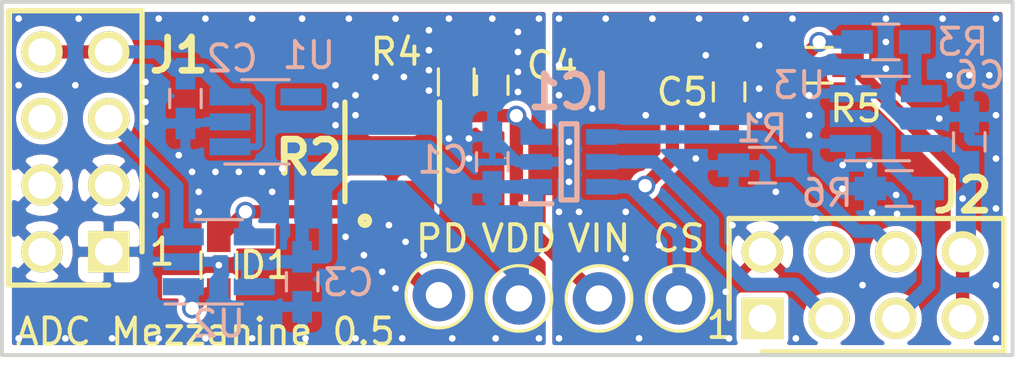
<source format=kicad_pcb>
(kicad_pcb (version 20171130) (host pcbnew "(5.1.4)-1")

  (general
    (thickness 1.6)
    (drawings 7)
    (tracks 339)
    (zones 0)
    (modules 23)
    (nets 19)
  )

  (page A4)
  (layers
    (0 F.Cu signal)
    (31 B.Cu signal)
    (32 B.Adhes user)
    (33 F.Adhes user)
    (34 B.Paste user)
    (35 F.Paste user)
    (36 B.SilkS user)
    (37 F.SilkS user)
    (38 B.Mask user)
    (39 F.Mask user)
    (40 Dwgs.User user)
    (41 Cmts.User user)
    (42 Eco1.User user)
    (43 Eco2.User user)
    (44 Edge.Cuts user)
    (45 Margin user)
    (46 B.CrtYd user)
    (47 F.CrtYd user)
    (48 B.Fab user hide)
    (49 F.Fab user hide)
  )

  (setup
    (last_trace_width 0.25)
    (user_trace_width 0.1524)
    (user_trace_width 0.254)
    (user_trace_width 0.4064)
    (user_trace_width 0.508)
    (user_trace_width 0.762)
    (user_trace_width 1.016)
    (user_trace_width 1.27)
    (user_trace_width 2.54)
    (trace_clearance 0.2)
    (zone_clearance 0.1524)
    (zone_45_only no)
    (trace_min 0)
    (via_size 0.6)
    (via_drill 0.4)
    (via_min_size 0.508)
    (via_min_drill 0.254)
    (user_via 0.508 0.254)
    (user_via 0.762 0.508)
    (user_via 1.016 0.508)
    (user_via 1.524 0.762)
    (user_via 2.032 1.016)
    (user_via 2.032 1.524)
    (user_via 2.54 1.524)
    (user_via 2.54 2.032)
    (uvia_size 2)
    (uvia_drill 1)
    (uvias_allowed no)
    (uvia_min_size 1)
    (uvia_min_drill 1)
    (edge_width 0.15)
    (segment_width 0.2)
    (pcb_text_width 0.3)
    (pcb_text_size 1.5 1.5)
    (mod_edge_width 0.15)
    (mod_text_size 1 1)
    (mod_text_width 0.15)
    (pad_size 1.524 1.524)
    (pad_drill 0.762)
    (pad_to_mask_clearance 0.0508)
    (aux_axis_origin 0 0)
    (visible_elements 7FFFFF7F)
    (pcbplotparams
      (layerselection 0x00030_80000001)
      (usegerberextensions false)
      (usegerberattributes false)
      (usegerberadvancedattributes false)
      (creategerberjobfile false)
      (excludeedgelayer true)
      (linewidth 0.100000)
      (plotframeref false)
      (viasonmask false)
      (mode 1)
      (useauxorigin false)
      (hpglpennumber 1)
      (hpglpenspeed 20)
      (hpglpendiameter 15.000000)
      (psnegative false)
      (psa4output false)
      (plotreference true)
      (plotvalue true)
      (plotinvisibletext false)
      (padsonsilk false)
      (subtractmaskfromsilk false)
      (outputformat 1)
      (mirror false)
      (drillshape 1)
      (scaleselection 1)
      (outputdirectory ""))
  )

  (net 0 "")
  (net 1 /VDD)
  (net 2 /5VA)
  (net 3 "Net-(D1-Pad2)")
  (net 4 /VIN)
  (net 5 /SCLK)
  (net 6 /SDO)
  (net 7 /CS)
  (net 8 /LATCH)
  (net 9 /SIG_IN)
  (net 10 GND)
  (net 11 VCC)
  (net 12 /PD)
  (net 13 "Net-(R3-Pad2)")
  (net 14 "Net-(J1-Pad6)")
  (net 15 "Net-(J2-Pad1)")
  (net 16 "Net-(J2-Pad4)")
  (net 17 "Net-(R2-Pad3)")
  (net 18 "Net-(U1-Pad4)")

  (net_class Default "This is the default net class."
    (clearance 0.2)
    (trace_width 0.25)
    (via_dia 0.6)
    (via_drill 0.4)
    (uvia_dia 2)
    (uvia_drill 1)
    (add_net /5VA)
    (add_net /CS)
    (add_net /LATCH)
    (add_net /PD)
    (add_net /SCLK)
    (add_net /SDO)
    (add_net /SIG_IN)
    (add_net /VDD)
    (add_net /VIN)
    (add_net GND)
    (add_net "Net-(D1-Pad2)")
    (add_net "Net-(J1-Pad6)")
    (add_net "Net-(J2-Pad1)")
    (add_net "Net-(J2-Pad4)")
    (add_net "Net-(R2-Pad3)")
    (add_net "Net-(R3-Pad2)")
    (add_net "Net-(U1-Pad4)")
    (add_net VCC)
  )

  (module TO_SOT_Packages_SMD:SOT-23-6_Handsoldering (layer B.Cu) (tedit 58CE4E7E) (tstamp 5DCE5209)
    (at 135.636 99.695)
    (descr "6-pin SOT-23 package, Handsoldering")
    (tags "SOT-23-6 Handsoldering")
    (path /5DD2FBDD)
    (attr smd)
    (fp_text reference U2 (at 0 2.3622) (layer B.SilkS)
      (effects (font (size 1 1) (thickness 0.15)) (justify mirror))
    )
    (fp_text value OPA355NA (at 0 -2.9) (layer B.Fab)
      (effects (font (size 1 1) (thickness 0.15)) (justify mirror))
    )
    (fp_line (start 0.9 1.55) (end 0.9 -1.55) (layer B.Fab) (width 0.1))
    (fp_line (start 0.9 -1.55) (end -0.9 -1.55) (layer B.Fab) (width 0.1))
    (fp_line (start -0.9 0.9) (end -0.9 -1.55) (layer B.Fab) (width 0.1))
    (fp_line (start 0.9 1.55) (end -0.25 1.55) (layer B.Fab) (width 0.1))
    (fp_line (start -0.9 0.9) (end -0.25 1.55) (layer B.Fab) (width 0.1))
    (fp_line (start -2.4 1.8) (end 2.4 1.8) (layer B.CrtYd) (width 0.05))
    (fp_line (start 2.4 1.8) (end 2.4 -1.8) (layer B.CrtYd) (width 0.05))
    (fp_line (start 2.4 -1.8) (end -2.4 -1.8) (layer B.CrtYd) (width 0.05))
    (fp_line (start -2.4 -1.8) (end -2.4 1.8) (layer B.CrtYd) (width 0.05))
    (fp_line (start 0.9 1.61) (end -2.05 1.61) (layer B.SilkS) (width 0.12))
    (fp_line (start -0.9 -1.61) (end 0.9 -1.61) (layer B.SilkS) (width 0.12))
    (fp_text user %R (at 0 0 -90) (layer B.Fab)
      (effects (font (size 0.5 0.5) (thickness 0.075)) (justify mirror))
    )
    (pad 5 smd rect (at 1.35 0) (size 1.56 0.65) (layers B.Cu B.Paste B.Mask)
      (net 1 /VDD))
    (pad 6 smd rect (at 1.35 0.95) (size 1.56 0.65) (layers B.Cu B.Paste B.Mask)
      (net 1 /VDD))
    (pad 4 smd rect (at 1.35 -0.95) (size 1.56 0.65) (layers B.Cu B.Paste B.Mask)
      (net 12 /PD))
    (pad 3 smd rect (at -1.35 -0.95) (size 1.56 0.65) (layers B.Cu B.Paste B.Mask)
      (net 9 /SIG_IN))
    (pad 2 smd rect (at -1.35 0) (size 1.56 0.65) (layers B.Cu B.Paste B.Mask)
      (net 10 GND))
    (pad 1 smd rect (at -1.35 0.95) (size 1.56 0.65) (layers B.Cu B.Paste B.Mask)
      (net 3 "Net-(D1-Pad2)"))
    (model ${KISYS3DMOD}/TO_SOT_Packages_SMD.3dshapes/SOT-23-6.wrl
      (at (xyz 0 0 0))
      (scale (xyz 1 1 1))
      (rotate (xyz 0 0 0))
    )
  )

  (module SamacSys_Parts:SHDR8W60P254_2X4_1016X508X850P (layer F.Cu) (tedit 5DCDE698) (tstamp 5DCDED59)
    (at 156.337 101.854)
    (descr 2214S-8)
    (tags Connector)
    (path /5DDC85D2)
    (fp_text reference J2 (at 7.62 -4.699) (layer F.SilkS)
      (effects (font (size 1.27 1.27) (thickness 0.254)))
    )
    (fp_text value 2214S-08SG-85 (at 0 0) (layer F.SilkS) hide
      (effects (font (size 1.27 1.27) (thickness 0.254)))
    )
    (fp_line (start -1.52 1.52) (end -1.52 -4.06) (layer Dwgs.User) (width 0.05))
    (fp_line (start -1.52 -4.06) (end 9.44 -4.06) (layer Dwgs.User) (width 0.05))
    (fp_line (start 9.44 -4.06) (end 9.44 1.52) (layer Dwgs.User) (width 0.05))
    (fp_line (start 9.44 1.52) (end -1.52 1.52) (layer Dwgs.User) (width 0.05))
    (fp_line (start -1.27 1.27) (end -1.27 -3.81) (layer Dwgs.User) (width 0.1))
    (fp_line (start -1.27 -3.81) (end 9.19 -3.81) (layer Dwgs.User) (width 0.1))
    (fp_line (start 9.19 -3.81) (end 9.19 1.27) (layer Dwgs.User) (width 0.1))
    (fp_line (start 9.19 1.27) (end -1.27 1.27) (layer Dwgs.User) (width 0.1))
    (fp_line (start 0 1.27) (end 9.19 1.27) (layer F.SilkS) (width 0.2))
    (fp_line (start 9.19 1.27) (end 9.19 -3.81) (layer F.SilkS) (width 0.2))
    (fp_line (start 9.19 -3.81) (end -1.27 -3.81) (layer F.SilkS) (width 0.2))
    (fp_line (start -1.27 -3.81) (end -1.27 0) (layer F.SilkS) (width 0.2))
    (pad 1 thru_hole rect (at 0 0 90) (size 1.575 1.575) (drill 1.05) (layers *.Cu *.Mask F.SilkS)
      (net 15 "Net-(J2-Pad1)"))
    (pad 2 thru_hole circle (at 0 -2.54 90) (size 1.575 1.575) (drill 1.05) (layers *.Cu *.Mask F.SilkS)
      (net 10 GND))
    (pad 3 thru_hole circle (at 2.54 0 90) (size 1.575 1.575) (drill 1.05) (layers *.Cu *.Mask F.SilkS)
      (net 6 /SDO))
    (pad 4 thru_hole circle (at 2.54 -2.54 90) (size 1.575 1.575) (drill 1.05) (layers *.Cu *.Mask F.SilkS)
      (net 16 "Net-(J2-Pad4)"))
    (pad 5 thru_hole circle (at 5.08 0 90) (size 1.575 1.575) (drill 1.05) (layers *.Cu *.Mask F.SilkS)
      (net 8 /LATCH))
    (pad 6 thru_hole circle (at 5.08 -2.54 90) (size 1.575 1.575) (drill 1.05) (layers *.Cu *.Mask F.SilkS)
      (net 5 /SCLK))
    (pad 7 thru_hole circle (at 7.62 0 90) (size 1.575 1.575) (drill 1.05) (layers *.Cu *.Mask F.SilkS)
      (net 11 VCC))
    (pad 8 thru_hole circle (at 7.62 -2.54 90) (size 1.575 1.575) (drill 1.05) (layers *.Cu *.Mask F.SilkS)
      (net 11 VCC))
  )

  (module Connectors:Pin_d1.0mm_L10.0mm (layer F.Cu) (tedit 59B3E075) (tstamp 5DCDEDE4)
    (at 153.162 101.092)
    (descr "solder Pin_ diameter 1.0mm, hole diameter 1.0mm (press fit), length 10.0mm")
    (tags "solder Pin_ press fit")
    (path /5DCA4F16)
    (fp_text reference CS (at 0 -2.286) (layer F.SilkS)
      (effects (font (size 1 1) (thickness 0.15)))
    )
    (fp_text value TEST (at 0 -2.05) (layer F.Fab)
      (effects (font (size 1 1) (thickness 0.15)))
    )
    (fp_circle (center 0 0) (end 1.25 0.05) (layer F.SilkS) (width 0.12))
    (fp_circle (center 0 0) (end 1 0) (layer F.Fab) (width 0.12))
    (fp_circle (center 0 0) (end 0.5 0) (layer F.Fab) (width 0.12))
    (fp_circle (center 0 0) (end 1.5 0) (layer F.CrtYd) (width 0.05))
    (fp_text user %R (at 0 2.25) (layer F.Fab)
      (effects (font (size 1 1) (thickness 0.15)))
    )
    (pad 1 thru_hole circle (at 0 0) (size 2 2) (drill 1) (layers *.Cu *.Mask)
      (net 7 /CS))
    (model ${KISYS3DMOD}/Connectors.3dshapes/Pin_d1.0mm_L10.0mm.wrl
      (at (xyz 0 0 0))
      (scale (xyz 1 1 1))
      (rotate (xyz 0 0 0))
    )
  )

  (module Capacitors_SMD:C_0603_HandSoldering (layer B.Cu) (tedit 58AA848B) (tstamp 5DCE562C)
    (at 146.05 95.885 90)
    (descr "Capacitor SMD 0603, hand soldering")
    (tags "capacitor 0603")
    (path /5DC15109)
    (attr smd)
    (fp_text reference C1 (at 0.0762 -1.8796 180) (layer B.SilkS)
      (effects (font (size 1 1) (thickness 0.15)) (justify mirror))
    )
    (fp_text value 10u (at 0 -1.5 90) (layer B.Fab)
      (effects (font (size 1 1) (thickness 0.15)) (justify mirror))
    )
    (fp_line (start 1.8 -0.65) (end -1.8 -0.65) (layer B.CrtYd) (width 0.05))
    (fp_line (start 1.8 -0.65) (end 1.8 0.65) (layer B.CrtYd) (width 0.05))
    (fp_line (start -1.8 0.65) (end -1.8 -0.65) (layer B.CrtYd) (width 0.05))
    (fp_line (start -1.8 0.65) (end 1.8 0.65) (layer B.CrtYd) (width 0.05))
    (fp_line (start 0.35 -0.6) (end -0.35 -0.6) (layer B.SilkS) (width 0.12))
    (fp_line (start -0.35 0.6) (end 0.35 0.6) (layer B.SilkS) (width 0.12))
    (fp_line (start -0.8 0.4) (end 0.8 0.4) (layer B.Fab) (width 0.1))
    (fp_line (start 0.8 0.4) (end 0.8 -0.4) (layer B.Fab) (width 0.1))
    (fp_line (start 0.8 -0.4) (end -0.8 -0.4) (layer B.Fab) (width 0.1))
    (fp_line (start -0.8 -0.4) (end -0.8 0.4) (layer B.Fab) (width 0.1))
    (fp_text user %R (at 0 1.25 90) (layer B.Fab)
      (effects (font (size 1 1) (thickness 0.15)) (justify mirror))
    )
    (pad 2 smd rect (at 0.95 0 90) (size 1.2 0.75) (layers B.Cu B.Paste B.Mask)
      (net 10 GND))
    (pad 1 smd rect (at -0.95 0 90) (size 1.2 0.75) (layers B.Cu B.Paste B.Mask)
      (net 1 /VDD))
    (model Capacitors_SMD.3dshapes/C_0603.wrl
      (at (xyz 0 0 0))
      (scale (xyz 1 1 1))
      (rotate (xyz 0 0 0))
    )
  )

  (module Capacitors_SMD:C_0603_HandSoldering (layer B.Cu) (tedit 58AA848B) (tstamp 5DCDECBC)
    (at 134.366 93.472 270)
    (descr "Capacitor SMD 0603, hand soldering")
    (tags "capacitor 0603")
    (path /5DC143B8)
    (attr smd)
    (fp_text reference C2 (at -1.524 -1.778 180) (layer B.SilkS)
      (effects (font (size 1 1) (thickness 0.15)) (justify mirror))
    )
    (fp_text value 10u (at 0 -1.5 90) (layer B.Fab)
      (effects (font (size 1 1) (thickness 0.15)) (justify mirror))
    )
    (fp_text user %R (at 0 1.25 90) (layer B.Fab)
      (effects (font (size 1 1) (thickness 0.15)) (justify mirror))
    )
    (fp_line (start -0.8 -0.4) (end -0.8 0.4) (layer B.Fab) (width 0.1))
    (fp_line (start 0.8 -0.4) (end -0.8 -0.4) (layer B.Fab) (width 0.1))
    (fp_line (start 0.8 0.4) (end 0.8 -0.4) (layer B.Fab) (width 0.1))
    (fp_line (start -0.8 0.4) (end 0.8 0.4) (layer B.Fab) (width 0.1))
    (fp_line (start -0.35 0.6) (end 0.35 0.6) (layer B.SilkS) (width 0.12))
    (fp_line (start 0.35 -0.6) (end -0.35 -0.6) (layer B.SilkS) (width 0.12))
    (fp_line (start -1.8 0.65) (end 1.8 0.65) (layer B.CrtYd) (width 0.05))
    (fp_line (start -1.8 0.65) (end -1.8 -0.65) (layer B.CrtYd) (width 0.05))
    (fp_line (start 1.8 -0.65) (end 1.8 0.65) (layer B.CrtYd) (width 0.05))
    (fp_line (start 1.8 -0.65) (end -1.8 -0.65) (layer B.CrtYd) (width 0.05))
    (pad 1 smd rect (at -0.95 0 270) (size 1.2 0.75) (layers B.Cu B.Paste B.Mask)
      (net 2 /5VA))
    (pad 2 smd rect (at 0.95 0 270) (size 1.2 0.75) (layers B.Cu B.Paste B.Mask)
      (net 10 GND))
    (model Capacitors_SMD.3dshapes/C_0603.wrl
      (at (xyz 0 0 0))
      (scale (xyz 1 1 1))
      (rotate (xyz 0 0 0))
    )
  )

  (module Capacitors_SMD:C_0603_HandSoldering (layer B.Cu) (tedit 58AA848B) (tstamp 5DCDECCD)
    (at 138.811 100.457 270)
    (descr "Capacitor SMD 0603, hand soldering")
    (tags "capacitor 0603")
    (path /5DD614BC)
    (attr smd)
    (fp_text reference C3 (at 0.0254 -1.7526) (layer B.SilkS)
      (effects (font (size 1 1) (thickness 0.15)) (justify mirror))
    )
    (fp_text value 10u (at 0 -1.5 270) (layer B.Fab)
      (effects (font (size 1 1) (thickness 0.15)) (justify mirror))
    )
    (fp_text user %R (at 0 1.25 270) (layer B.Fab)
      (effects (font (size 1 1) (thickness 0.15)) (justify mirror))
    )
    (fp_line (start -0.8 -0.4) (end -0.8 0.4) (layer B.Fab) (width 0.1))
    (fp_line (start 0.8 -0.4) (end -0.8 -0.4) (layer B.Fab) (width 0.1))
    (fp_line (start 0.8 0.4) (end 0.8 -0.4) (layer B.Fab) (width 0.1))
    (fp_line (start -0.8 0.4) (end 0.8 0.4) (layer B.Fab) (width 0.1))
    (fp_line (start -0.35 0.6) (end 0.35 0.6) (layer B.SilkS) (width 0.12))
    (fp_line (start 0.35 -0.6) (end -0.35 -0.6) (layer B.SilkS) (width 0.12))
    (fp_line (start -1.8 0.65) (end 1.8 0.65) (layer B.CrtYd) (width 0.05))
    (fp_line (start -1.8 0.65) (end -1.8 -0.65) (layer B.CrtYd) (width 0.05))
    (fp_line (start 1.8 -0.65) (end 1.8 0.65) (layer B.CrtYd) (width 0.05))
    (fp_line (start 1.8 -0.65) (end -1.8 -0.65) (layer B.CrtYd) (width 0.05))
    (pad 1 smd rect (at -0.95 0 270) (size 1.2 0.75) (layers B.Cu B.Paste B.Mask)
      (net 1 /VDD))
    (pad 2 smd rect (at 0.95 0 270) (size 1.2 0.75) (layers B.Cu B.Paste B.Mask)
      (net 10 GND))
    (model Capacitors_SMD.3dshapes/C_0603.wrl
      (at (xyz 0 0 0))
      (scale (xyz 1 1 1))
      (rotate (xyz 0 0 0))
    )
  )

  (module Capacitors_SMD:C_0603_HandSoldering (layer F.Cu) (tedit 58AA848B) (tstamp 5DCEE34A)
    (at 146.05 92.964 90)
    (descr "Capacitor SMD 0603, hand soldering")
    (tags "capacitor 0603")
    (path /5DCA0044)
    (attr smd)
    (fp_text reference C4 (at 0.762 2.286 180) (layer F.SilkS)
      (effects (font (size 1 1) (thickness 0.15)))
    )
    (fp_text value 1n (at 0 1.5 90) (layer F.Fab)
      (effects (font (size 1 1) (thickness 0.15)))
    )
    (fp_line (start 1.8 0.65) (end -1.8 0.65) (layer F.CrtYd) (width 0.05))
    (fp_line (start 1.8 0.65) (end 1.8 -0.65) (layer F.CrtYd) (width 0.05))
    (fp_line (start -1.8 -0.65) (end -1.8 0.65) (layer F.CrtYd) (width 0.05))
    (fp_line (start -1.8 -0.65) (end 1.8 -0.65) (layer F.CrtYd) (width 0.05))
    (fp_line (start 0.35 0.6) (end -0.35 0.6) (layer F.SilkS) (width 0.12))
    (fp_line (start -0.35 -0.6) (end 0.35 -0.6) (layer F.SilkS) (width 0.12))
    (fp_line (start -0.8 -0.4) (end 0.8 -0.4) (layer F.Fab) (width 0.1))
    (fp_line (start 0.8 -0.4) (end 0.8 0.4) (layer F.Fab) (width 0.1))
    (fp_line (start 0.8 0.4) (end -0.8 0.4) (layer F.Fab) (width 0.1))
    (fp_line (start -0.8 0.4) (end -0.8 -0.4) (layer F.Fab) (width 0.1))
    (fp_text user %R (at 0 -1.25 90) (layer F.Fab)
      (effects (font (size 1 1) (thickness 0.15)))
    )
    (pad 2 smd rect (at 0.95 0 90) (size 1.2 0.75) (layers F.Cu F.Paste F.Mask)
      (net 10 GND))
    (pad 1 smd rect (at -0.95 0 90) (size 1.2 0.75) (layers F.Cu F.Paste F.Mask)
      (net 4 /VIN))
    (model Capacitors_SMD.3dshapes/C_0603.wrl
      (at (xyz 0 0 0))
      (scale (xyz 1 1 1))
      (rotate (xyz 0 0 0))
    )
  )

  (module Capacitors_SMD:C_0603_HandSoldering (layer F.Cu) (tedit 58AA848B) (tstamp 5DCDECEF)
    (at 155.067 93.218 270)
    (descr "Capacitor SMD 0603, hand soldering")
    (tags "capacitor 0603")
    (path /5DE53C9D)
    (attr smd)
    (fp_text reference C5 (at 0 1.778 180) (layer F.SilkS)
      (effects (font (size 1 1) (thickness 0.15)))
    )
    (fp_text value 1n (at 0 1.5 90) (layer F.Fab)
      (effects (font (size 1 1) (thickness 0.15)))
    )
    (fp_text user %R (at 0 -1.25 90) (layer F.Fab)
      (effects (font (size 1 1) (thickness 0.15)))
    )
    (fp_line (start -0.8 0.4) (end -0.8 -0.4) (layer F.Fab) (width 0.1))
    (fp_line (start 0.8 0.4) (end -0.8 0.4) (layer F.Fab) (width 0.1))
    (fp_line (start 0.8 -0.4) (end 0.8 0.4) (layer F.Fab) (width 0.1))
    (fp_line (start -0.8 -0.4) (end 0.8 -0.4) (layer F.Fab) (width 0.1))
    (fp_line (start -0.35 -0.6) (end 0.35 -0.6) (layer F.SilkS) (width 0.12))
    (fp_line (start 0.35 0.6) (end -0.35 0.6) (layer F.SilkS) (width 0.12))
    (fp_line (start -1.8 -0.65) (end 1.8 -0.65) (layer F.CrtYd) (width 0.05))
    (fp_line (start -1.8 -0.65) (end -1.8 0.65) (layer F.CrtYd) (width 0.05))
    (fp_line (start 1.8 0.65) (end 1.8 -0.65) (layer F.CrtYd) (width 0.05))
    (fp_line (start 1.8 0.65) (end -1.8 0.65) (layer F.CrtYd) (width 0.05))
    (pad 1 smd rect (at -0.95 0 270) (size 1.2 0.75) (layers F.Cu F.Paste F.Mask)
      (net 7 /CS))
    (pad 2 smd rect (at 0.95 0 270) (size 1.2 0.75) (layers F.Cu F.Paste F.Mask)
      (net 10 GND))
    (model Capacitors_SMD.3dshapes/C_0603.wrl
      (at (xyz 0 0 0))
      (scale (xyz 1 1 1))
      (rotate (xyz 0 0 0))
    )
  )

  (module Capacitors_SMD:C_0603_HandSoldering (layer B.Cu) (tedit 58AA848B) (tstamp 5DCE0908)
    (at 164.211 95.123 90)
    (descr "Capacitor SMD 0603, hand soldering")
    (tags "capacitor 0603")
    (path /5DCA6EFC)
    (attr smd)
    (fp_text reference C6 (at 2.54 0.381 180) (layer B.SilkS)
      (effects (font (size 1 1) (thickness 0.15)) (justify mirror))
    )
    (fp_text value 10u (at 0 -1.5 90) (layer B.Fab)
      (effects (font (size 1 1) (thickness 0.15)) (justify mirror))
    )
    (fp_text user %R (at 0 1.25 90) (layer B.Fab)
      (effects (font (size 1 1) (thickness 0.15)) (justify mirror))
    )
    (fp_line (start -0.8 -0.4) (end -0.8 0.4) (layer B.Fab) (width 0.1))
    (fp_line (start 0.8 -0.4) (end -0.8 -0.4) (layer B.Fab) (width 0.1))
    (fp_line (start 0.8 0.4) (end 0.8 -0.4) (layer B.Fab) (width 0.1))
    (fp_line (start -0.8 0.4) (end 0.8 0.4) (layer B.Fab) (width 0.1))
    (fp_line (start -0.35 0.6) (end 0.35 0.6) (layer B.SilkS) (width 0.12))
    (fp_line (start 0.35 -0.6) (end -0.35 -0.6) (layer B.SilkS) (width 0.12))
    (fp_line (start -1.8 0.65) (end 1.8 0.65) (layer B.CrtYd) (width 0.05))
    (fp_line (start -1.8 0.65) (end -1.8 -0.65) (layer B.CrtYd) (width 0.05))
    (fp_line (start 1.8 -0.65) (end 1.8 0.65) (layer B.CrtYd) (width 0.05))
    (fp_line (start 1.8 -0.65) (end -1.8 -0.65) (layer B.CrtYd) (width 0.05))
    (pad 1 smd rect (at -0.95 0 90) (size 1.2 0.75) (layers B.Cu B.Paste B.Mask)
      (net 11 VCC))
    (pad 2 smd rect (at 0.95 0 90) (size 1.2 0.75) (layers B.Cu B.Paste B.Mask)
      (net 10 GND))
    (model Capacitors_SMD.3dshapes/C_0603.wrl
      (at (xyz 0 0 0))
      (scale (xyz 1 1 1))
      (rotate (xyz 0 0 0))
    )
  )

  (module SamacSys_Parts:SOT95P280X145-6N (layer B.Cu) (tedit 5DCDE667) (tstamp 5DCDFC54)
    (at 148.971 95.885)
    (descr "DBV (R-PDSO-G6)")
    (tags "Integrated Circuit")
    (path /5DD8CEB2)
    (attr smd)
    (fp_text reference IC1 (at 0 -2.667) (layer B.SilkS)
      (effects (font (size 1.27 1.27) (thickness 0.254)) (justify mirror))
    )
    (fp_text value ADS7886SDBVT (at 0 0) (layer B.SilkS) hide
      (effects (font (size 1.27 1.27) (thickness 0.254)) (justify mirror))
    )
    (fp_line (start -2.1 1.775) (end 2.1 1.775) (layer Dwgs.User) (width 0.05))
    (fp_line (start 2.1 1.775) (end 2.1 -1.775) (layer Dwgs.User) (width 0.05))
    (fp_line (start 2.1 -1.775) (end -2.1 -1.775) (layer Dwgs.User) (width 0.05))
    (fp_line (start -2.1 -1.775) (end -2.1 1.775) (layer Dwgs.User) (width 0.05))
    (fp_line (start -0.8 1.45) (end 0.8 1.45) (layer Dwgs.User) (width 0.1))
    (fp_line (start 0.8 1.45) (end 0.8 -1.45) (layer Dwgs.User) (width 0.1))
    (fp_line (start 0.8 -1.45) (end -0.8 -1.45) (layer Dwgs.User) (width 0.1))
    (fp_line (start -0.8 -1.45) (end -0.8 1.45) (layer Dwgs.User) (width 0.1))
    (fp_line (start -0.8 0.5) (end 0.15 1.45) (layer Dwgs.User) (width 0.1))
    (fp_line (start -0.3 1.45) (end 0.3 1.45) (layer B.SilkS) (width 0.2))
    (fp_line (start 0.3 1.45) (end 0.3 -1.45) (layer B.SilkS) (width 0.2))
    (fp_line (start 0.3 -1.45) (end -0.3 -1.45) (layer B.SilkS) (width 0.2))
    (fp_line (start -0.3 -1.45) (end -0.3 1.45) (layer B.SilkS) (width 0.2))
    (fp_line (start -1.85 1.6) (end -0.65 1.6) (layer B.SilkS) (width 0.2))
    (pad 1 smd rect (at -1.25 0.95 270) (size 0.6 1.2) (layers B.Cu B.Paste B.Mask)
      (net 1 /VDD))
    (pad 2 smd rect (at -1.25 0 270) (size 0.6 1.2) (layers B.Cu B.Paste B.Mask)
      (net 10 GND))
    (pad 3 smd rect (at -1.25 -0.95 270) (size 0.6 1.2) (layers B.Cu B.Paste B.Mask)
      (net 4 /VIN))
    (pad 4 smd rect (at 1.25 -0.95 270) (size 0.6 1.2) (layers B.Cu B.Paste B.Mask)
      (net 5 /SCLK))
    (pad 5 smd rect (at 1.25 0 270) (size 0.6 1.2) (layers B.Cu B.Paste B.Mask)
      (net 6 /SDO))
    (pad 6 smd rect (at 1.25 0.95 270) (size 0.6 1.2) (layers B.Cu B.Paste B.Mask)
      (net 7 /CS))
    (model "C:/Users/Jonathan Chandler/Documents/SamacSys_PCB_Library/KiCad/3D_Models/ADS7886SDBVT.step"
      (at (xyz 0 0 0))
      (scale (xyz 1 1 1))
      (rotate (xyz 0 0 0))
    )
  )

  (module SamacSys_Parts:SHDR8W60P254_2X4_1016X508X850P (layer F.Cu) (tedit 5DCDE698) (tstamp 5DCDED41)
    (at 131.445 99.314 90)
    (descr 2214S-8)
    (tags Connector)
    (path /5DDC04C9)
    (fp_text reference J1 (at 7.493 2.667 180) (layer F.SilkS)
      (effects (font (size 1.27 1.27) (thickness 0.254)))
    )
    (fp_text value 2214S-08SG-85 (at 0 0 90) (layer F.SilkS) hide
      (effects (font (size 1.27 1.27) (thickness 0.254)))
    )
    (fp_line (start -1.27 -3.81) (end -1.27 0) (layer F.SilkS) (width 0.2))
    (fp_line (start 9.19 -3.81) (end -1.27 -3.81) (layer F.SilkS) (width 0.2))
    (fp_line (start 9.19 1.27) (end 9.19 -3.81) (layer F.SilkS) (width 0.2))
    (fp_line (start 0 1.27) (end 9.19 1.27) (layer F.SilkS) (width 0.2))
    (fp_line (start 9.19 1.27) (end -1.27 1.27) (layer Dwgs.User) (width 0.1))
    (fp_line (start 9.19 -3.81) (end 9.19 1.27) (layer Dwgs.User) (width 0.1))
    (fp_line (start -1.27 -3.81) (end 9.19 -3.81) (layer Dwgs.User) (width 0.1))
    (fp_line (start -1.27 1.27) (end -1.27 -3.81) (layer Dwgs.User) (width 0.1))
    (fp_line (start 9.44 1.52) (end -1.52 1.52) (layer Dwgs.User) (width 0.05))
    (fp_line (start 9.44 -4.06) (end 9.44 1.52) (layer Dwgs.User) (width 0.05))
    (fp_line (start -1.52 -4.06) (end 9.44 -4.06) (layer Dwgs.User) (width 0.05))
    (fp_line (start -1.52 1.52) (end -1.52 -4.06) (layer Dwgs.User) (width 0.05))
    (pad 8 thru_hole circle (at 7.62 -2.54 180) (size 1.575 1.575) (drill 1.05) (layers *.Cu *.Mask F.SilkS)
      (net 2 /5VA))
    (pad 7 thru_hole circle (at 7.62 0 180) (size 1.575 1.575) (drill 1.05) (layers *.Cu *.Mask F.SilkS)
      (net 2 /5VA))
    (pad 6 thru_hole circle (at 5.08 -2.54 180) (size 1.575 1.575) (drill 1.05) (layers *.Cu *.Mask F.SilkS)
      (net 14 "Net-(J1-Pad6)"))
    (pad 5 thru_hole circle (at 5.08 0 180) (size 1.575 1.575) (drill 1.05) (layers *.Cu *.Mask F.SilkS)
      (net 9 /SIG_IN))
    (pad 4 thru_hole circle (at 2.54 -2.54 180) (size 1.575 1.575) (drill 1.05) (layers *.Cu *.Mask F.SilkS)
      (net 10 GND))
    (pad 3 thru_hole circle (at 2.54 0 180) (size 1.575 1.575) (drill 1.05) (layers *.Cu *.Mask F.SilkS)
      (net 10 GND))
    (pad 2 thru_hole circle (at 0 -2.54 180) (size 1.575 1.575) (drill 1.05) (layers *.Cu *.Mask F.SilkS)
      (net 10 GND))
    (pad 1 thru_hole rect (at 0 0 180) (size 1.575 1.575) (drill 1.05) (layers *.Cu *.Mask F.SilkS)
      (net 10 GND))
  )

  (module Resistors_SMD:R_0603_HandSoldering (layer B.Cu) (tedit 58E0A804) (tstamp 5DCEDF72)
    (at 156.337 96.012 180)
    (descr "Resistor SMD 0603, hand soldering")
    (tags "resistor 0603")
    (path /5DC1BD1C)
    (attr smd)
    (fp_text reference R1 (at 0.0254 1.397 180) (layer B.SilkS)
      (effects (font (size 1 1) (thickness 0.15)) (justify mirror))
    )
    (fp_text value 10k (at 0 -1.55 180) (layer B.Fab)
      (effects (font (size 1 1) (thickness 0.15)) (justify mirror))
    )
    (fp_text user %R (at 0 0 180) (layer B.Fab)
      (effects (font (size 0.4 0.4) (thickness 0.075)) (justify mirror))
    )
    (fp_line (start -0.8 -0.4) (end -0.8 0.4) (layer B.Fab) (width 0.1))
    (fp_line (start 0.8 -0.4) (end -0.8 -0.4) (layer B.Fab) (width 0.1))
    (fp_line (start 0.8 0.4) (end 0.8 -0.4) (layer B.Fab) (width 0.1))
    (fp_line (start -0.8 0.4) (end 0.8 0.4) (layer B.Fab) (width 0.1))
    (fp_line (start 0.5 -0.68) (end -0.5 -0.68) (layer B.SilkS) (width 0.12))
    (fp_line (start -0.5 0.68) (end 0.5 0.68) (layer B.SilkS) (width 0.12))
    (fp_line (start -1.96 0.7) (end 1.95 0.7) (layer B.CrtYd) (width 0.05))
    (fp_line (start -1.96 0.7) (end -1.96 -0.7) (layer B.CrtYd) (width 0.05))
    (fp_line (start 1.95 -0.7) (end 1.95 0.7) (layer B.CrtYd) (width 0.05))
    (fp_line (start 1.95 -0.7) (end -1.96 -0.7) (layer B.CrtYd) (width 0.05))
    (pad 1 smd rect (at -1.1 0 180) (size 1.2 0.9) (layers B.Cu B.Paste B.Mask)
      (net 5 /SCLK))
    (pad 2 smd rect (at 1.1 0 180) (size 1.2 0.9) (layers B.Cu B.Paste B.Mask)
      (net 10 GND))
    (model ${KISYS3DMOD}/Resistors_SMD.3dshapes/R_0603.wrl
      (at (xyz 0 0 0))
      (scale (xyz 1 1 1))
      (rotate (xyz 0 0 0))
    )
  )

  (module SamacSys_Parts:TC33X-2_1 (layer F.Cu) (tedit 5DCD0946) (tstamp 5DCDED78)
    (at 142.24 95.504)
    (descr TC33X-2_1)
    (tags Resistor)
    (path /5DD87A99)
    (attr smd)
    (fp_text reference R2 (at -3.175 0.209) (layer F.SilkS)
      (effects (font (size 1.27 1.27) (thickness 0.254)))
    )
    (fp_text value TC33X-2-101E (at -0.337 0.209) (layer F.SilkS) hide
      (effects (font (size 1.27 1.27) (thickness 0.254)))
    )
    (fp_line (start -1.8 -1.9) (end 1.8 -1.9) (layer Dwgs.User) (width 0.2))
    (fp_line (start 1.8 -1.9) (end 1.8 1.9) (layer Dwgs.User) (width 0.2))
    (fp_line (start 1.8 1.9) (end -1.8 1.9) (layer Dwgs.User) (width 0.2))
    (fp_line (start -1.8 1.9) (end -1.8 -1.9) (layer Dwgs.User) (width 0.2))
    (fp_line (start -1.8 -1.9) (end -1.8 1.9) (layer F.SilkS) (width 0.2))
    (fp_line (start 1.8 1.9) (end 1.8 -1.9) (layer F.SilkS) (width 0.2))
    (fp_circle (center -1.041 2.625) (end -1.063 2.625) (layer F.SilkS) (width 0.254))
    (pad 1 smd rect (at -1 1.7 90) (size 1.2 1.2) (layers F.Cu F.Paste F.Mask)
      (net 12 /PD))
    (pad 2 smd rect (at 0 -1.55 90) (size 1.5 1.6) (layers F.Cu F.Paste F.Mask)
      (net 4 /VIN))
    (pad 3 smd rect (at 1 1.7 90) (size 1.2 1.2) (layers F.Cu F.Paste F.Mask)
      (net 17 "Net-(R2-Pad3)"))
    (model C:/SamacSys_PCB_Library/KiCad/SamacSys_Parts.3dshapes/TC33X-2-101E.stp
      (at (xyz 0 0 0))
      (scale (xyz 1 1 1))
      (rotate (xyz -90 0 0))
    )
  )

  (module Resistors_SMD:R_0603_HandSoldering (layer B.Cu) (tedit 58E0A804) (tstamp 5DCE0A33)
    (at 161.036 91.313)
    (descr "Resistor SMD 0603, hand soldering")
    (tags "resistor 0603")
    (path /5DE39DE5)
    (attr smd)
    (fp_text reference R3 (at 2.921 0) (layer B.SilkS)
      (effects (font (size 1 1) (thickness 0.15)) (justify mirror))
    )
    (fp_text value 100 (at 0 -1.55) (layer B.Fab)
      (effects (font (size 1 1) (thickness 0.15)) (justify mirror))
    )
    (fp_line (start 1.95 -0.7) (end -1.96 -0.7) (layer B.CrtYd) (width 0.05))
    (fp_line (start 1.95 -0.7) (end 1.95 0.7) (layer B.CrtYd) (width 0.05))
    (fp_line (start -1.96 0.7) (end -1.96 -0.7) (layer B.CrtYd) (width 0.05))
    (fp_line (start -1.96 0.7) (end 1.95 0.7) (layer B.CrtYd) (width 0.05))
    (fp_line (start -0.5 0.68) (end 0.5 0.68) (layer B.SilkS) (width 0.12))
    (fp_line (start 0.5 -0.68) (end -0.5 -0.68) (layer B.SilkS) (width 0.12))
    (fp_line (start -0.8 0.4) (end 0.8 0.4) (layer B.Fab) (width 0.1))
    (fp_line (start 0.8 0.4) (end 0.8 -0.4) (layer B.Fab) (width 0.1))
    (fp_line (start 0.8 -0.4) (end -0.8 -0.4) (layer B.Fab) (width 0.1))
    (fp_line (start -0.8 -0.4) (end -0.8 0.4) (layer B.Fab) (width 0.1))
    (fp_text user %R (at 0 0) (layer B.Fab)
      (effects (font (size 0.4 0.4) (thickness 0.075)) (justify mirror))
    )
    (pad 2 smd rect (at 1.1 0) (size 1.2 0.9) (layers B.Cu B.Paste B.Mask)
      (net 13 "Net-(R3-Pad2)"))
    (pad 1 smd rect (at -1.1 0) (size 1.2 0.9) (layers B.Cu B.Paste B.Mask)
      (net 7 /CS))
    (model ${KISYS3DMOD}/Resistors_SMD.3dshapes/R_0603.wrl
      (at (xyz 0 0 0))
      (scale (xyz 1 1 1))
      (rotate (xyz 0 0 0))
    )
  )

  (module Resistors_SMD:R_0603_HandSoldering (layer F.Cu) (tedit 58E0A804) (tstamp 5DCEE2D8)
    (at 144.6784 92.837 90)
    (descr "Resistor SMD 0603, hand soldering")
    (tags "resistor 0603")
    (path /5DCA0B18)
    (attr smd)
    (fp_text reference R4 (at 1.143 -2.286 180) (layer F.SilkS)
      (effects (font (size 1 1) (thickness 0.15)))
    )
    (fp_text value 1M (at 0 1.55 90) (layer F.Fab)
      (effects (font (size 1 1) (thickness 0.15)))
    )
    (fp_line (start 1.95 0.7) (end -1.96 0.7) (layer F.CrtYd) (width 0.05))
    (fp_line (start 1.95 0.7) (end 1.95 -0.7) (layer F.CrtYd) (width 0.05))
    (fp_line (start -1.96 -0.7) (end -1.96 0.7) (layer F.CrtYd) (width 0.05))
    (fp_line (start -1.96 -0.7) (end 1.95 -0.7) (layer F.CrtYd) (width 0.05))
    (fp_line (start -0.5 -0.68) (end 0.5 -0.68) (layer F.SilkS) (width 0.12))
    (fp_line (start 0.5 0.68) (end -0.5 0.68) (layer F.SilkS) (width 0.12))
    (fp_line (start -0.8 -0.4) (end 0.8 -0.4) (layer F.Fab) (width 0.1))
    (fp_line (start 0.8 -0.4) (end 0.8 0.4) (layer F.Fab) (width 0.1))
    (fp_line (start 0.8 0.4) (end -0.8 0.4) (layer F.Fab) (width 0.1))
    (fp_line (start -0.8 0.4) (end -0.8 -0.4) (layer F.Fab) (width 0.1))
    (fp_text user %R (at 0 0 90) (layer F.Fab)
      (effects (font (size 0.4 0.4) (thickness 0.075)))
    )
    (pad 2 smd rect (at 1.1 0 90) (size 1.2 0.9) (layers F.Cu F.Paste F.Mask)
      (net 10 GND))
    (pad 1 smd rect (at -1.1 0 90) (size 1.2 0.9) (layers F.Cu F.Paste F.Mask)
      (net 4 /VIN))
    (model ${KISYS3DMOD}/Resistors_SMD.3dshapes/R_0603.wrl
      (at (xyz 0 0 0))
      (scale (xyz 1 1 1))
      (rotate (xyz 0 0 0))
    )
  )

  (module Resistors_SMD:R_0603_HandSoldering (layer F.Cu) (tedit 58E0A804) (tstamp 5DCDEDAB)
    (at 158.496 92.202 180)
    (descr "Resistor SMD 0603, hand soldering")
    (tags "resistor 0603")
    (path /5DCA85F8)
    (attr smd)
    (fp_text reference R5 (at -1.397 -1.651) (layer F.SilkS)
      (effects (font (size 1 1) (thickness 0.15)))
    )
    (fp_text value 10k (at 0 1.55) (layer F.Fab)
      (effects (font (size 1 1) (thickness 0.15)))
    )
    (fp_text user %R (at 0 0) (layer F.Fab)
      (effects (font (size 0.4 0.4) (thickness 0.075)))
    )
    (fp_line (start -0.8 0.4) (end -0.8 -0.4) (layer F.Fab) (width 0.1))
    (fp_line (start 0.8 0.4) (end -0.8 0.4) (layer F.Fab) (width 0.1))
    (fp_line (start 0.8 -0.4) (end 0.8 0.4) (layer F.Fab) (width 0.1))
    (fp_line (start -0.8 -0.4) (end 0.8 -0.4) (layer F.Fab) (width 0.1))
    (fp_line (start 0.5 0.68) (end -0.5 0.68) (layer F.SilkS) (width 0.12))
    (fp_line (start -0.5 -0.68) (end 0.5 -0.68) (layer F.SilkS) (width 0.12))
    (fp_line (start -1.96 -0.7) (end 1.95 -0.7) (layer F.CrtYd) (width 0.05))
    (fp_line (start -1.96 -0.7) (end -1.96 0.7) (layer F.CrtYd) (width 0.05))
    (fp_line (start 1.95 0.7) (end 1.95 -0.7) (layer F.CrtYd) (width 0.05))
    (fp_line (start 1.95 0.7) (end -1.96 0.7) (layer F.CrtYd) (width 0.05))
    (pad 1 smd rect (at -1.1 0 180) (size 1.2 0.9) (layers F.Cu F.Paste F.Mask)
      (net 11 VCC))
    (pad 2 smd rect (at 1.1 0 180) (size 1.2 0.9) (layers F.Cu F.Paste F.Mask)
      (net 7 /CS))
    (model ${KISYS3DMOD}/Resistors_SMD.3dshapes/R_0603.wrl
      (at (xyz 0 0 0))
      (scale (xyz 1 1 1))
      (rotate (xyz 0 0 0))
    )
  )

  (module Connectors:Pin_d1.0mm_L10.0mm (layer F.Cu) (tedit 59B3E075) (tstamp 5DCE024F)
    (at 150.114 101.092)
    (descr "solder Pin_ diameter 1.0mm, hole diameter 1.0mm (press fit), length 10.0mm")
    (tags "solder Pin_ press fit")
    (path /5DB9260A)
    (fp_text reference VIN (at 0 -2.286) (layer F.SilkS)
      (effects (font (size 1 1) (thickness 0.15)))
    )
    (fp_text value TEST (at 0 -2.05) (layer F.Fab)
      (effects (font (size 1 1) (thickness 0.15)))
    )
    (fp_circle (center 0 0) (end 1.25 0.05) (layer F.SilkS) (width 0.12))
    (fp_circle (center 0 0) (end 1 0) (layer F.Fab) (width 0.12))
    (fp_circle (center 0 0) (end 0.5 0) (layer F.Fab) (width 0.12))
    (fp_circle (center 0 0) (end 1.5 0) (layer F.CrtYd) (width 0.05))
    (fp_text user %R (at 0 2.25) (layer F.Fab)
      (effects (font (size 1 1) (thickness 0.15)))
    )
    (pad 1 thru_hole circle (at 0 0) (size 2 2) (drill 1) (layers *.Cu *.Mask)
      (net 4 /VIN))
    (model ${KISYS3DMOD}/Connectors.3dshapes/Pin_d1.0mm_L10.0mm.wrl
      (at (xyz 0 0 0))
      (scale (xyz 1 1 1))
      (rotate (xyz 0 0 0))
    )
  )

  (module Connectors:Pin_d1.0mm_L10.0mm (layer F.Cu) (tedit 59B3E075) (tstamp 5DCDEDD0)
    (at 147.066 101.092)
    (descr "solder Pin_ diameter 1.0mm, hole diameter 1.0mm (press fit), length 10.0mm")
    (tags "solder Pin_ press fit")
    (path /5DB9379A)
    (fp_text reference VDD (at 0 -2.286) (layer F.SilkS)
      (effects (font (size 1 1) (thickness 0.15)))
    )
    (fp_text value TEST (at 0 -2.05) (layer F.Fab)
      (effects (font (size 1 1) (thickness 0.15)))
    )
    (fp_text user %R (at 0 2.25) (layer F.Fab)
      (effects (font (size 1 1) (thickness 0.15)))
    )
    (fp_circle (center 0 0) (end 1.5 0) (layer F.CrtYd) (width 0.05))
    (fp_circle (center 0 0) (end 0.5 0) (layer F.Fab) (width 0.12))
    (fp_circle (center 0 0) (end 1 0) (layer F.Fab) (width 0.12))
    (fp_circle (center 0 0) (end 1.25 0.05) (layer F.SilkS) (width 0.12))
    (pad 1 thru_hole circle (at 0 0) (size 2 2) (drill 1) (layers *.Cu *.Mask)
      (net 1 /VDD))
    (model ${KISYS3DMOD}/Connectors.3dshapes/Pin_d1.0mm_L10.0mm.wrl
      (at (xyz 0 0 0))
      (scale (xyz 1 1 1))
      (rotate (xyz 0 0 0))
    )
  )

  (module Connectors:Pin_d1.0mm_L10.0mm (layer F.Cu) (tedit 59B3E075) (tstamp 5DCDEDDA)
    (at 144.018 100.965)
    (descr "solder Pin_ diameter 1.0mm, hole diameter 1.0mm (press fit), length 10.0mm")
    (tags "solder Pin_ press fit")
    (path /5DCA4EC1)
    (fp_text reference PD (at 0.127 -2.159) (layer F.SilkS)
      (effects (font (size 1 1) (thickness 0.15)))
    )
    (fp_text value TEST (at 0 -2.05) (layer F.Fab)
      (effects (font (size 1 1) (thickness 0.15)))
    )
    (fp_text user %R (at 0 2.25) (layer F.Fab)
      (effects (font (size 1 1) (thickness 0.15)))
    )
    (fp_circle (center 0 0) (end 1.5 0) (layer F.CrtYd) (width 0.05))
    (fp_circle (center 0 0) (end 0.5 0) (layer F.Fab) (width 0.12))
    (fp_circle (center 0 0) (end 1 0) (layer F.Fab) (width 0.12))
    (fp_circle (center 0 0) (end 1.25 0.05) (layer F.SilkS) (width 0.12))
    (pad 1 thru_hole circle (at 0 0) (size 2 2) (drill 1) (layers *.Cu *.Mask)
      (net 12 /PD))
    (model ${KISYS3DMOD}/Connectors.3dshapes/Pin_d1.0mm_L10.0mm.wrl
      (at (xyz 0 0 0))
      (scale (xyz 1 1 1))
      (rotate (xyz 0 0 0))
    )
  )

  (module TO_SOT_Packages_SMD:SOT-23-5_HandSoldering (layer B.Cu) (tedit 58CE4E7E) (tstamp 5DCDEDF9)
    (at 137.414 94.361)
    (descr "5-pin SOT23 package")
    (tags "SOT-23-5 hand-soldering")
    (path /5DCE215C)
    (attr smd)
    (fp_text reference U1 (at 1.651 -2.54) (layer B.SilkS)
      (effects (font (size 1 1) (thickness 0.15)) (justify mirror))
    )
    (fp_text value LP5907MFX-3.3 (at 0 -2.9) (layer B.Fab)
      (effects (font (size 1 1) (thickness 0.15)) (justify mirror))
    )
    (fp_text user %R (at 0 0 -90) (layer B.Fab)
      (effects (font (size 0.5 0.5) (thickness 0.075)) (justify mirror))
    )
    (fp_line (start -0.9 -1.61) (end 0.9 -1.61) (layer B.SilkS) (width 0.12))
    (fp_line (start 0.9 1.61) (end -1.55 1.61) (layer B.SilkS) (width 0.12))
    (fp_line (start -0.9 0.9) (end -0.25 1.55) (layer B.Fab) (width 0.1))
    (fp_line (start 0.9 1.55) (end -0.25 1.55) (layer B.Fab) (width 0.1))
    (fp_line (start -0.9 0.9) (end -0.9 -1.55) (layer B.Fab) (width 0.1))
    (fp_line (start 0.9 -1.55) (end -0.9 -1.55) (layer B.Fab) (width 0.1))
    (fp_line (start 0.9 1.55) (end 0.9 -1.55) (layer B.Fab) (width 0.1))
    (fp_line (start -2.38 1.8) (end 2.38 1.8) (layer B.CrtYd) (width 0.05))
    (fp_line (start -2.38 1.8) (end -2.38 -1.8) (layer B.CrtYd) (width 0.05))
    (fp_line (start 2.38 -1.8) (end 2.38 1.8) (layer B.CrtYd) (width 0.05))
    (fp_line (start 2.38 -1.8) (end -2.38 -1.8) (layer B.CrtYd) (width 0.05))
    (pad 1 smd rect (at -1.35 0.95) (size 1.56 0.65) (layers B.Cu B.Paste B.Mask)
      (net 2 /5VA))
    (pad 2 smd rect (at -1.35 0) (size 1.56 0.65) (layers B.Cu B.Paste B.Mask)
      (net 10 GND))
    (pad 3 smd rect (at -1.35 -0.95) (size 1.56 0.65) (layers B.Cu B.Paste B.Mask)
      (net 2 /5VA))
    (pad 4 smd rect (at 1.35 -0.95) (size 1.56 0.65) (layers B.Cu B.Paste B.Mask)
      (net 18 "Net-(U1-Pad4)"))
    (pad 5 smd rect (at 1.35 0.95) (size 1.56 0.65) (layers B.Cu B.Paste B.Mask)
      (net 1 /VDD))
    (model ${KISYS3DMOD}/TO_SOT_Packages_SMD.3dshapes\SOT-23-5.wrl
      (at (xyz 0 0 0))
      (scale (xyz 1 1 1))
      (rotate (xyz 0 0 0))
    )
  )

  (module Resistors_SMD:R_0603_HandSoldering (layer B.Cu) (tedit 58E0A804) (tstamp 5DCE08C7)
    (at 161.544 96.901 180)
    (descr "Resistor SMD 0603, hand soldering")
    (tags "resistor 0603")
    (path /5DDF72AE)
    (attr smd)
    (fp_text reference R6 (at 2.7432 -0.1778) (layer B.SilkS)
      (effects (font (size 1 1) (thickness 0.15)) (justify mirror))
    )
    (fp_text value 10k (at 0 -1.55) (layer B.Fab)
      (effects (font (size 1 1) (thickness 0.15)) (justify mirror))
    )
    (fp_line (start 1.95 -0.7) (end -1.96 -0.7) (layer B.CrtYd) (width 0.05))
    (fp_line (start 1.95 -0.7) (end 1.95 0.7) (layer B.CrtYd) (width 0.05))
    (fp_line (start -1.96 0.7) (end -1.96 -0.7) (layer B.CrtYd) (width 0.05))
    (fp_line (start -1.96 0.7) (end 1.95 0.7) (layer B.CrtYd) (width 0.05))
    (fp_line (start -0.5 0.68) (end 0.5 0.68) (layer B.SilkS) (width 0.12))
    (fp_line (start 0.5 -0.68) (end -0.5 -0.68) (layer B.SilkS) (width 0.12))
    (fp_line (start -0.8 0.4) (end 0.8 0.4) (layer B.Fab) (width 0.1))
    (fp_line (start 0.8 0.4) (end 0.8 -0.4) (layer B.Fab) (width 0.1))
    (fp_line (start 0.8 -0.4) (end -0.8 -0.4) (layer B.Fab) (width 0.1))
    (fp_line (start -0.8 -0.4) (end -0.8 0.4) (layer B.Fab) (width 0.1))
    (fp_text user %R (at 0 0) (layer B.Fab)
      (effects (font (size 0.4 0.4) (thickness 0.075)) (justify mirror))
    )
    (pad 2 smd rect (at 1.1 0 180) (size 1.2 0.9) (layers B.Cu B.Paste B.Mask)
      (net 10 GND))
    (pad 1 smd rect (at -1.1 0 180) (size 1.2 0.9) (layers B.Cu B.Paste B.Mask)
      (net 8 /LATCH))
    (model ${KISYS3DMOD}/Resistors_SMD.3dshapes/R_0603.wrl
      (at (xyz 0 0 0))
      (scale (xyz 1 1 1))
      (rotate (xyz 0 0 0))
    )
  )

  (module Resistors_SMD:R_0603_HandSoldering (layer F.Cu) (tedit 58E0A804) (tstamp 5DCDFB39)
    (at 135.636 99.822 270)
    (descr "Resistor SMD 0603, hand soldering")
    (tags "resistor 0603")
    (path /5DD8A14E)
    (attr smd)
    (fp_text reference D1 (at 0 -1.778) (layer F.SilkS)
      (effects (font (size 1 1) (thickness 0.15)))
    )
    (fp_text value BAT_63-02V_H6327 (at 0 1.55 270) (layer F.Fab)
      (effects (font (size 1 1) (thickness 0.15)))
    )
    (fp_line (start 1.95 0.7) (end -1.96 0.7) (layer F.CrtYd) (width 0.05))
    (fp_line (start 1.95 0.7) (end 1.95 -0.7) (layer F.CrtYd) (width 0.05))
    (fp_line (start -1.96 -0.7) (end -1.96 0.7) (layer F.CrtYd) (width 0.05))
    (fp_line (start -1.96 -0.7) (end 1.95 -0.7) (layer F.CrtYd) (width 0.05))
    (fp_line (start -0.5 -0.68) (end 0.5 -0.68) (layer F.SilkS) (width 0.12))
    (fp_line (start 0.5 0.68) (end -0.5 0.68) (layer F.SilkS) (width 0.12))
    (fp_line (start -0.8 -0.4) (end 0.8 -0.4) (layer F.Fab) (width 0.1))
    (fp_line (start 0.8 -0.4) (end 0.8 0.4) (layer F.Fab) (width 0.1))
    (fp_line (start 0.8 0.4) (end -0.8 0.4) (layer F.Fab) (width 0.1))
    (fp_line (start -0.8 0.4) (end -0.8 -0.4) (layer F.Fab) (width 0.1))
    (fp_text user %R (at 0 0 270) (layer F.Fab)
      (effects (font (size 0.4 0.4) (thickness 0.075)))
    )
    (pad 2 smd rect (at 1.1 0 270) (size 1.2 0.9) (layers F.Cu F.Paste F.Mask)
      (net 3 "Net-(D1-Pad2)"))
    (pad 1 smd rect (at -1.1 0 270) (size 1.2 0.9) (layers F.Cu F.Paste F.Mask)
      (net 12 /PD))
    (model ${KISYS3DMOD}/Resistors_SMD.3dshapes/R_0603.wrl
      (at (xyz 0 0 0))
      (scale (xyz 1 1 1))
      (rotate (xyz 0 0 0))
    )
    (model "C:/Users/Jonathan Chandler/Documents/SamacSys_PCB_Library/KiCad/3D_Models/BAT_63-02V_H6327.wrl"
      (at (xyz 0 0 0))
      (scale (xyz 1 1 1))
      (rotate (xyz 0 0 0))
    )
    (model "C:/Users/Jonathan Chandler/Documents/SamacSys_PCB_Library/KiCad/3D_Models/BAT_63-02V_H6327.step"
      (at (xyz 0 0 0))
      (scale (xyz 1 1 1))
      (rotate (xyz 0 0 0))
    )
  )

  (module TO_SOT_Packages_SMD:SOT-23-5_HandSoldering (layer B.Cu) (tedit 58CE4E7E) (tstamp 5E54DDEC)
    (at 161.036 94.234)
    (descr "5-pin SOT23 package")
    (tags "SOT-23-5 hand-soldering")
    (path /5E5503CE)
    (attr smd)
    (fp_text reference U3 (at -3.302 -1.27) (layer B.SilkS)
      (effects (font (size 1 1) (thickness 0.15)) (justify mirror))
    )
    (fp_text value 74LVC1G240 (at 0 -2.9) (layer B.Fab)
      (effects (font (size 1 1) (thickness 0.15)) (justify mirror))
    )
    (fp_line (start 2.38 -1.8) (end -2.38 -1.8) (layer B.CrtYd) (width 0.05))
    (fp_line (start 2.38 -1.8) (end 2.38 1.8) (layer B.CrtYd) (width 0.05))
    (fp_line (start -2.38 1.8) (end -2.38 -1.8) (layer B.CrtYd) (width 0.05))
    (fp_line (start -2.38 1.8) (end 2.38 1.8) (layer B.CrtYd) (width 0.05))
    (fp_line (start 0.9 1.55) (end 0.9 -1.55) (layer B.Fab) (width 0.1))
    (fp_line (start 0.9 -1.55) (end -0.9 -1.55) (layer B.Fab) (width 0.1))
    (fp_line (start -0.9 0.9) (end -0.9 -1.55) (layer B.Fab) (width 0.1))
    (fp_line (start 0.9 1.55) (end -0.25 1.55) (layer B.Fab) (width 0.1))
    (fp_line (start -0.9 0.9) (end -0.25 1.55) (layer B.Fab) (width 0.1))
    (fp_line (start 0.9 1.61) (end -1.55 1.61) (layer B.SilkS) (width 0.12))
    (fp_line (start -0.9 -1.61) (end 0.9 -1.61) (layer B.SilkS) (width 0.12))
    (fp_text user %R (at 0 0 -90) (layer B.Fab)
      (effects (font (size 0.5 0.5) (thickness 0.075)) (justify mirror))
    )
    (pad 5 smd rect (at 1.35 0.95) (size 1.56 0.65) (layers B.Cu B.Paste B.Mask)
      (net 11 VCC))
    (pad 4 smd rect (at 1.35 -0.95) (size 1.56 0.65) (layers B.Cu B.Paste B.Mask)
      (net 13 "Net-(R3-Pad2)"))
    (pad 3 smd rect (at -1.35 -0.95) (size 1.56 0.65) (layers B.Cu B.Paste B.Mask)
      (net 10 GND))
    (pad 2 smd rect (at -1.35 0) (size 1.56 0.65) (layers B.Cu B.Paste B.Mask)
      (net 8 /LATCH))
    (pad 1 smd rect (at -1.35 0.95) (size 1.56 0.65) (layers B.Cu B.Paste B.Mask)
      (net 10 GND))
    (model ${KISYS3DMOD}/TO_SOT_Packages_SMD.3dshapes\SOT-23-5.wrl
      (at (xyz 0 0 0))
      (scale (xyz 1 1 1))
      (rotate (xyz 0 0 0))
    )
  )

  (gr_text "ADC Mezzanine 0.5" (at 135.128 102.362) (layer F.SilkS)
    (effects (font (size 1 1) (thickness 0.15)))
  )
  (gr_text 1 (at 154.686 102.108) (layer F.SilkS)
    (effects (font (size 1 1) (thickness 0.15)))
  )
  (gr_text 1 (at 133.477 99.314) (layer F.SilkS)
    (effects (font (size 1 1) (thickness 0.15)))
  )
  (gr_line (start 165.862 89.789) (end 165.862 103.251) (layer Edge.Cuts) (width 0.15))
  (gr_line (start 127.381 89.789) (end 165.862 89.789) (layer Edge.Cuts) (width 0.15))
  (gr_line (start 127.381 103.251) (end 127.381 89.789) (layer Edge.Cuts) (width 0.15))
  (gr_line (start 165.862 103.251) (end 127.381 103.251) (layer Edge.Cuts) (width 0.15))

  (segment (start 136.732 99.695) (end 136.732 100.645) (width 0.508) (layer B.Cu) (net 1))
  (segment (start 147.721 97.897) (end 147.721 96.835) (width 0.508) (layer B.Cu) (net 1))
  (segment (start 147.721 96.835) (end 146.05 96.835) (width 0.508) (layer B.Cu) (net 1))
  (segment (start 146.05 96.835) (end 145.167 96.835) (width 0.508) (layer B.Cu) (net 1))
  (segment (start 145.167 96.835) (end 143.643 95.311) (width 0.508) (layer B.Cu) (net 1))
  (segment (start 140.142 95.951) (end 139.954 96.139) (width 0.508) (layer B.Cu) (net 1))
  (segment (start 140.142 95.311) (end 138.764 95.311) (width 0.508) (layer B.Cu) (net 1))
  (segment (start 143.643 95.311) (end 140.142 95.311) (width 0.508) (layer B.Cu) (net 1) (tstamp 5DCE650F))
  (segment (start 140.142 95.697) (end 143.576 95.697) (width 0.508) (layer B.Cu) (net 1) (tstamp 5DCE64EF))
  (segment (start 140.142 95.697) (end 140.142 95.951) (width 0.508) (layer B.Cu) (net 1))
  (segment (start 140.142 95.311) (end 140.142 95.697) (width 0.508) (layer B.Cu) (net 1))
  (segment (start 143.576 95.697) (end 145.034 97.155) (width 0.508) (layer B.Cu) (net 1))
  (segment (start 145.034 97.155) (end 145.034 97.79) (width 0.508) (layer B.Cu) (net 1))
  (segment (start 145.034 97.79) (end 146.05 97.79) (width 0.508) (layer B.Cu) (net 1))
  (segment (start 146.05 97.79) (end 146.05 96.835) (width 0.508) (layer B.Cu) (net 1))
  (segment (start 145.034 97.79) (end 143.383 96.139) (width 0.508) (layer B.Cu) (net 1))
  (segment (start 147.066 101.346) (end 147.066 99.822) (width 0.508) (layer B.Cu) (net 1))
  (segment (start 147.614 97.79) (end 147.721 97.897) (width 0.508) (layer B.Cu) (net 1))
  (segment (start 146.05 97.79) (end 147.614 97.79) (width 0.508) (layer B.Cu) (net 1))
  (segment (start 147.066 98.552) (end 147.32 98.298) (width 0.508) (layer B.Cu) (net 1))
  (segment (start 146.685 99.441) (end 147.066 99.822) (width 0.508) (layer B.Cu) (net 1))
  (segment (start 145.542 98.298) (end 146.685 99.441) (width 0.508) (layer B.Cu) (net 1))
  (segment (start 147.32 98.298) (end 145.542 98.298) (width 0.508) (layer B.Cu) (net 1))
  (segment (start 147.066 99.187) (end 146.812 99.187) (width 0.508) (layer B.Cu) (net 1))
  (segment (start 147.066 99.187) (end 147.066 98.552) (width 0.508) (layer B.Cu) (net 1))
  (segment (start 147.066 99.822) (end 147.066 99.187) (width 0.508) (layer B.Cu) (net 1))
  (segment (start 146.812 99.187) (end 146.304 98.679) (width 0.508) (layer B.Cu) (net 1))
  (segment (start 146.304 98.679) (end 146.685 98.679) (width 0.508) (layer B.Cu) (net 1))
  (segment (start 138.811 96.139) (end 138.811 98.171) (width 0.508) (layer B.Cu) (net 1))
  (segment (start 139.319 96.266) (end 139.446 96.139) (width 0.508) (layer B.Cu) (net 1))
  (segment (start 138.811 96.139) (end 139.446 96.139) (width 0.508) (layer B.Cu) (net 1))
  (segment (start 139.446 96.139) (end 139.954 96.139) (width 0.508) (layer B.Cu) (net 1))
  (segment (start 139.446 96.647) (end 139.954 96.139) (width 0.508) (layer B.Cu) (net 1))
  (segment (start 139.319 96.647) (end 139.446 96.647) (width 0.508) (layer B.Cu) (net 1))
  (segment (start 139.319 96.647) (end 139.319 96.266) (width 0.508) (layer B.Cu) (net 1))
  (segment (start 139.319 97.155) (end 139.446 97.155) (width 0.508) (layer B.Cu) (net 1))
  (segment (start 140.462 96.139) (end 139.954 96.139) (width 0.508) (layer B.Cu) (net 1))
  (segment (start 139.319 97.155) (end 139.319 96.647) (width 0.508) (layer B.Cu) (net 1))
  (segment (start 143.383 96.139) (end 142.875 96.139) (width 0.508) (layer B.Cu) (net 1))
  (segment (start 147.066 100.33) (end 147.066 101.092) (width 0.508) (layer B.Cu) (net 1))
  (segment (start 142.875 96.139) (end 147.066 100.33) (width 0.508) (layer B.Cu) (net 1))
  (segment (start 141.859 96.139) (end 140.462 96.139) (width 0.508) (layer B.Cu) (net 1) (tstamp 5DCE64DD))
  (segment (start 147.066 98.552) (end 147.574 98.044) (width 0.762) (layer B.Cu) (net 1))
  (segment (start 147.066 101.092) (end 147.066 98.552) (width 0.762) (layer B.Cu) (net 1))
  (segment (start 147.32 98.298) (end 147.574 98.044) (width 0.508) (layer B.Cu) (net 1))
  (segment (start 147.574 98.044) (end 147.721 97.897) (width 0.508) (layer B.Cu) (net 1))
  (segment (start 138.764 96.092) (end 138.811 96.139) (width 0.508) (layer B.Cu) (net 1))
  (segment (start 138.764 95.311) (end 138.764 96.092) (width 0.508) (layer B.Cu) (net 1))
  (segment (start 139.065 97.917) (end 138.811 98.171) (width 0.508) (layer B.Cu) (net 1))
  (segment (start 139.065 96.393) (end 139.065 97.917) (width 0.508) (layer B.Cu) (net 1))
  (segment (start 139.065 96.393) (end 139.319 96.647) (width 0.508) (layer B.Cu) (net 1))
  (segment (start 138.764 96.092) (end 139.065 96.393) (width 0.508) (layer B.Cu) (net 1))
  (segment (start 147.574 98.044) (end 145.288 98.044) (width 0.508) (layer B.Cu) (net 1))
  (segment (start 145.034 97.79) (end 145.288 98.044) (width 0.508) (layer B.Cu) (net 1))
  (segment (start 145.288 98.044) (end 145.542 98.298) (width 0.508) (layer B.Cu) (net 1))
  (segment (start 138.623 99.695) (end 138.811 99.507) (width 0.508) (layer B.Cu) (net 1))
  (segment (start 136.986 99.695) (end 138.623 99.695) (width 0.508) (layer B.Cu) (net 1))
  (segment (start 138.811 99.507) (end 138.811 98.171) (width 0.508) (layer B.Cu) (net 1))
  (segment (start 139.694 99.507) (end 139.7 99.501) (width 0.508) (layer B.Cu) (net 1))
  (segment (start 138.811 99.507) (end 139.694 99.507) (width 0.508) (layer B.Cu) (net 1))
  (segment (start 139.7 96.901) (end 139.827 96.774) (width 0.508) (layer B.Cu) (net 1))
  (segment (start 139.446 97.155) (end 139.827 96.774) (width 0.508) (layer B.Cu) (net 1))
  (segment (start 139.827 96.774) (end 140.462 96.139) (width 0.508) (layer B.Cu) (net 1))
  (segment (start 139.446 97.282) (end 139.319 97.155) (width 0.508) (layer B.Cu) (net 1))
  (segment (start 139.446 97.79) (end 139.446 97.282) (width 0.508) (layer B.Cu) (net 1))
  (segment (start 139.065 97.917) (end 139.319 97.917) (width 0.508) (layer B.Cu) (net 1))
  (segment (start 139.319 97.917) (end 139.446 97.79) (width 0.508) (layer B.Cu) (net 1))
  (segment (start 139.573 97.917) (end 139.7 98.044) (width 0.508) (layer B.Cu) (net 1))
  (segment (start 139.319 97.917) (end 139.573 97.917) (width 0.508) (layer B.Cu) (net 1))
  (segment (start 139.7 98.044) (end 139.7 96.901) (width 0.508) (layer B.Cu) (net 1))
  (segment (start 139.446 97.917) (end 139.7 98.171) (width 0.508) (layer B.Cu) (net 1))
  (segment (start 139.319 97.917) (end 139.446 97.917) (width 0.508) (layer B.Cu) (net 1))
  (segment (start 139.7 99.501) (end 139.7 98.171) (width 0.508) (layer B.Cu) (net 1))
  (segment (start 139.7 98.171) (end 139.7 98.044) (width 0.508) (layer B.Cu) (net 1))
  (segment (start 139.7 98.171) (end 138.811 98.171) (width 0.508) (layer B.Cu) (net 1))
  (segment (start 138.764 98.124) (end 138.811 98.171) (width 0.508) (layer B.Cu) (net 1))
  (segment (start 138.764 96.092) (end 138.764 98.124) (width 0.508) (layer B.Cu) (net 1))
  (segment (start 147.721 99.167) (end 147.066 99.822) (width 0.508) (layer B.Cu) (net 1))
  (segment (start 147.721 96.835) (end 147.721 99.167) (width 0.508) (layer B.Cu) (net 1))
  (segment (start 147.106 98.552) (end 147.721 99.167) (width 0.508) (layer B.Cu) (net 1))
  (segment (start 147.066 98.552) (end 147.106 98.552) (width 0.508) (layer B.Cu) (net 1))
  (segment (start 142.494 96.139) (end 141.859 96.139) (width 0.508) (layer B.Cu) (net 1))
  (segment (start 142.875 96.139) (end 142.494 96.139) (width 0.508) (layer B.Cu) (net 1))
  (segment (start 133.284 91.694) (end 133.985 92.395) (width 0.508) (layer B.Cu) (net 2))
  (segment (start 131.445 91.694) (end 133.284 91.694) (width 0.508) (layer B.Cu) (net 2))
  (segment (start 135.048 92.395) (end 136.064 93.411) (width 0.508) (layer B.Cu) (net 2))
  (segment (start 133.985 92.395) (end 135.048 92.395) (width 0.508) (layer B.Cu) (net 2))
  (segment (start 131.445 91.694) (end 128.905 91.694) (width 0.508) (layer F.Cu) (net 2))
  (segment (start 137.098 95.311) (end 136.064 95.311) (width 0.254) (layer B.Cu) (net 2))
  (segment (start 137.171001 95.237999) (end 137.098 95.311) (width 0.254) (layer B.Cu) (net 2))
  (segment (start 137.171001 93.774399) (end 137.171001 95.237999) (width 0.254) (layer B.Cu) (net 2))
  (segment (start 136.807602 93.411) (end 137.171001 93.774399) (width 0.254) (layer B.Cu) (net 2))
  (segment (start 136.064 93.411) (end 136.807602 93.411) (width 0.254) (layer B.Cu) (net 2))
  (via (at 134.62 101.473) (size 0.762) (drill 0.508) (layers F.Cu B.Cu) (net 3))
  (segment (start 135.636 100.922) (end 135.171 100.922) (width 0.508) (layer F.Cu) (net 3))
  (segment (start 135.171 100.922) (end 134.62 101.473) (width 0.508) (layer F.Cu) (net 3))
  (segment (start 134.62 100.979) (end 134.286 100.645) (width 0.508) (layer B.Cu) (net 3))
  (segment (start 134.62 101.473) (end 134.62 100.979) (width 0.508) (layer B.Cu) (net 3))
  (segment (start 144.382 93.954) (end 144.399 93.937) (width 0.508) (layer F.Cu) (net 4))
  (segment (start 142.24 93.954) (end 144.382 93.954) (width 0.508) (layer F.Cu) (net 4))
  (via (at 146.966575 94.124619) (size 0.762) (drill 0.508) (layers F.Cu B.Cu) (net 4))
  (segment (start 147.721 94.935) (end 147.721 94.879044) (width 0.508) (layer B.Cu) (net 4))
  (segment (start 147.721 94.879044) (end 146.966575 94.124619) (width 0.508) (layer B.Cu) (net 4))
  (segment (start 144.586619 94.124619) (end 144.399 93.937) (width 0.508) (layer F.Cu) (net 4))
  (segment (start 145.923 94.015238) (end 146.032381 94.124619) (width 0.508) (layer F.Cu) (net 4))
  (segment (start 145.923 93.533) (end 145.923 94.015238) (width 0.508) (layer F.Cu) (net 4) (tstamp 5DCEE05B))
  (segment (start 146.966575 94.124619) (end 146.032381 94.124619) (width 0.508) (layer F.Cu) (net 4))
  (segment (start 146.032381 94.124619) (end 144.586619 94.124619) (width 0.508) (layer F.Cu) (net 4) (tstamp 5DCE3767))
  (segment (start 146.966575 97.944575) (end 150.114 101.092) (width 0.508) (layer F.Cu) (net 4))
  (segment (start 146.966575 94.124619) (end 146.966575 97.944575) (width 0.508) (layer F.Cu) (net 4))
  (segment (start 160.629501 98.526501) (end 161.417 99.314) (width 0.508) (layer B.Cu) (net 5))
  (segment (start 159.926923 98.526501) (end 160.629501 98.526501) (width 0.508) (layer B.Cu) (net 5))
  (segment (start 156.335422 94.935) (end 159.926923 98.526501) (width 0.508) (layer B.Cu) (net 5) (tstamp 5DCEE0A6))
  (segment (start 150.221 94.935) (end 156.335422 94.935) (width 0.508) (layer B.Cu) (net 5) (tstamp 5DCEE169))
  (segment (start 157.578501 100.555501) (end 155.800501 100.555501) (width 0.508) (layer B.Cu) (net 6))
  (segment (start 158.877 101.854) (end 157.578501 100.555501) (width 0.508) (layer B.Cu) (net 6))
  (segment (start 155.800501 100.555501) (end 154.432 99.187) (width 0.508) (layer B.Cu) (net 6))
  (segment (start 151.329 95.885) (end 150.221 95.885) (width 0.508) (layer B.Cu) (net 6))
  (segment (start 152.200932 95.885) (end 151.329 95.885) (width 0.508) (layer B.Cu) (net 6))
  (segment (start 154.432 98.116068) (end 152.200932 95.885) (width 0.508) (layer B.Cu) (net 6))
  (segment (start 154.432 99.187) (end 154.432 98.116068) (width 0.508) (layer B.Cu) (net 6))
  (segment (start 153.162 100.058787) (end 153.162 101.473) (width 0.508) (layer B.Cu) (net 7))
  (segment (start 153.162 98.668) (end 153.162 100.058787) (width 0.508) (layer B.Cu) (net 7))
  (segment (start 150.221 96.835) (end 151.329 96.835) (width 0.508) (layer B.Cu) (net 7))
  (segment (start 151.707 97.213) (end 153.162 98.668) (width 0.508) (layer B.Cu) (net 7))
  (segment (start 151.329 96.835) (end 151.707 97.213) (width 0.508) (layer B.Cu) (net 7))
  (via (at 158.496 91.313) (size 0.762) (drill 0.508) (layers F.Cu B.Cu) (net 7))
  (segment (start 157.396 92.202) (end 157.607 92.202) (width 0.508) (layer F.Cu) (net 7))
  (segment (start 157.607 92.202) (end 158.496 91.313) (width 0.508) (layer F.Cu) (net 7))
  (segment (start 158.496 91.313) (end 159.936 91.313) (width 0.508) (layer B.Cu) (net 7))
  (via (at 151.873065 96.792935) (size 0.762) (drill 0.508) (layers F.Cu B.Cu) (net 7))
  (segment (start 151.329 96.835) (end 151.831 96.835) (width 0.508) (layer B.Cu) (net 7))
  (segment (start 151.831 96.835) (end 151.873065 96.792935) (width 0.508) (layer B.Cu) (net 7))
  (segment (start 154.874 92.268) (end 155.067 92.268) (width 0.508) (layer F.Cu) (net 7))
  (segment (start 152.908 94.234) (end 154.874 92.268) (width 0.508) (layer F.Cu) (net 7))
  (segment (start 151.873065 96.792935) (end 152.908 95.758) (width 0.508) (layer F.Cu) (net 7))
  (segment (start 152.908 95.758) (end 152.908 94.234) (width 0.508) (layer F.Cu) (net 7))
  (segment (start 157.33 92.268) (end 157.396 92.202) (width 0.508) (layer F.Cu) (net 7))
  (segment (start 155.067 92.268) (end 157.33 92.268) (width 0.508) (layer F.Cu) (net 7))
  (segment (start 162.204499 101.066501) (end 161.417 101.854) (width 0.508) (layer B.Cu) (net 8))
  (segment (start 162.658501 100.612499) (end 162.204499 101.066501) (width 0.508) (layer B.Cu) (net 8))
  (segment (start 162.658501 98.718079) (end 162.658501 100.612499) (width 0.508) (layer B.Cu) (net 8))
  (segment (start 162.644 98.703578) (end 162.658501 98.718079) (width 0.508) (layer B.Cu) (net 8))
  (segment (start 162.644 96.901) (end 162.644 98.703578) (width 0.508) (layer B.Cu) (net 8))
  (segment (start 160.655 94.234) (end 159.686 94.234) (width 0.508) (layer B.Cu) (net 8))
  (segment (start 161.151999 94.730999) (end 160.655 94.234) (width 0.508) (layer B.Cu) (net 8))
  (segment (start 161.151999 95.872201) (end 161.151999 94.730999) (width 0.508) (layer B.Cu) (net 8) (tstamp 5DCE67F2))
  (segment (start 162.644 96.901) (end 162.180798 96.901) (width 0.508) (layer B.Cu) (net 8))
  (segment (start 162.180798 96.901) (end 161.151999 95.872201) (width 0.508) (layer B.Cu) (net 8))
  (segment (start 134.032 96.821) (end 134.032 98.745) (width 0.508) (layer B.Cu) (net 9))
  (segment (start 131.445 94.234) (end 134.032 96.821) (width 0.508) (layer B.Cu) (net 9))
  (segment (start 160.444 96.006001) (end 160.401 95.963001) (width 0.508) (layer B.Cu) (net 10))
  (segment (start 160.444 96.901) (end 160.444 96.006001) (width 0.508) (layer B.Cu) (net 10))
  (segment (start 159.380001 96.905999) (end 159.380001 96.905999) (width 0.508) (layer B.Cu) (net 10))
  (segment (start 159.385 96.901) (end 159.380001 96.905999) (width 0.508) (layer B.Cu) (net 10))
  (segment (start 159.385 96.127002) (end 159.385 96.901) (width 0.508) (layer B.Cu) (net 10))
  (segment (start 159.263999 96.006001) (end 159.385 96.127002) (width 0.508) (layer B.Cu) (net 10))
  (segment (start 160.444 96.006001) (end 159.898999 96.006001) (width 0.508) (layer B.Cu) (net 10))
  (segment (start 161.179522 96.901) (end 160.444 96.901) (width 0.508) (layer B.Cu) (net 10))
  (segment (start 160.444 97.747) (end 160.515491 97.818491) (width 0.508) (layer B.Cu) (net 10))
  (segment (start 160.444 96.901) (end 160.444 97.747) (width 0.508) (layer B.Cu) (net 10))
  (segment (start 160.515491 97.818491) (end 161.410489 97.818491) (width 0.508) (layer B.Cu) (net 10))
  (segment (start 161.410489 97.818491) (end 161.462999 97.871001) (width 0.508) (layer B.Cu) (net 10))
  (segment (start 161.589999 97.998001) (end 161.589999 97.311477) (width 0.508) (layer B.Cu) (net 10))
  (segment (start 161.589999 97.311477) (end 161.425261 97.146739) (width 0.508) (layer B.Cu) (net 10))
  (segment (start 161.462999 97.871001) (end 161.589999 97.998001) (width 0.508) (layer B.Cu) (net 10) (tstamp 5DCE449B))
  (via (at 161.462999 97.871001) (size 0.508) (drill 0.254) (layers F.Cu B.Cu) (net 10))
  (segment (start 160.515491 97.818491) (end 160.515491 97.818491) (width 0.508) (layer B.Cu) (net 10) (tstamp 5DCE449D))
  (via (at 160.515491 97.818491) (size 0.508) (drill 0.254) (layers F.Cu B.Cu) (net 10))
  (segment (start 161.425261 97.146739) (end 161.179522 96.901) (width 0.508) (layer B.Cu) (net 10) (tstamp 5DCE449F))
  (via (at 161.425261 97.146739) (size 0.508) (drill 0.254) (layers F.Cu B.Cu) (net 10))
  (segment (start 159.380001 96.905999) (end 159.888001 96.905999) (width 0.508) (layer B.Cu) (net 10) (tstamp 5DCE44A1))
  (via (at 159.380001 96.905999) (size 0.508) (drill 0.254) (layers F.Cu B.Cu) (net 10))
  (segment (start 159.898999 96.006001) (end 159.390999 96.006001) (width 0.508) (layer B.Cu) (net 10) (tstamp 5DCE44AB))
  (via (at 160.401 96.012) (size 0.508) (drill 0.254) (layers F.Cu B.Cu) (net 10))
  (segment (start 159.390999 96.006001) (end 159.263999 96.006001) (width 0.508) (layer B.Cu) (net 10) (tstamp 5DCE4FE7))
  (via (at 159.390999 96.006001) (size 0.508) (drill 0.254) (layers F.Cu B.Cu) (net 10))
  (via (at 143.637 93.1672) (size 0.508) (drill 0.254) (layers F.Cu B.Cu) (net 10))
  (via (at 143.637 92.3925) (size 0.508) (drill 0.254) (layers F.Cu B.Cu) (net 10))
  (via (at 143.637 91.6305) (size 0.508) (drill 0.254) (layers F.Cu B.Cu) (net 10))
  (via (at 147.0279 90.932) (size 0.508) (drill 0.254) (layers F.Cu B.Cu) (net 10))
  (via (at 147.0279 91.694) (size 0.508) (drill 0.254) (layers F.Cu B.Cu) (net 10))
  (via (at 147.0279 92.456) (size 0.508) (drill 0.254) (layers F.Cu B.Cu) (net 10))
  (via (at 133.223 97.155) (size 0.508) (drill 0.254) (layers F.Cu B.Cu) (net 10))
  (via (at 133.223 97.917) (size 0.508) (drill 0.254) (layers F.Cu B.Cu) (net 10))
  (via (at 134.62 96.266) (size 0.508) (drill 0.254) (layers F.Cu B.Cu) (net 10))
  (via (at 134.874 97.028) (size 0.508) (drill 0.254) (layers F.Cu B.Cu) (net 10))
  (via (at 134.874 97.79) (size 0.508) (drill 0.254) (layers F.Cu B.Cu) (net 10))
  (via (at 145.161 95.758) (size 0.508) (drill 0.254) (layers F.Cu B.Cu) (net 10))
  (via (at 144.399 94.996) (size 0.508) (drill 0.254) (layers F.Cu B.Cu) (net 10))
  (via (at 132.842 94.361) (size 0.508) (drill 0.254) (layers F.Cu B.Cu) (net 10))
  (via (at 132.842 93.599) (size 0.508) (drill 0.254) (layers F.Cu B.Cu) (net 10))
  (via (at 160.147 100.584) (size 0.508) (drill 0.254) (layers F.Cu B.Cu) (net 10))
  (via (at 157.607 102.616) (size 0.508) (drill 0.254) (layers F.Cu B.Cu) (net 10))
  (via (at 140.081 94.488) (size 0.508) (drill 0.254) (layers F.Cu B.Cu) (net 10))
  (via (at 140.081 93.726) (size 0.508) (drill 0.254) (layers F.Cu B.Cu) (net 10))
  (via (at 140.081 92.964) (size 0.508) (drill 0.254) (layers F.Cu B.Cu) (net 10))
  (via (at 143.4465 99.441) (size 0.508) (drill 0.254) (layers F.Cu B.Cu) (net 10))
  (via (at 142.367 100.711) (size 0.508) (drill 0.254) (layers F.Cu B.Cu) (net 10))
  (via (at 141.859 100.076) (size 0.508) (drill 0.254) (layers F.Cu B.Cu) (net 10))
  (via (at 141.1605 99.441) (size 0.508) (drill 0.254) (layers F.Cu B.Cu) (net 10))
  (via (at 142.748 98.933) (size 0.508) (drill 0.254) (layers F.Cu B.Cu) (net 10))
  (via (at 140.462 98.7425) (size 0.508) (drill 0.254) (layers F.Cu B.Cu) (net 10))
  (via (at 142.113 98.298) (size 0.508) (drill 0.254) (layers F.Cu B.Cu) (net 10))
  (via (at 145.161 94.996) (size 0.508) (drill 0.254) (layers F.Cu B.Cu) (net 10))
  (via (at 134.112 95.631) (size 0.508) (drill 0.254) (layers F.Cu B.Cu) (net 10))
  (via (at 147.828 102.616) (size 0.508) (drill 0.254) (layers F.Cu B.Cu) (net 10))
  (via (at 128.016 102.616) (size 0.508) (drill 0.254) (layers F.Cu B.Cu) (net 10))
  (via (at 128.016 90.424) (size 0.508) (drill 0.254) (layers F.Cu B.Cu) (net 10))
  (via (at 147.828 90.424) (size 0.508) (drill 0.254) (layers F.Cu B.Cu) (net 10))
  (via (at 148.59 102.616) (size 0.508) (drill 0.254) (layers F.Cu B.Cu) (net 10))
  (via (at 148.59 90.424) (size 0.508) (drill 0.254) (layers F.Cu B.Cu) (net 10))
  (via (at 165.227 90.424) (size 0.508) (drill 0.254) (layers F.Cu B.Cu) (net 10))
  (via (at 165.227 102.616) (size 0.508) (drill 0.254) (layers F.Cu B.Cu) (net 10))
  (via (at 148.971 95.123) (size 0.508) (drill 0.254) (layers F.Cu B.Cu) (net 10))
  (via (at 148.971 95.885) (size 0.508) (drill 0.254) (layers F.Cu B.Cu) (net 10))
  (via (at 148.971 96.647) (size 0.508) (drill 0.254) (layers F.Cu B.Cu) (net 10))
  (via (at 155.067 102.616) (size 0.508) (drill 0.254) (layers F.Cu B.Cu) (net 10))
  (via (at 138.049 96.139) (size 0.508) (drill 0.254) (layers F.Cu B.Cu) (net 10))
  (via (at 158.115 93.345) (size 0.508) (drill 0.254) (layers F.Cu B.Cu) (net 10))
  (via (at 158.115 94.107) (size 0.508) (drill 0.254) (layers F.Cu B.Cu) (net 10))
  (via (at 158.115 94.869) (size 0.508) (drill 0.254) (layers F.Cu B.Cu) (net 10))
  (via (at 163.068 94.234) (size 0.508) (drill 0.254) (layers F.Cu B.Cu) (net 10))
  (via (at 164.211 92.583) (size 0.508) (drill 0.254) (layers F.Cu B.Cu) (net 10))
  (via (at 164.973 92.583) (size 0.508) (drill 0.254) (layers F.Cu B.Cu) (net 10))
  (via (at 163.449 92.583) (size 0.508) (drill 0.254) (layers F.Cu B.Cu) (net 10))
  (via (at 153.797 95.758) (size 0.508) (drill 0.254) (layers F.Cu B.Cu) (net 10))
  (via (at 151.892 94.107) (size 0.508) (drill 0.254) (layers F.Cu B.Cu) (net 10))
  (via (at 156.21 94.107) (size 0.508) (drill 0.254) (layers F.Cu B.Cu) (net 10))
  (via (at 158.369 98.044) (size 0.508) (drill 0.254) (layers F.Cu B.Cu) (net 10))
  (via (at 155.194 98.298) (size 0.508) (drill 0.254) (layers F.Cu B.Cu) (net 10))
  (via (at 154.94 100.838) (size 0.508) (drill 0.254) (layers F.Cu B.Cu) (net 10))
  (via (at 154.178 91.821) (size 0.508) (drill 0.254) (layers F.Cu B.Cu) (net 10))
  (via (at 156.21 91.44) (size 0.508) (drill 0.254) (layers F.Cu B.Cu) (net 10))
  (via (at 161.036 91.313) (size 0.508) (drill 0.254) (layers F.Cu B.Cu) (net 10))
  (via (at 152.4 99.06) (size 0.508) (drill 0.254) (layers F.Cu B.Cu) (net 10))
  (via (at 137.668 97.028) (size 0.508) (drill 0.254) (layers F.Cu B.Cu) (net 10))
  (segment (start 145.288 95.885) (end 145.161 95.758) (width 0.254) (layer B.Cu) (net 10))
  (segment (start 146.05 95.789) (end 146.05 95.885) (width 0.254) (layer B.Cu) (net 10))
  (segment (start 146.05 94.935) (end 146.05 95.789) (width 0.254) (layer B.Cu) (net 10))
  (segment (start 147.721 95.885) (end 146.05 95.885) (width 0.254) (layer B.Cu) (net 10))
  (segment (start 146.05 95.885) (end 145.288 95.885) (width 0.254) (layer B.Cu) (net 10))
  (segment (start 147 95.885) (end 146.05 94.935) (width 0.4064) (layer B.Cu) (net 10))
  (segment (start 147.721 95.885) (end 147 95.885) (width 0.4064) (layer B.Cu) (net 10))
  (segment (start 164.211 94.173) (end 164.211 94.615) (width 0.4064) (layer B.Cu) (net 10))
  (segment (start 164.211 94.615) (end 164.211 94.996) (width 0.4064) (layer B.Cu) (net 10))
  (segment (start 164.211 94.996) (end 164.284799 95.069799) (width 0.4064) (layer B.Cu) (net 10))
  (segment (start 164.284799 95.069799) (end 164.908561 95.069799) (width 0.4064) (layer B.Cu) (net 10))
  (segment (start 164.989201 95.150439) (end 164.908561 95.069799) (width 0.4064) (layer B.Cu) (net 10))
  (via (at 132.842 92.837) (size 0.508) (drill 0.254) (layers F.Cu B.Cu) (net 10))
  (via (at 135.509 96.266) (size 0.508) (drill 0.254) (layers F.Cu B.Cu) (net 10))
  (via (at 136.398 96.266) (size 0.508) (drill 0.254) (layers F.Cu B.Cu) (net 10))
  (via (at 137.287 96.266) (size 0.508) (drill 0.254) (layers F.Cu B.Cu) (net 10))
  (via (at 147.0279 93.218) (size 0.508) (drill 0.254) (layers F.Cu B.Cu) (net 10))
  (via (at 140.843 93.345) (size 0.508) (drill 0.254) (layers F.Cu B.Cu) (net 10))
  (via (at 140.843 94.107) (size 0.508) (drill 0.254) (layers F.Cu B.Cu) (net 10))
  (via (at 129.794 102.616) (size 0.508) (drill 0.254) (layers F.Cu B.Cu) (net 10))
  (via (at 131.572 102.616) (size 0.508) (drill 0.254) (layers F.Cu B.Cu) (net 10))
  (via (at 133.35 102.616) (size 0.508) (drill 0.254) (layers F.Cu B.Cu) (net 10))
  (via (at 135.128 102.616) (size 0.508) (drill 0.254) (layers F.Cu B.Cu) (net 10))
  (via (at 136.906 102.616) (size 0.508) (drill 0.254) (layers F.Cu B.Cu) (net 10))
  (via (at 138.938 102.616) (size 0.508) (drill 0.254) (layers F.Cu B.Cu) (net 10))
  (via (at 140.843 102.616) (size 0.508) (drill 0.254) (layers F.Cu B.Cu) (net 10))
  (via (at 142.621 102.616) (size 0.508) (drill 0.254) (layers F.Cu B.Cu) (net 10))
  (via (at 144.526 102.616) (size 0.508) (drill 0.254) (layers F.Cu B.Cu) (net 10))
  (via (at 146.177 102.616) (size 0.508) (drill 0.254) (layers F.Cu B.Cu) (net 10))
  (via (at 146.05 90.424) (size 0.508) (drill 0.254) (layers F.Cu B.Cu) (net 10))
  (via (at 144.399 90.424) (size 0.508) (drill 0.254) (layers F.Cu B.Cu) (net 10))
  (via (at 142.367 90.424) (size 0.508) (drill 0.254) (layers F.Cu B.Cu) (net 10))
  (via (at 140.589 90.424) (size 0.508) (drill 0.254) (layers F.Cu B.Cu) (net 10))
  (via (at 138.811 90.424) (size 0.508) (drill 0.254) (layers F.Cu B.Cu) (net 10))
  (via (at 136.906 90.424) (size 0.508) (drill 0.254) (layers F.Cu B.Cu) (net 10))
  (via (at 135.128 90.424) (size 0.508) (drill 0.254) (layers F.Cu B.Cu) (net 10))
  (via (at 133.35 90.424) (size 0.508) (drill 0.254) (layers F.Cu B.Cu) (net 10))
  (via (at 130.302 90.424) (size 0.508) (drill 0.254) (layers F.Cu B.Cu) (net 10))
  (via (at 148.59 92.202) (size 0.508) (drill 0.254) (layers F.Cu B.Cu) (net 10))
  (via (at 148.59 97.79) (size 0.508) (drill 0.254) (layers F.Cu B.Cu) (net 10))
  (via (at 150.368 90.424) (size 0.508) (drill 0.254) (layers F.Cu B.Cu) (net 10))
  (via (at 152.146 90.424) (size 0.508) (drill 0.254) (layers F.Cu B.Cu) (net 10))
  (via (at 153.924 90.424) (size 0.508) (drill 0.254) (layers F.Cu B.Cu) (net 10))
  (via (at 155.702 90.424) (size 0.508) (drill 0.254) (layers F.Cu B.Cu) (net 10))
  (via (at 157.48 90.424) (size 0.508) (drill 0.254) (layers F.Cu B.Cu) (net 10))
  (via (at 161.036 90.424) (size 0.508) (drill 0.254) (layers F.Cu B.Cu) (net 10))
  (via (at 151.638 102.616) (size 0.508) (drill 0.254) (layers F.Cu B.Cu) (net 10))
  (via (at 165.227 95.758) (size 0.508) (drill 0.254) (layers F.Cu B.Cu) (net 10))
  (via (at 163.195 90.424) (size 0.508) (drill 0.254) (layers F.Cu B.Cu) (net 10))
  (via (at 165.227 94.107) (size 0.508) (drill 0.254) (layers F.Cu B.Cu) (net 10))
  (via (at 165.227 97.663) (size 0.508) (drill 0.254) (layers F.Cu B.Cu) (net 10))
  (via (at 165.227 100.584) (size 0.508) (drill 0.254) (layers F.Cu B.Cu) (net 10))
  (via (at 156.845 97.028) (size 0.508) (drill 0.254) (layers F.Cu B.Cu) (net 10))
  (via (at 151.13 97.79) (size 0.508) (drill 0.254) (layers F.Cu B.Cu) (net 10))
  (via (at 154.051 94.107) (size 0.508) (drill 0.254) (layers F.Cu B.Cu) (net 10))
  (via (at 128.016 92.964) (size 0.508) (drill 0.254) (layers F.Cu B.Cu) (net 10))
  (via (at 130.175 92.964) (size 0.508) (drill 0.254) (layers F.Cu B.Cu) (net 10))
  (via (at 135.636 99.822) (size 0.508) (drill 0.254) (layers F.Cu B.Cu) (net 10))
  (via (at 143.637 90.8685) (size 0.508) (drill 0.254) (layers F.Cu B.Cu) (net 10))
  (via (at 142.6845 92.6465) (size 0.508) (drill 0.254) (layers F.Cu B.Cu) (net 10))
  (via (at 141.605 92.6465) (size 0.508) (drill 0.254) (layers F.Cu B.Cu) (net 10))
  (via (at 148.59 93.345) (size 0.508) (drill 0.254) (layers F.Cu B.Cu) (net 10))
  (via (at 149.86 93.853) (size 0.508) (drill 0.254) (layers F.Cu B.Cu) (net 10))
  (via (at 151.13 99.568) (size 0.508) (drill 0.254) (layers F.Cu B.Cu) (net 10))
  (via (at 149.352 97.79) (size 0.508) (drill 0.254) (layers F.Cu B.Cu) (net 10))
  (via (at 156.21 93.091) (size 0.508) (drill 0.254) (layers F.Cu B.Cu) (net 10))
  (via (at 161.036 92.329) (size 0.508) (drill 0.254) (layers F.Cu B.Cu) (net 10))
  (segment (start 145.773 91.737) (end 146.05 92.014) (width 0.4064) (layer F.Cu) (net 10))
  (segment (start 144.6784 91.737) (end 145.773 91.737) (width 0.4064) (layer F.Cu) (net 10))
  (segment (start 163.957 99.314) (end 163.957 101.854) (width 0.508) (layer F.Cu) (net 11))
  (segment (start 159.746 92.202) (end 159.596 92.202) (width 0.508) (layer F.Cu) (net 11))
  (segment (start 163.957 96.413) (end 159.746 92.202) (width 0.508) (layer F.Cu) (net 11))
  (segment (start 163.957 99.314) (end 163.957 96.413) (width 0.508) (layer F.Cu) (net 11))
  (segment (start 163.322 95.184) (end 163.5455 95.4075) (width 0.508) (layer B.Cu) (net 11))
  (segment (start 162.386 95.184) (end 163.322 95.184) (width 0.508) (layer B.Cu) (net 11))
  (segment (start 164.211 96.073) (end 164.211 99.06) (width 0.508) (layer B.Cu) (net 11))
  (segment (start 164.211 99.06) (end 163.957 99.314) (width 0.508) (layer B.Cu) (net 11))
  (segment (start 163.957 97.155) (end 163.957 97.663) (width 0.508) (layer B.Cu) (net 11))
  (segment (start 164.211 96.901) (end 163.957 97.155) (width 0.508) (layer B.Cu) (net 11))
  (segment (start 164.211 96.073) (end 164.211 96.901) (width 0.508) (layer B.Cu) (net 11))
  (segment (start 163.957 97.663) (end 163.957 98.552) (width 0.508) (layer B.Cu) (net 11) (tstamp 5DCE4A79))
  (via (at 163.957 97.282) (size 0.508) (drill 0.254) (layers F.Cu B.Cu) (net 11))
  (segment (start 163.5455 95.4075) (end 164.211 96.073) (width 0.508) (layer B.Cu) (net 11) (tstamp 5DCE4A90))
  (segment (start 141.24 98.441) (end 144.018 101.219) (width 0.508) (layer F.Cu) (net 12))
  (segment (start 140.527 97.917) (end 141.24 97.204) (width 0.508) (layer F.Cu) (net 12))
  (segment (start 140.716 97.917) (end 141.24 98.441) (width 0.508) (layer F.Cu) (net 12))
  (segment (start 140.527 97.917) (end 140.716 97.917) (width 0.508) (layer F.Cu) (net 12))
  (via (at 136.652 97.79) (size 0.762) (drill 0.508) (layers F.Cu B.Cu) (net 12))
  (segment (start 135.636 98.722) (end 135.72 98.722) (width 0.508) (layer F.Cu) (net 12))
  (segment (start 135.72 98.722) (end 136.652 97.79) (width 0.508) (layer F.Cu) (net 12))
  (segment (start 136.652 98.411) (end 136.986 98.745) (width 0.508) (layer B.Cu) (net 12))
  (segment (start 136.652 97.79) (end 136.652 98.411) (width 0.508) (layer B.Cu) (net 12))
  (segment (start 140.4 97.79) (end 140.527 97.917) (width 0.508) (layer F.Cu) (net 12))
  (segment (start 136.652 97.79) (end 140.4 97.79) (width 0.508) (layer F.Cu) (net 12))
  (segment (start 140.986 97.204) (end 140.4 97.79) (width 0.508) (layer F.Cu) (net 12))
  (segment (start 141.24 97.204) (end 140.986 97.204) (width 0.508) (layer F.Cu) (net 12))
  (segment (start 141.097 97.917) (end 141.24 98.06) (width 0.508) (layer F.Cu) (net 12))
  (segment (start 140.716 97.917) (end 141.097 97.917) (width 0.508) (layer F.Cu) (net 12))
  (segment (start 141.24 97.204) (end 141.24 98.06) (width 0.508) (layer F.Cu) (net 12))
  (segment (start 141.24 98.06) (end 141.24 98.441) (width 0.508) (layer F.Cu) (net 12))
  (segment (start 162.136 93.034) (end 162.386 93.284) (width 0.508) (layer B.Cu) (net 13))
  (segment (start 162.136 91.313) (end 162.136 93.034) (width 0.508) (layer B.Cu) (net 13))

  (zone (net 10) (net_name GND) (layer B.Cu) (tstamp 5DCF00AD) (hatch edge 0.508)
    (connect_pads (clearance 0.1524))
    (min_thickness 0.1524)
    (fill yes (arc_segments 32) (thermal_gap 0.381) (thermal_bridge_width 0.381))
    (polygon
      (pts
        (xy 127.762 90.17) (xy 127.762 102.87) (xy 165.481 102.87) (xy 165.481 90.20175)
      )
    )
    (filled_polygon
      (pts
        (xy 165.4048 90.277886) (xy 165.4048 102.7938) (xy 164.4651 102.7938) (xy 164.635069 102.68023) (xy 164.78323 102.532069)
        (xy 164.899639 102.357851) (xy 164.979823 102.16427) (xy 165.0207 101.958765) (xy 165.0207 101.749235) (xy 164.979823 101.54373)
        (xy 164.899639 101.350149) (xy 164.78323 101.175931) (xy 164.635069 101.02777) (xy 164.460851 100.911361) (xy 164.26727 100.831177)
        (xy 164.061765 100.7903) (xy 163.852235 100.7903) (xy 163.64673 100.831177) (xy 163.453149 100.911361) (xy 163.278931 101.02777)
        (xy 163.13077 101.175931) (xy 163.014361 101.350149) (xy 162.934177 101.54373) (xy 162.8933 101.749235) (xy 162.8933 101.958765)
        (xy 162.934177 102.16427) (xy 163.014361 102.357851) (xy 163.13077 102.532069) (xy 163.278931 102.68023) (xy 163.4489 102.7938)
        (xy 161.9251 102.7938) (xy 162.095069 102.68023) (xy 162.24323 102.532069) (xy 162.359639 102.357851) (xy 162.439823 102.16427)
        (xy 162.4807 101.958765) (xy 162.4807 101.749235) (xy 162.446005 101.574811) (xy 162.597822 101.422994) (xy 162.597826 101.422989)
        (xy 163.014992 101.005824) (xy 163.035223 100.989221) (xy 163.101479 100.908487) (xy 163.150712 100.816379) (xy 163.181029 100.716436)
        (xy 163.188701 100.638542) (xy 163.191266 100.612499) (xy 163.188701 100.586456) (xy 163.188701 100.05) (xy 163.278931 100.14023)
        (xy 163.453149 100.256639) (xy 163.64673 100.336823) (xy 163.852235 100.3777) (xy 164.061765 100.3777) (xy 164.26727 100.336823)
        (xy 164.460851 100.256639) (xy 164.635069 100.14023) (xy 164.78323 99.992069) (xy 164.899639 99.817851) (xy 164.979823 99.62427)
        (xy 165.0207 99.418765) (xy 165.0207 99.209235) (xy 164.979823 99.00373) (xy 164.899639 98.810149) (xy 164.78323 98.635931)
        (xy 164.7412 98.593901) (xy 164.7412 96.927041) (xy 164.743765 96.901001) (xy 164.743749 96.900843) (xy 164.782248 96.869248)
        (xy 164.816763 96.827191) (xy 164.84241 96.779208) (xy 164.858203 96.727145) (xy 164.863536 96.673) (xy 164.863536 95.473)
        (xy 164.858203 95.418855) (xy 164.84241 95.366792) (xy 164.816763 95.318809) (xy 164.782248 95.276752) (xy 164.740191 95.242237)
        (xy 164.694553 95.217844) (xy 164.761809 95.197441) (xy 164.841236 95.154987) (xy 164.910853 95.097853) (xy 164.967987 95.028236)
        (xy 165.010441 94.948809) (xy 165.036585 94.862627) (xy 165.045412 94.773) (xy 165.0432 94.4016) (xy 164.9289 94.2873)
        (xy 164.3253 94.2873) (xy 164.3253 94.3073) (xy 164.0967 94.3073) (xy 164.0967 94.2873) (xy 163.4931 94.2873)
        (xy 163.3788 94.4016) (xy 163.377281 94.65668) (xy 163.35179 94.654169) (xy 163.320191 94.628237) (xy 163.272208 94.60259)
        (xy 163.220145 94.586797) (xy 163.166 94.581464) (xy 161.660695 94.581464) (xy 161.66051 94.580855) (xy 161.64421 94.527119)
        (xy 161.594977 94.435011) (xy 161.528721 94.354277) (xy 161.50849 94.337674) (xy 161.048329 93.877514) (xy 161.031722 93.857278)
        (xy 160.950988 93.791022) (xy 160.897267 93.762307) (xy 160.916585 93.698627) (xy 160.925412 93.609) (xy 160.9232 93.5126)
        (xy 160.8089 93.3983) (xy 159.8003 93.3983) (xy 159.8003 93.4183) (xy 159.5717 93.4183) (xy 159.5717 93.3983)
        (xy 158.5631 93.3983) (xy 158.4488 93.5126) (xy 158.446588 93.609) (xy 158.455415 93.698627) (xy 158.481559 93.784809)
        (xy 158.524013 93.864236) (xy 158.581147 93.933853) (xy 158.628464 93.972686) (xy 158.628464 94.495314) (xy 158.581147 94.534147)
        (xy 158.524013 94.603764) (xy 158.481559 94.683191) (xy 158.455415 94.769373) (xy 158.446588 94.859) (xy 158.4488 94.9554)
        (xy 158.5631 95.0697) (xy 159.5717 95.0697) (xy 159.5717 95.0497) (xy 159.8003 95.0497) (xy 159.8003 95.0697)
        (xy 159.8203 95.0697) (xy 159.8203 95.2983) (xy 159.8003 95.2983) (xy 159.8003 95.8519) (xy 159.9146 95.9662)
        (xy 160.466 95.968412) (xy 160.555627 95.959585) (xy 160.625746 95.938314) (xy 160.629471 95.976137) (xy 160.64362 96.02278)
        (xy 160.5583 96.1081) (xy 160.5583 96.7867) (xy 160.5783 96.7867) (xy 160.5783 97.0153) (xy 160.5583 97.0153)
        (xy 160.5583 97.6939) (xy 160.6726 97.8082) (xy 161.044 97.810412) (xy 161.133627 97.801585) (xy 161.219809 97.775441)
        (xy 161.299236 97.732987) (xy 161.368853 97.675853) (xy 161.425987 97.606236) (xy 161.468441 97.526809) (xy 161.494585 97.440627)
        (xy 161.503412 97.351) (xy 161.5012 97.1296) (xy 161.386902 97.015302) (xy 161.5012 97.015302) (xy 161.5012 96.971218)
        (xy 161.766464 97.236482) (xy 161.766464 97.351) (xy 161.771797 97.405145) (xy 161.78759 97.457208) (xy 161.813237 97.505191)
        (xy 161.847752 97.547248) (xy 161.889809 97.581763) (xy 161.937792 97.60741) (xy 161.989855 97.623203) (xy 162.044 97.628536)
        (xy 162.1138 97.628536) (xy 162.113801 98.506502) (xy 162.095069 98.48777) (xy 161.920851 98.371361) (xy 161.72727 98.291177)
        (xy 161.521765 98.2503) (xy 161.312235 98.2503) (xy 161.13781 98.284995) (xy 161.02283 98.170015) (xy 161.006223 98.149779)
        (xy 160.925489 98.083523) (xy 160.833381 98.03429) (xy 160.733438 98.003973) (xy 160.655544 97.996301) (xy 160.655541 97.996301)
        (xy 160.629501 97.993736) (xy 160.603461 97.996301) (xy 160.146539 97.996301) (xy 159.959959 97.809721) (xy 160.2154 97.8082)
        (xy 160.3297 97.6939) (xy 160.3297 97.0153) (xy 159.5011 97.0153) (xy 159.3868 97.1296) (xy 159.385742 97.235504)
        (xy 158.601238 96.451) (xy 159.384588 96.451) (xy 159.3868 96.6724) (xy 159.5011 96.7867) (xy 160.3297 96.7867)
        (xy 160.3297 96.1081) (xy 160.2154 95.9938) (xy 159.844 95.991588) (xy 159.754373 96.000415) (xy 159.668191 96.026559)
        (xy 159.588764 96.069013) (xy 159.519147 96.126147) (xy 159.462013 96.195764) (xy 159.419559 96.275191) (xy 159.393415 96.361373)
        (xy 159.384588 96.451) (xy 158.601238 96.451) (xy 158.314536 96.164299) (xy 158.314536 95.562) (xy 158.309316 95.509)
        (xy 158.446588 95.509) (xy 158.455415 95.598627) (xy 158.481559 95.684809) (xy 158.524013 95.764236) (xy 158.581147 95.833853)
        (xy 158.650764 95.890987) (xy 158.730191 95.933441) (xy 158.816373 95.959585) (xy 158.906 95.968412) (xy 159.4574 95.9662)
        (xy 159.5717 95.8519) (xy 159.5717 95.2983) (xy 158.5631 95.2983) (xy 158.4488 95.4126) (xy 158.446588 95.509)
        (xy 158.309316 95.509) (xy 158.309203 95.507855) (xy 158.29341 95.455792) (xy 158.267763 95.407809) (xy 158.233248 95.365752)
        (xy 158.191191 95.331237) (xy 158.143208 95.30559) (xy 158.091145 95.289797) (xy 158.037 95.284464) (xy 157.434701 95.284464)
        (xy 156.728751 94.578514) (xy 156.712144 94.558278) (xy 156.63141 94.492022) (xy 156.539302 94.442789) (xy 156.439359 94.412472)
        (xy 156.361465 94.4048) (xy 156.361462 94.4048) (xy 156.335422 94.402235) (xy 156.309382 94.4048) (xy 150.975877 94.4048)
        (xy 150.975191 94.404237) (xy 150.927208 94.37859) (xy 150.875145 94.362797) (xy 150.821 94.357464) (xy 149.621 94.357464)
        (xy 149.566855 94.362797) (xy 149.514792 94.37859) (xy 149.466809 94.404237) (xy 149.424752 94.438752) (xy 149.390237 94.480809)
        (xy 149.36459 94.528792) (xy 149.348797 94.580855) (xy 149.343464 94.635) (xy 149.343464 95.235) (xy 149.348797 95.289145)
        (xy 149.36459 95.341208) (xy 149.390237 95.389191) (xy 149.407314 95.41) (xy 149.390237 95.430809) (xy 149.36459 95.478792)
        (xy 149.348797 95.530855) (xy 149.343464 95.585) (xy 149.343464 96.185) (xy 149.348797 96.239145) (xy 149.36459 96.291208)
        (xy 149.390237 96.339191) (xy 149.407314 96.36) (xy 149.390237 96.380809) (xy 149.36459 96.428792) (xy 149.348797 96.480855)
        (xy 149.343464 96.535) (xy 149.343464 97.135) (xy 149.348797 97.189145) (xy 149.36459 97.241208) (xy 149.390237 97.289191)
        (xy 149.424752 97.331248) (xy 149.466809 97.365763) (xy 149.514792 97.39141) (xy 149.566855 97.407203) (xy 149.621 97.412536)
        (xy 150.821 97.412536) (xy 150.875145 97.407203) (xy 150.927208 97.39141) (xy 150.975191 97.365763) (xy 150.975877 97.3652)
        (xy 151.109385 97.3652) (xy 151.350507 97.606323) (xy 151.350512 97.606327) (xy 152.6318 98.887616) (xy 152.631801 99.930267)
        (xy 152.557493 99.961046) (xy 152.34847 100.100711) (xy 152.170711 100.27847) (xy 152.031046 100.487493) (xy 151.934844 100.719746)
        (xy 151.8858 100.966305) (xy 151.8858 101.217695) (xy 151.934844 101.464254) (xy 152.031046 101.696507) (xy 152.170711 101.90553)
        (xy 152.34847 102.083289) (xy 152.557493 102.222954) (xy 152.789746 102.319156) (xy 153.036305 102.3682) (xy 153.287695 102.3682)
        (xy 153.534254 102.319156) (xy 153.766507 102.222954) (xy 153.97553 102.083289) (xy 154.153289 101.90553) (xy 154.292954 101.696507)
        (xy 154.389156 101.464254) (xy 154.4382 101.217695) (xy 154.4382 100.966305) (xy 154.389156 100.719746) (xy 154.292954 100.487493)
        (xy 154.153289 100.27847) (xy 153.97553 100.100711) (xy 153.766507 99.961046) (xy 153.6922 99.930267) (xy 153.6922 98.694043)
        (xy 153.694765 98.668) (xy 153.684528 98.564062) (xy 153.673134 98.526501) (xy 153.654211 98.46412) (xy 153.604978 98.372012)
        (xy 153.538722 98.291278) (xy 153.518491 98.274675) (xy 152.412443 97.168628) (xy 152.455468 97.104236) (xy 152.505009 96.984633)
        (xy 152.512598 96.946481) (xy 153.901801 98.335685) (xy 153.9018 99.160957) (xy 153.899235 99.187) (xy 153.9018 99.21304)
        (xy 153.9018 99.213042) (xy 153.909472 99.290936) (xy 153.939789 99.390879) (xy 153.989022 99.482988) (xy 154.055278 99.563722)
        (xy 154.075514 99.580329) (xy 155.359944 100.86476) (xy 155.353252 100.870252) (xy 155.318737 100.912309) (xy 155.29309 100.960292)
        (xy 155.277297 101.012355) (xy 155.271964 101.0665) (xy 155.271964 102.6415) (xy 155.277297 102.695645) (xy 155.29309 102.747708)
        (xy 155.317726 102.7938) (xy 148.4122 102.7938) (xy 148.4122 100.966305) (xy 148.8378 100.966305) (xy 148.8378 101.217695)
        (xy 148.886844 101.464254) (xy 148.983046 101.696507) (xy 149.122711 101.90553) (xy 149.30047 102.083289) (xy 149.509493 102.222954)
        (xy 149.741746 102.319156) (xy 149.988305 102.3682) (xy 150.239695 102.3682) (xy 150.486254 102.319156) (xy 150.718507 102.222954)
        (xy 150.92753 102.083289) (xy 151.105289 101.90553) (xy 151.244954 101.696507) (xy 151.341156 101.464254) (xy 151.3902 101.217695)
        (xy 151.3902 100.966305) (xy 151.341156 100.719746) (xy 151.244954 100.487493) (xy 151.105289 100.27847) (xy 150.92753 100.100711)
        (xy 150.718507 99.961046) (xy 150.486254 99.864844) (xy 150.239695 99.8158) (xy 149.988305 99.8158) (xy 149.741746 99.864844)
        (xy 149.509493 99.961046) (xy 149.30047 100.100711) (xy 149.122711 100.27847) (xy 148.983046 100.487493) (xy 148.886844 100.719746)
        (xy 148.8378 100.966305) (xy 148.4122 100.966305) (xy 148.4122 97.395963) (xy 148.427208 97.39141) (xy 148.475191 97.365763)
        (xy 148.517248 97.331248) (xy 148.551763 97.289191) (xy 148.57741 97.241208) (xy 148.593203 97.189145) (xy 148.598536 97.135)
        (xy 148.598536 96.548686) (xy 148.645853 96.509853) (xy 148.702987 96.440236) (xy 148.745441 96.360809) (xy 148.771585 96.274627)
        (xy 148.780412 96.185) (xy 148.7782 96.1136) (xy 148.6639 95.9993) (xy 147.8353 95.9993) (xy 147.8353 96.0193)
        (xy 147.6067 96.0193) (xy 147.6067 95.9993) (xy 147.5867 95.9993) (xy 147.5867 95.7707) (xy 147.6067 95.7707)
        (xy 147.6067 95.7507) (xy 147.8353 95.7507) (xy 147.8353 95.7707) (xy 148.6639 95.7707) (xy 148.7782 95.6564)
        (xy 148.780412 95.585) (xy 148.771585 95.495373) (xy 148.745441 95.409191) (xy 148.702987 95.329764) (xy 148.645853 95.260147)
        (xy 148.598536 95.221314) (xy 148.598536 94.635) (xy 148.593203 94.580855) (xy 148.57741 94.528792) (xy 148.551763 94.480809)
        (xy 148.517248 94.438752) (xy 148.475191 94.404237) (xy 148.427208 94.37859) (xy 148.4122 94.374037) (xy 148.4122 92.959)
        (xy 158.446588 92.959) (xy 158.4488 93.0554) (xy 158.5631 93.1697) (xy 159.5717 93.1697) (xy 159.5717 92.6161)
        (xy 159.8003 92.6161) (xy 159.8003 93.1697) (xy 160.8089 93.1697) (xy 160.9232 93.0554) (xy 160.925412 92.959)
        (xy 160.916585 92.869373) (xy 160.890441 92.783191) (xy 160.847987 92.703764) (xy 160.790853 92.634147) (xy 160.721236 92.577013)
        (xy 160.641809 92.534559) (xy 160.555627 92.508415) (xy 160.466 92.499588) (xy 159.9146 92.5018) (xy 159.8003 92.6161)
        (xy 159.5717 92.6161) (xy 159.4574 92.5018) (xy 158.906 92.499588) (xy 158.816373 92.508415) (xy 158.730191 92.534559)
        (xy 158.650764 92.577013) (xy 158.581147 92.634147) (xy 158.524013 92.703764) (xy 158.481559 92.783191) (xy 158.455415 92.869373)
        (xy 158.446588 92.959) (xy 148.4122 92.959) (xy 148.4122 91.248271) (xy 157.8388 91.248271) (xy 157.8388 91.377729)
        (xy 157.864056 91.504698) (xy 157.913597 91.624301) (xy 157.985519 91.731941) (xy 158.077059 91.823481) (xy 158.184699 91.895403)
        (xy 158.304302 91.944944) (xy 158.431271 91.9702) (xy 158.560729 91.9702) (xy 158.687698 91.944944) (xy 158.807301 91.895403)
        (xy 158.885429 91.8432) (xy 159.071701 91.8432) (xy 159.07959 91.869208) (xy 159.105237 91.917191) (xy 159.139752 91.959248)
        (xy 159.181809 91.993763) (xy 159.229792 92.01941) (xy 159.281855 92.035203) (xy 159.336 92.040536) (xy 160.536 92.040536)
        (xy 160.590145 92.035203) (xy 160.642208 92.01941) (xy 160.690191 91.993763) (xy 160.732248 91.959248) (xy 160.766763 91.917191)
        (xy 160.79241 91.869208) (xy 160.808203 91.817145) (xy 160.813536 91.763) (xy 160.813536 90.863) (xy 161.258464 90.863)
        (xy 161.258464 91.763) (xy 161.263797 91.817145) (xy 161.27959 91.869208) (xy 161.305237 91.917191) (xy 161.339752 91.959248)
        (xy 161.381809 91.993763) (xy 161.429792 92.01941) (xy 161.481855 92.035203) (xy 161.536 92.040536) (xy 161.6058 92.040536)
        (xy 161.605801 92.681484) (xy 161.551855 92.686797) (xy 161.499792 92.70259) (xy 161.451809 92.728237) (xy 161.409752 92.762752)
        (xy 161.375237 92.804809) (xy 161.34959 92.852792) (xy 161.333797 92.904855) (xy 161.328464 92.959) (xy 161.328464 93.609)
        (xy 161.333797 93.663145) (xy 161.34959 93.715208) (xy 161.375237 93.763191) (xy 161.409752 93.805248) (xy 161.451809 93.839763)
        (xy 161.499792 93.86541) (xy 161.551855 93.881203) (xy 161.606 93.886536) (xy 163.166 93.886536) (xy 163.220145 93.881203)
        (xy 163.272208 93.86541) (xy 163.320191 93.839763) (xy 163.362248 93.805248) (xy 163.377858 93.786227) (xy 163.3788 93.9444)
        (xy 163.4931 94.0587) (xy 164.0967 94.0587) (xy 164.0967 93.2301) (xy 164.3253 93.2301) (xy 164.3253 94.0587)
        (xy 164.9289 94.0587) (xy 165.0432 93.9444) (xy 165.045412 93.573) (xy 165.036585 93.483373) (xy 165.010441 93.397191)
        (xy 164.967987 93.317764) (xy 164.910853 93.248147) (xy 164.841236 93.191013) (xy 164.761809 93.148559) (xy 164.675627 93.122415)
        (xy 164.586 93.113588) (xy 164.4396 93.1158) (xy 164.3253 93.2301) (xy 164.0967 93.2301) (xy 163.9824 93.1158)
        (xy 163.836 93.113588) (xy 163.746373 93.122415) (xy 163.660191 93.148559) (xy 163.580764 93.191013) (xy 163.511147 93.248147)
        (xy 163.454013 93.317764) (xy 163.443536 93.337365) (xy 163.443536 92.959) (xy 163.438203 92.904855) (xy 163.42241 92.852792)
        (xy 163.396763 92.804809) (xy 163.362248 92.762752) (xy 163.320191 92.728237) (xy 163.272208 92.70259) (xy 163.220145 92.686797)
        (xy 163.166 92.681464) (xy 162.6662 92.681464) (xy 162.6662 92.040536) (xy 162.736 92.040536) (xy 162.790145 92.035203)
        (xy 162.842208 92.01941) (xy 162.890191 91.993763) (xy 162.932248 91.959248) (xy 162.966763 91.917191) (xy 162.99241 91.869208)
        (xy 163.008203 91.817145) (xy 163.013536 91.763) (xy 163.013536 90.863) (xy 163.008203 90.808855) (xy 162.99241 90.756792)
        (xy 162.966763 90.708809) (xy 162.932248 90.666752) (xy 162.890191 90.632237) (xy 162.842208 90.60659) (xy 162.790145 90.590797)
        (xy 162.736 90.585464) (xy 161.536 90.585464) (xy 161.481855 90.590797) (xy 161.429792 90.60659) (xy 161.381809 90.632237)
        (xy 161.339752 90.666752) (xy 161.305237 90.708809) (xy 161.27959 90.756792) (xy 161.263797 90.808855) (xy 161.258464 90.863)
        (xy 160.813536 90.863) (xy 160.808203 90.808855) (xy 160.79241 90.756792) (xy 160.766763 90.708809) (xy 160.732248 90.666752)
        (xy 160.690191 90.632237) (xy 160.642208 90.60659) (xy 160.590145 90.590797) (xy 160.536 90.585464) (xy 159.336 90.585464)
        (xy 159.281855 90.590797) (xy 159.229792 90.60659) (xy 159.181809 90.632237) (xy 159.139752 90.666752) (xy 159.105237 90.708809)
        (xy 159.07959 90.756792) (xy 159.071701 90.7828) (xy 158.885429 90.7828) (xy 158.807301 90.730597) (xy 158.687698 90.681056)
        (xy 158.560729 90.6558) (xy 158.431271 90.6558) (xy 158.304302 90.681056) (xy 158.184699 90.730597) (xy 158.077059 90.802519)
        (xy 157.985519 90.894059) (xy 157.913597 91.001699) (xy 157.864056 91.121302) (xy 157.8388 91.248271) (xy 148.4122 91.248271)
        (xy 148.4122 90.263582)
      )
    )
    (filled_polygon
      (pts
        (xy 148.0058 90.26324) (xy 148.0058 94.357464) (xy 147.949236 94.357464) (xy 147.616851 94.025079) (xy 147.598519 93.932921)
        (xy 147.548978 93.813318) (xy 147.477056 93.705678) (xy 147.385516 93.614138) (xy 147.277876 93.542216) (xy 147.158273 93.492675)
        (xy 147.031304 93.467419) (xy 146.901846 93.467419) (xy 146.774877 93.492675) (xy 146.655274 93.542216) (xy 146.547634 93.614138)
        (xy 146.456094 93.705678) (xy 146.384172 93.813318) (xy 146.357959 93.876601) (xy 146.2786 93.8778) (xy 146.1643 93.9921)
        (xy 146.1643 94.8207) (xy 146.1843 94.8207) (xy 146.1843 95.0493) (xy 146.1643 95.0493) (xy 146.1643 95.0693)
        (xy 145.9357 95.0693) (xy 145.9357 95.0493) (xy 145.3321 95.0493) (xy 145.2178 95.1636) (xy 145.215588 95.535)
        (xy 145.224415 95.624627) (xy 145.250559 95.710809) (xy 145.293013 95.790236) (xy 145.350147 95.859853) (xy 145.419764 95.916987)
        (xy 145.499191 95.959441) (xy 145.566447 95.979844) (xy 145.520809 96.004237) (xy 145.478752 96.038752) (xy 145.444237 96.080809)
        (xy 145.41859 96.128792) (xy 145.402797 96.180855) (xy 145.397464 96.235) (xy 145.397464 96.3048) (xy 145.386616 96.3048)
        (xy 144.036329 94.954514) (xy 144.019722 94.934278) (xy 143.938988 94.868022) (xy 143.84688 94.818789) (xy 143.746937 94.788472)
        (xy 143.669043 94.7808) (xy 143.66904 94.7808) (xy 143.643 94.778235) (xy 143.61696 94.7808) (xy 140.168042 94.7808)
        (xy 140.142 94.778235) (xy 140.115957 94.7808) (xy 139.72934 94.7808) (xy 139.698191 94.755237) (xy 139.650208 94.72959)
        (xy 139.598145 94.713797) (xy 139.544 94.708464) (xy 137.984 94.708464) (xy 137.929855 94.713797) (xy 137.877792 94.72959)
        (xy 137.829809 94.755237) (xy 137.787752 94.789752) (xy 137.753237 94.831809) (xy 137.72759 94.879792) (xy 137.711797 94.931855)
        (xy 137.706464 94.986) (xy 137.706464 95.636) (xy 137.711797 95.690145) (xy 137.72759 95.742208) (xy 137.753237 95.790191)
        (xy 137.787752 95.832248) (xy 137.829809 95.866763) (xy 137.877792 95.89241) (xy 137.929855 95.908203) (xy 137.984 95.913536)
        (xy 138.2338 95.913536) (xy 138.2338 96.065957) (xy 138.231235 96.092) (xy 138.2338 96.11804) (xy 138.233801 98.09795)
        (xy 138.231235 98.124) (xy 138.241013 98.223264) (xy 138.241473 98.227937) (xy 138.27179 98.32788) (xy 138.280801 98.344738)
        (xy 138.280801 98.677065) (xy 138.239752 98.710752) (xy 138.205237 98.752809) (xy 138.17959 98.800792) (xy 138.163797 98.852855)
        (xy 138.158464 98.907) (xy 138.158464 99.1648) (xy 138.025871 99.1648) (xy 138.038203 99.124145) (xy 138.043536 99.07)
        (xy 138.043536 98.42) (xy 138.038203 98.365855) (xy 138.02241 98.313792) (xy 137.996763 98.265809) (xy 137.962248 98.223752)
        (xy 137.920191 98.189237) (xy 137.872208 98.16359) (xy 137.820145 98.147797) (xy 137.766 98.142464) (xy 137.206899 98.142464)
        (xy 137.234403 98.101301) (xy 137.283944 97.981698) (xy 137.3092 97.854729) (xy 137.3092 97.725271) (xy 137.283944 97.598302)
        (xy 137.234403 97.478699) (xy 137.162481 97.371059) (xy 137.070941 97.279519) (xy 136.963301 97.207597) (xy 136.843698 97.158056)
        (xy 136.716729 97.1328) (xy 136.587271 97.1328) (xy 136.460302 97.158056) (xy 136.340699 97.207597) (xy 136.233059 97.279519)
        (xy 136.141519 97.371059) (xy 136.069597 97.478699) (xy 136.020056 97.598302) (xy 135.9948 97.725271) (xy 135.9948 97.854729)
        (xy 136.017291 97.9678) (xy 135.15975 97.9678) (xy 135.144884 97.969264) (xy 135.13059 97.9736) (xy 135.117416 97.980642)
        (xy 135.105868 97.990118) (xy 135.096392 98.001666) (xy 135.08935 98.01484) (xy 135.085014 98.029134) (xy 135.08355 98.044)
        (xy 135.08355 98.144193) (xy 135.066 98.142464) (xy 134.5622 98.142464) (xy 134.5622 96.847039) (xy 134.564765 96.820999)
        (xy 134.561691 96.789789) (xy 134.554528 96.717063) (xy 134.524211 96.61712) (xy 134.523715 96.616191) (xy 134.505427 96.581978)
        (xy 134.474978 96.525012) (xy 134.408722 96.444278) (xy 134.388491 96.427675) (xy 132.982816 95.022) (xy 133.531588 95.022)
        (xy 133.540415 95.111627) (xy 133.566559 95.197809) (xy 133.609013 95.277236) (xy 133.666147 95.346853) (xy 133.735764 95.403987)
        (xy 133.815191 95.446441) (xy 133.901373 95.472585) (xy 133.991 95.481412) (xy 134.1374 95.4792) (xy 134.2517 95.3649)
        (xy 134.2517 94.5363) (xy 133.6481 94.5363) (xy 133.5338 94.6506) (xy 133.531588 95.022) (xy 132.982816 95.022)
        (xy 132.474005 94.51319) (xy 132.5087 94.338765) (xy 132.5087 94.129235) (xy 132.467823 93.92373) (xy 132.387639 93.730149)
        (xy 132.27123 93.555931) (xy 132.123069 93.40777) (xy 131.948851 93.291361) (xy 131.75527 93.211177) (xy 131.549765 93.1703)
        (xy 131.340235 93.1703) (xy 131.13473 93.211177) (xy 130.941149 93.291361) (xy 130.766931 93.40777) (xy 130.61877 93.555931)
        (xy 130.502361 93.730149) (xy 130.422177 93.92373) (xy 130.3813 94.129235) (xy 130.3813 94.338765) (xy 130.422177 94.54427)
        (xy 130.502361 94.737851) (xy 130.61877 94.912069) (xy 130.766931 95.06023) (xy 130.941149 95.176639) (xy 131.13473 95.256823)
        (xy 131.340235 95.2977) (xy 131.549765 95.2977) (xy 131.72419 95.263005) (xy 133.5018 97.040616) (xy 133.501801 98.142878)
        (xy 133.451855 98.147797) (xy 133.399792 98.16359) (xy 133.351809 98.189237) (xy 133.309752 98.223752) (xy 133.275237 98.265809)
        (xy 133.24959 98.313792) (xy 133.233797 98.365855) (xy 133.228464 98.42) (xy 133.228464 99.006314) (xy 133.181147 99.045147)
        (xy 133.124013 99.114764) (xy 133.081559 99.194191) (xy 133.055415 99.280373) (xy 133.046588 99.37) (xy 133.0488 99.4664)
        (xy 133.1631 99.5807) (xy 134.1717 99.5807) (xy 134.1717 99.5607) (xy 134.4003 99.5607) (xy 134.4003 99.5807)
        (xy 135.4089 99.5807) (xy 135.4724 99.5172) (xy 135.928464 99.5172) (xy 135.928464 100.02) (xy 135.933797 100.074145)
        (xy 135.94959 100.126208) (xy 135.972997 100.17) (xy 135.94959 100.213792) (xy 135.933797 100.265855) (xy 135.928464 100.32)
        (xy 135.928464 100.97) (xy 135.933797 101.024145) (xy 135.94959 101.076208) (xy 135.975237 101.124191) (xy 136.009752 101.166248)
        (xy 136.051809 101.200763) (xy 136.099792 101.22641) (xy 136.151855 101.242203) (xy 136.206 101.247536) (xy 137.766 101.247536)
        (xy 137.820145 101.242203) (xy 137.872208 101.22641) (xy 137.920191 101.200763) (xy 137.962248 101.166248) (xy 137.978609 101.146312)
        (xy 137.9788 101.1784) (xy 138.0931 101.2927) (xy 138.6967 101.2927) (xy 138.6967 101.2727) (xy 138.9253 101.2727)
        (xy 138.9253 101.2927) (xy 139.5289 101.2927) (xy 139.6432 101.1784) (xy 139.645219 100.839305) (xy 142.7418 100.839305)
        (xy 142.7418 101.090695) (xy 142.790844 101.337254) (xy 142.887046 101.569507) (xy 143.026711 101.77853) (xy 143.20447 101.956289)
        (xy 143.413493 102.095954) (xy 143.645746 102.192156) (xy 143.892305 102.2412) (xy 144.143695 102.2412) (xy 144.390254 102.192156)
        (xy 144.622507 102.095954) (xy 144.83153 101.956289) (xy 145.009289 101.77853) (xy 145.148954 101.569507) (xy 145.245156 101.337254)
        (xy 145.2942 101.090695) (xy 145.2942 100.839305) (xy 145.245156 100.592746) (xy 145.148954 100.360493) (xy 145.009289 100.15147)
        (xy 144.83153 99.973711) (xy 144.622507 99.834046) (xy 144.390254 99.737844) (xy 144.143695 99.6888) (xy 143.892305 99.6888)
        (xy 143.645746 99.737844) (xy 143.413493 99.834046) (xy 143.20447 99.973711) (xy 143.026711 100.15147) (xy 142.887046 100.360493)
        (xy 142.790844 100.592746) (xy 142.7418 100.839305) (xy 139.645219 100.839305) (xy 139.645412 100.807) (xy 139.636585 100.717373)
        (xy 139.610441 100.631191) (xy 139.567987 100.551764) (xy 139.510853 100.482147) (xy 139.441236 100.425013) (xy 139.361809 100.382559)
        (xy 139.294553 100.362156) (xy 139.340191 100.337763) (xy 139.382248 100.303248) (xy 139.416763 100.261191) (xy 139.44241 100.213208)
        (xy 139.458203 100.161145) (xy 139.463536 100.107) (xy 139.463536 100.0372) (xy 139.66796 100.0372) (xy 139.694 100.039765)
        (xy 139.72004 100.0372) (xy 139.720043 100.0372) (xy 139.797937 100.029528) (xy 139.89788 99.999211) (xy 139.989988 99.949978)
        (xy 140.070722 99.883722) (xy 140.073427 99.880427) (xy 140.076722 99.877722) (xy 140.142978 99.796988) (xy 140.192211 99.70488)
        (xy 140.222528 99.604937) (xy 140.2302 99.527043) (xy 140.2302 99.527041) (xy 140.232765 99.501001) (xy 140.2302 99.474961)
        (xy 140.2302 98.197042) (xy 140.232765 98.171) (xy 140.2302 98.144957) (xy 140.2302 98.070039) (xy 140.232765 98.043999)
        (xy 140.2302 98.017957) (xy 140.2302 97.120615) (xy 140.681616 96.6692) (xy 142.655385 96.6692) (xy 146.169683 100.183498)
        (xy 146.074711 100.27847) (xy 145.935046 100.487493) (xy 145.838844 100.719746) (xy 145.7898 100.966305) (xy 145.7898 101.217695)
        (xy 145.838844 101.464254) (xy 145.935046 101.696507) (xy 146.074711 101.90553) (xy 146.25247 102.083289) (xy 146.461493 102.222954)
        (xy 146.693746 102.319156) (xy 146.940305 102.3682) (xy 147.191695 102.3682) (xy 147.438254 102.319156) (xy 147.670507 102.222954)
        (xy 147.87953 102.083289) (xy 148.0058 101.957019) (xy 148.0058 102.7938) (xy 127.8382 102.7938) (xy 127.8382 100.19432)
        (xy 128.186325 100.19432) (xy 128.26539 100.388806) (xy 128.487364 100.492935) (xy 128.725388 100.551759) (xy 128.970314 100.563016)
        (xy 129.21273 100.526275) (xy 129.44332 100.442947) (xy 129.54461 100.388806) (xy 129.623675 100.19432) (xy 129.530855 100.1015)
        (xy 130.198088 100.1015) (xy 130.206915 100.191127) (xy 130.233059 100.277309) (xy 130.275513 100.356736) (xy 130.332647 100.426353)
        (xy 130.402264 100.483487) (xy 130.481691 100.525941) (xy 130.567873 100.552085) (xy 130.6575 100.560912) (xy 131.2164 100.5587)
        (xy 131.3307 100.4444) (xy 131.3307 99.4283) (xy 131.5593 99.4283) (xy 131.5593 100.4444) (xy 131.6736 100.5587)
        (xy 132.2325 100.560912) (xy 132.322127 100.552085) (xy 132.408309 100.525941) (xy 132.487736 100.483487) (xy 132.557353 100.426353)
        (xy 132.614487 100.356736) (xy 132.656941 100.277309) (xy 132.683085 100.191127) (xy 132.691912 100.1015) (xy 132.69159 100.02)
        (xy 133.046588 100.02) (xy 133.055415 100.109627) (xy 133.081559 100.195809) (xy 133.124013 100.275236) (xy 133.181147 100.344853)
        (xy 133.228464 100.383686) (xy 133.228464 100.97) (xy 133.233797 101.024145) (xy 133.24959 101.076208) (xy 133.275237 101.124191)
        (xy 133.309752 101.166248) (xy 133.351809 101.200763) (xy 133.399792 101.22641) (xy 133.451855 101.242203) (xy 133.506 101.247536)
        (xy 134.002042 101.247536) (xy 133.988056 101.281302) (xy 133.9628 101.408271) (xy 133.9628 101.537729) (xy 133.988056 101.664698)
        (xy 134.037597 101.784301) (xy 134.109519 101.891941) (xy 134.201059 101.983481) (xy 134.308699 102.055403) (xy 134.428302 102.104944)
        (xy 134.555271 102.1302) (xy 134.684729 102.1302) (xy 134.811698 102.104944) (xy 134.931301 102.055403) (xy 135.003741 102.007)
        (xy 137.976588 102.007) (xy 137.985415 102.096627) (xy 138.011559 102.182809) (xy 138.054013 102.262236) (xy 138.111147 102.331853)
        (xy 138.180764 102.388987) (xy 138.260191 102.431441) (xy 138.346373 102.457585) (xy 138.436 102.466412) (xy 138.5824 102.4642)
        (xy 138.6967 102.3499) (xy 138.6967 101.5213) (xy 138.9253 101.5213) (xy 138.9253 102.3499) (xy 139.0396 102.4642)
        (xy 139.186 102.466412) (xy 139.275627 102.457585) (xy 139.361809 102.431441) (xy 139.441236 102.388987) (xy 139.510853 102.331853)
        (xy 139.567987 102.262236) (xy 139.610441 102.182809) (xy 139.636585 102.096627) (xy 139.645412 102.007) (xy 139.6432 101.6356)
        (xy 139.5289 101.5213) (xy 138.9253 101.5213) (xy 138.6967 101.5213) (xy 138.0931 101.5213) (xy 137.9788 101.6356)
        (xy 137.976588 102.007) (xy 135.003741 102.007) (xy 135.038941 101.983481) (xy 135.130481 101.891941) (xy 135.202403 101.784301)
        (xy 135.251944 101.664698) (xy 135.2772 101.537729) (xy 135.2772 101.408271) (xy 135.251944 101.281302) (xy 135.218875 101.201466)
        (xy 135.220191 101.200763) (xy 135.262248 101.166248) (xy 135.296763 101.124191) (xy 135.32241 101.076208) (xy 135.338203 101.024145)
        (xy 135.343536 100.97) (xy 135.343536 100.383686) (xy 135.390853 100.344853) (xy 135.447987 100.275236) (xy 135.490441 100.195809)
        (xy 135.516585 100.109627) (xy 135.525412 100.02) (xy 135.5232 99.9236) (xy 135.4089 99.8093) (xy 134.4003 99.8093)
        (xy 134.4003 99.8293) (xy 134.1717 99.8293) (xy 134.1717 99.8093) (xy 133.1631 99.8093) (xy 133.0488 99.9236)
        (xy 133.046588 100.02) (xy 132.69159 100.02) (xy 132.6897 99.5426) (xy 132.5754 99.4283) (xy 131.5593 99.4283)
        (xy 131.3307 99.4283) (xy 130.3146 99.4283) (xy 130.2003 99.5426) (xy 130.198088 100.1015) (xy 129.530855 100.1015)
        (xy 128.905 99.475645) (xy 128.186325 100.19432) (xy 127.8382 100.19432) (xy 127.8382 99.956865) (xy 128.02468 100.032675)
        (xy 128.743355 99.314) (xy 129.066645 99.314) (xy 129.78532 100.032675) (xy 129.979806 99.95361) (xy 130.083935 99.731636)
        (xy 130.142759 99.493612) (xy 130.154016 99.248686) (xy 130.117275 99.00627) (xy 130.033947 98.77568) (xy 129.979806 98.67439)
        (xy 129.78532 98.595325) (xy 129.066645 99.314) (xy 128.743355 99.314) (xy 128.02468 98.595325) (xy 127.8382 98.671135)
        (xy 127.8382 98.43368) (xy 128.186325 98.43368) (xy 128.905 99.152355) (xy 129.530855 98.5265) (xy 130.198088 98.5265)
        (xy 130.2003 99.0854) (xy 130.3146 99.1997) (xy 131.3307 99.1997) (xy 131.3307 98.1836) (xy 131.5593 98.1836)
        (xy 131.5593 99.1997) (xy 132.5754 99.1997) (xy 132.6897 99.0854) (xy 132.691912 98.5265) (xy 132.683085 98.436873)
        (xy 132.656941 98.350691) (xy 132.614487 98.271264) (xy 132.557353 98.201647) (xy 132.487736 98.144513) (xy 132.408309 98.102059)
        (xy 132.322127 98.075915) (xy 132.2325 98.067088) (xy 131.6736 98.0693) (xy 131.5593 98.1836) (xy 131.3307 98.1836)
        (xy 131.2164 98.0693) (xy 130.6575 98.067088) (xy 130.567873 98.075915) (xy 130.481691 98.102059) (xy 130.402264 98.144513)
        (xy 130.332647 98.201647) (xy 130.275513 98.271264) (xy 130.233059 98.350691) (xy 130.206915 98.436873) (xy 130.198088 98.5265)
        (xy 129.530855 98.5265) (xy 129.623675 98.43368) (xy 129.54461 98.239194) (xy 129.322636 98.135065) (xy 129.084612 98.076241)
        (xy 128.839686 98.064984) (xy 128.59727 98.101725) (xy 128.36668 98.185053) (xy 128.26539 98.239194) (xy 128.186325 98.43368)
        (xy 127.8382 98.43368) (xy 127.8382 97.65432) (xy 128.186325 97.65432) (xy 128.26539 97.848806) (xy 128.487364 97.952935)
        (xy 128.725388 98.011759) (xy 128.970314 98.023016) (xy 129.21273 97.986275) (xy 129.44332 97.902947) (xy 129.54461 97.848806)
        (xy 129.623675 97.65432) (xy 130.726325 97.65432) (xy 130.80539 97.848806) (xy 131.027364 97.952935) (xy 131.265388 98.011759)
        (xy 131.510314 98.023016) (xy 131.75273 97.986275) (xy 131.98332 97.902947) (xy 132.08461 97.848806) (xy 132.163675 97.65432)
        (xy 131.445 96.935645) (xy 130.726325 97.65432) (xy 129.623675 97.65432) (xy 128.905 96.935645) (xy 128.186325 97.65432)
        (xy 127.8382 97.65432) (xy 127.8382 97.416865) (xy 128.02468 97.492675) (xy 128.743355 96.774) (xy 129.066645 96.774)
        (xy 129.78532 97.492675) (xy 129.979806 97.41361) (xy 130.083935 97.191636) (xy 130.142759 96.953612) (xy 130.148012 96.839314)
        (xy 130.195984 96.839314) (xy 130.232725 97.08173) (xy 130.316053 97.31232) (xy 130.370194 97.41361) (xy 130.56468 97.492675)
        (xy 131.283355 96.774) (xy 131.606645 96.774) (xy 132.32532 97.492675) (xy 132.519806 97.41361) (xy 132.623935 97.191636)
        (xy 132.682759 96.953612) (xy 132.694016 96.708686) (xy 132.657275 96.46627) (xy 132.573947 96.23568) (xy 132.519806 96.13439)
        (xy 132.32532 96.055325) (xy 131.606645 96.774) (xy 131.283355 96.774) (xy 130.56468 96.055325) (xy 130.370194 96.13439)
        (xy 130.266065 96.356364) (xy 130.207241 96.594388) (xy 130.195984 96.839314) (xy 130.148012 96.839314) (xy 130.154016 96.708686)
        (xy 130.117275 96.46627) (xy 130.033947 96.23568) (xy 129.979806 96.13439) (xy 129.78532 96.055325) (xy 129.066645 96.774)
        (xy 128.743355 96.774) (xy 128.02468 96.055325) (xy 127.8382 96.131135) (xy 127.8382 95.89368) (xy 128.186325 95.89368)
        (xy 128.905 96.612355) (xy 129.623675 95.89368) (xy 130.726325 95.89368) (xy 131.445 96.612355) (xy 132.163675 95.89368)
        (xy 132.08461 95.699194) (xy 131.862636 95.595065) (xy 131.624612 95.536241) (xy 131.379686 95.524984) (xy 131.13727 95.561725)
        (xy 130.90668 95.645053) (xy 130.80539 95.699194) (xy 130.726325 95.89368) (xy 129.623675 95.89368) (xy 129.54461 95.699194)
        (xy 129.322636 95.595065) (xy 129.084612 95.536241) (xy 128.839686 95.524984) (xy 128.59727 95.561725) (xy 128.36668 95.645053)
        (xy 128.26539 95.699194) (xy 128.186325 95.89368) (xy 127.8382 95.89368) (xy 127.8382 94.129235) (xy 127.8413 94.129235)
        (xy 127.8413 94.338765) (xy 127.882177 94.54427) (xy 127.962361 94.737851) (xy 128.07877 94.912069) (xy 128.226931 95.06023)
        (xy 128.401149 95.176639) (xy 128.59473 95.256823) (xy 128.800235 95.2977) (xy 129.009765 95.2977) (xy 129.21527 95.256823)
        (xy 129.408851 95.176639) (xy 129.583069 95.06023) (xy 129.73123 94.912069) (xy 129.847639 94.737851) (xy 129.927823 94.54427)
        (xy 129.9687 94.338765) (xy 129.9687 94.129235) (xy 129.927823 93.92373) (xy 129.847639 93.730149) (xy 129.73123 93.555931)
        (xy 129.583069 93.40777) (xy 129.408851 93.291361) (xy 129.21527 93.211177) (xy 129.009765 93.1703) (xy 128.800235 93.1703)
        (xy 128.59473 93.211177) (xy 128.401149 93.291361) (xy 128.226931 93.40777) (xy 128.07877 93.555931) (xy 127.962361 93.730149)
        (xy 127.882177 93.92373) (xy 127.8413 94.129235) (xy 127.8382 94.129235) (xy 127.8382 91.589235) (xy 127.8413 91.589235)
        (xy 127.8413 91.798765) (xy 127.882177 92.00427) (xy 127.962361 92.197851) (xy 128.07877 92.372069) (xy 128.226931 92.52023)
        (xy 128.401149 92.636639) (xy 128.59473 92.716823) (xy 128.800235 92.7577) (xy 129.009765 92.7577) (xy 129.21527 92.716823)
        (xy 129.408851 92.636639) (xy 129.583069 92.52023) (xy 129.73123 92.372069) (xy 129.847639 92.197851) (xy 129.927823 92.00427)
        (xy 129.9687 91.798765) (xy 129.9687 91.589235) (xy 130.3813 91.589235) (xy 130.3813 91.798765) (xy 130.422177 92.00427)
        (xy 130.502361 92.197851) (xy 130.61877 92.372069) (xy 130.766931 92.52023) (xy 130.941149 92.636639) (xy 131.13473 92.716823)
        (xy 131.340235 92.7577) (xy 131.549765 92.7577) (xy 131.75527 92.716823) (xy 131.948851 92.636639) (xy 132.123069 92.52023)
        (xy 132.27123 92.372069) (xy 132.370033 92.2242) (xy 133.064385 92.2242) (xy 133.591675 92.751491) (xy 133.608278 92.771722)
        (xy 133.689012 92.837978) (xy 133.713464 92.851048) (xy 133.713464 93.122) (xy 133.718797 93.176145) (xy 133.73459 93.228208)
        (xy 133.760237 93.276191) (xy 133.794752 93.318248) (xy 133.836809 93.352763) (xy 133.882447 93.377156) (xy 133.815191 93.397559)
        (xy 133.735764 93.440013) (xy 133.666147 93.497147) (xy 133.609013 93.566764) (xy 133.566559 93.646191) (xy 133.540415 93.732373)
        (xy 133.531588 93.822) (xy 133.5338 94.1934) (xy 133.6481 94.3077) (xy 134.2517 94.3077) (xy 134.2517 94.2877)
        (xy 134.4803 94.2877) (xy 134.4803 94.3077) (xy 135.0839 94.3077) (xy 135.1449 94.2467) (xy 135.9497 94.2467)
        (xy 135.9497 94.2267) (xy 136.1783 94.2267) (xy 136.1783 94.2467) (xy 136.1983 94.2467) (xy 136.1983 94.4753)
        (xy 136.1783 94.4753) (xy 136.1783 94.4953) (xy 135.9497 94.4953) (xy 135.9497 94.4753) (xy 134.9411 94.4753)
        (xy 134.8801 94.5363) (xy 134.4803 94.5363) (xy 134.4803 95.3649) (xy 134.5946 95.4792) (xy 134.741 95.481412)
        (xy 134.830627 95.472585) (xy 134.916809 95.446441) (xy 134.996236 95.403987) (xy 135.006464 95.395593) (xy 135.006464 95.636)
        (xy 135.011797 95.690145) (xy 135.02759 95.742208) (xy 135.053237 95.790191) (xy 135.087752 95.832248) (xy 135.129809 95.866763)
        (xy 135.177792 95.89241) (xy 135.229855 95.908203) (xy 135.284 95.913536) (xy 136.844 95.913536) (xy 136.898145 95.908203)
        (xy 136.950208 95.89241) (xy 136.998191 95.866763) (xy 137.040248 95.832248) (xy 137.074763 95.790191) (xy 137.10041 95.742208)
        (xy 137.116203 95.690145) (xy 137.120998 95.64146) (xy 137.13191 95.63815) (xy 137.19313 95.605428) (xy 137.24679 95.56139)
        (xy 137.257829 95.547939) (xy 137.35714 95.448628) (xy 137.370591 95.437589) (xy 137.414629 95.383929) (xy 137.447351 95.322709)
        (xy 137.467502 95.256281) (xy 137.467725 95.254022) (xy 137.468917 95.241918) (xy 137.472601 95.20451) (xy 137.472601 95.204504)
        (xy 137.474305 95.1872) (xy 137.472601 95.169896) (xy 137.472601 94.335) (xy 145.215588 94.335) (xy 145.2178 94.7064)
        (xy 145.3321 94.8207) (xy 145.9357 94.8207) (xy 145.9357 93.9921) (xy 145.8214 93.8778) (xy 145.675 93.875588)
        (xy 145.585373 93.884415) (xy 145.499191 93.910559) (xy 145.419764 93.953013) (xy 145.350147 94.010147) (xy 145.293013 94.079764)
        (xy 145.250559 94.159191) (xy 145.224415 94.245373) (xy 145.215588 94.335) (xy 137.472601 94.335) (xy 137.472601 93.552104)
        (xy 137.474305 93.5348) (xy 137.472601 93.517496) (xy 137.472601 93.51749) (xy 137.468182 93.472624) (xy 137.467502 93.465718)
        (xy 137.459704 93.440013) (xy 137.447351 93.399291) (xy 137.414629 93.338071) (xy 137.37059 93.284411) (xy 137.357144 93.273376)
        (xy 137.257829 93.174061) (xy 137.24679 93.16061) (xy 137.19313 93.116572) (xy 137.135933 93.086) (xy 137.706464 93.086)
        (xy 137.706464 93.736) (xy 137.711797 93.790145) (xy 137.72759 93.842208) (xy 137.753237 93.890191) (xy 137.787752 93.932248)
        (xy 137.829809 93.966763) (xy 137.877792 93.99241) (xy 137.929855 94.008203) (xy 137.984 94.013536) (xy 139.544 94.013536)
        (xy 139.598145 94.008203) (xy 139.650208 93.99241) (xy 139.698191 93.966763) (xy 139.740248 93.932248) (xy 139.774763 93.890191)
        (xy 139.80041 93.842208) (xy 139.816203 93.790145) (xy 139.821536 93.736) (xy 139.821536 93.086) (xy 139.816203 93.031855)
        (xy 139.80041 92.979792) (xy 139.774763 92.931809) (xy 139.740248 92.889752) (xy 139.698191 92.855237) (xy 139.650208 92.82959)
        (xy 139.598145 92.813797) (xy 139.544 92.808464) (xy 137.984 92.808464) (xy 137.929855 92.813797) (xy 137.877792 92.82959)
        (xy 137.829809 92.855237) (xy 137.787752 92.889752) (xy 137.753237 92.931809) (xy 137.72759 92.979792) (xy 137.711797 93.031855)
        (xy 137.706464 93.086) (xy 137.135933 93.086) (xy 137.13191 93.08385) (xy 137.120998 93.08054) (xy 137.116203 93.031855)
        (xy 137.10041 92.979792) (xy 137.074763 92.931809) (xy 137.040248 92.889752) (xy 136.998191 92.855237) (xy 136.950208 92.82959)
        (xy 136.898145 92.813797) (xy 136.844 92.808464) (xy 136.21128 92.808464) (xy 135.441329 92.038514) (xy 135.424722 92.018278)
        (xy 135.343988 91.952022) (xy 135.25188 91.902789) (xy 135.151937 91.872472) (xy 135.074043 91.8648) (xy 135.07404 91.8648)
        (xy 135.048 91.862235) (xy 135.02196 91.8648) (xy 135.012276 91.8648) (xy 134.99741 91.815792) (xy 134.971763 91.767809)
        (xy 134.937248 91.725752) (xy 134.895191 91.691237) (xy 134.847208 91.66559) (xy 134.795145 91.649797) (xy 134.741 91.644464)
        (xy 133.991 91.644464) (xy 133.984882 91.645067) (xy 133.677329 91.337514) (xy 133.660722 91.317278) (xy 133.579988 91.251022)
        (xy 133.48788 91.201789) (xy 133.387937 91.171472) (xy 133.310043 91.1638) (xy 133.31004 91.1638) (xy 133.284 91.161235)
        (xy 133.25796 91.1638) (xy 132.370033 91.1638) (xy 132.27123 91.015931) (xy 132.123069 90.86777) (xy 131.948851 90.751361)
        (xy 131.75527 90.671177) (xy 131.549765 90.6303) (xy 131.340235 90.6303) (xy 131.13473 90.671177) (xy 130.941149 90.751361)
        (xy 130.766931 90.86777) (xy 130.61877 91.015931) (xy 130.502361 91.190149) (xy 130.422177 91.38373) (xy 130.3813 91.589235)
        (xy 129.9687 91.589235) (xy 129.927823 91.38373) (xy 129.847639 91.190149) (xy 129.73123 91.015931) (xy 129.583069 90.86777)
        (xy 129.408851 90.751361) (xy 129.21527 90.671177) (xy 129.009765 90.6303) (xy 128.800235 90.6303) (xy 128.59473 90.671177)
        (xy 128.401149 90.751361) (xy 128.226931 90.86777) (xy 128.07877 91.015931) (xy 127.962361 91.190149) (xy 127.882177 91.38373)
        (xy 127.8413 91.589235) (xy 127.8382 91.589235) (xy 127.8382 90.246264)
      )
    )
    (filled_polygon
      (pts
        (xy 157.847995 101.57481) (xy 157.8133 101.749235) (xy 157.8133 101.958765) (xy 157.854177 102.16427) (xy 157.934361 102.357851)
        (xy 158.05077 102.532069) (xy 158.198931 102.68023) (xy 158.3689 102.7938) (xy 157.356274 102.7938) (xy 157.38091 102.747708)
        (xy 157.396703 102.695645) (xy 157.402036 102.6415) (xy 157.402036 101.128851)
      )
    )
    (filled_polygon
      (pts
        (xy 154.186415 95.472373) (xy 154.177588 95.562) (xy 154.1798 95.7834) (xy 154.2941 95.8977) (xy 155.1227 95.8977)
        (xy 155.1227 95.8777) (xy 155.3513 95.8777) (xy 155.3513 95.8977) (xy 156.1799 95.8977) (xy 156.2942 95.7834)
        (xy 156.295583 95.644976) (xy 156.559464 95.908857) (xy 156.559464 96.462) (xy 156.564797 96.516145) (xy 156.58059 96.568208)
        (xy 156.606237 96.616191) (xy 156.640752 96.658248) (xy 156.682809 96.692763) (xy 156.730792 96.71841) (xy 156.782855 96.734203)
        (xy 156.837 96.739536) (xy 157.390143 96.739536) (xy 158.900906 98.2503) (xy 158.772235 98.2503) (xy 158.56673 98.291177)
        (xy 158.373149 98.371361) (xy 158.198931 98.48777) (xy 158.05077 98.635931) (xy 157.934361 98.810149) (xy 157.854177 99.00373)
        (xy 157.8133 99.209235) (xy 157.8133 99.418765) (xy 157.854177 99.62427) (xy 157.934361 99.817851) (xy 158.05077 99.992069)
        (xy 158.198931 100.14023) (xy 158.373149 100.256639) (xy 158.56673 100.336823) (xy 158.772235 100.3777) (xy 158.981765 100.3777)
        (xy 159.18727 100.336823) (xy 159.380851 100.256639) (xy 159.555069 100.14023) (xy 159.70323 99.992069) (xy 159.819639 99.817851)
        (xy 159.899823 99.62427) (xy 159.9407 99.418765) (xy 159.9407 99.209235) (xy 159.910549 99.057653) (xy 159.926922 99.059266)
        (xy 159.952962 99.056701) (xy 160.383641 99.056701) (xy 160.3533 99.209235) (xy 160.3533 99.418765) (xy 160.394177 99.62427)
        (xy 160.474361 99.817851) (xy 160.59077 99.992069) (xy 160.738931 100.14023) (xy 160.913149 100.256639) (xy 161.10673 100.336823)
        (xy 161.312235 100.3777) (xy 161.521765 100.3777) (xy 161.72727 100.336823) (xy 161.920851 100.256639) (xy 162.095069 100.14023)
        (xy 162.128302 100.106997) (xy 162.128302 100.392882) (xy 161.848011 100.673174) (xy 161.848006 100.673178) (xy 161.696189 100.824995)
        (xy 161.521765 100.7903) (xy 161.312235 100.7903) (xy 161.10673 100.831177) (xy 160.913149 100.911361) (xy 160.738931 101.02777)
        (xy 160.59077 101.175931) (xy 160.474361 101.350149) (xy 160.394177 101.54373) (xy 160.3533 101.749235) (xy 160.3533 101.958765)
        (xy 160.394177 102.16427) (xy 160.474361 102.357851) (xy 160.59077 102.532069) (xy 160.738931 102.68023) (xy 160.9089 102.7938)
        (xy 159.3851 102.7938) (xy 159.555069 102.68023) (xy 159.70323 102.532069) (xy 159.819639 102.357851) (xy 159.899823 102.16427)
        (xy 159.9407 101.958765) (xy 159.9407 101.749235) (xy 159.899823 101.54373) (xy 159.819639 101.350149) (xy 159.70323 101.175931)
        (xy 159.555069 101.02777) (xy 159.380851 100.911361) (xy 159.18727 100.831177) (xy 158.981765 100.7903) (xy 158.772235 100.7903)
        (xy 158.59781 100.824995) (xy 157.97183 100.199015) (xy 157.955223 100.178779) (xy 157.874489 100.112523) (xy 157.782381 100.06329)
        (xy 157.682438 100.032973) (xy 157.604544 100.025301) (xy 157.604541 100.025301) (xy 157.578501 100.022736) (xy 157.552461 100.025301)
        (xy 157.235459 100.025301) (xy 157.411806 99.95361) (xy 157.515935 99.731636) (xy 157.574759 99.493612) (xy 157.586016 99.248686)
        (xy 157.549275 99.00627) (xy 157.465947 98.77568) (xy 157.411806 98.67439) (xy 157.21732 98.595325) (xy 156.498645 99.314)
        (xy 156.512787 99.328142) (xy 156.351142 99.489787) (xy 156.337 99.475645) (xy 156.322858 99.489787) (xy 156.161213 99.328142)
        (xy 156.175355 99.314) (xy 155.45668 98.595325) (xy 155.262194 98.67439) (xy 155.158065 98.896364) (xy 155.105178 99.110363)
        (xy 154.9622 98.967385) (xy 154.9622 98.43368) (xy 155.618325 98.43368) (xy 156.337 99.152355) (xy 157.055675 98.43368)
        (xy 156.97661 98.239194) (xy 156.754636 98.135065) (xy 156.516612 98.076241) (xy 156.271686 98.064984) (xy 156.02927 98.101725)
        (xy 155.79868 98.185053) (xy 155.69739 98.239194) (xy 155.618325 98.43368) (xy 154.9622 98.43368) (xy 154.9622 98.142111)
        (xy 154.964765 98.116068) (xy 154.954528 98.01213) (xy 154.94284 97.9736) (xy 154.924211 97.912188) (xy 154.874978 97.82008)
        (xy 154.808722 97.739346) (xy 154.788491 97.722743) (xy 153.527748 96.462) (xy 154.177588 96.462) (xy 154.186415 96.551627)
        (xy 154.212559 96.637809) (xy 154.255013 96.717236) (xy 154.312147 96.786853) (xy 154.381764 96.843987) (xy 154.461191 96.886441)
        (xy 154.547373 96.912585) (xy 154.637 96.921412) (xy 155.0084 96.9192) (xy 155.1227 96.8049) (xy 155.1227 96.1263)
        (xy 155.3513 96.1263) (xy 155.3513 96.8049) (xy 155.4656 96.9192) (xy 155.837 96.921412) (xy 155.926627 96.912585)
        (xy 156.012809 96.886441) (xy 156.092236 96.843987) (xy 156.161853 96.786853) (xy 156.218987 96.717236) (xy 156.261441 96.637809)
        (xy 156.287585 96.551627) (xy 156.296412 96.462) (xy 156.2942 96.2406) (xy 156.1799 96.1263) (xy 155.3513 96.1263)
        (xy 155.1227 96.1263) (xy 154.2941 96.1263) (xy 154.1798 96.2406) (xy 154.177588 96.462) (xy 153.527748 96.462)
        (xy 152.594261 95.528514) (xy 152.577654 95.508278) (xy 152.525163 95.4652) (xy 154.188591 95.4652)
      )
    )
    (filled_polygon
      (pts
        (xy 145.935698 95.957464) (xy 145.856136 95.957464) (xy 145.935698 95.877902)
      )
    )
    (filled_polygon
      (pts
        (xy 146.243864 95.957464) (xy 146.164302 95.957464) (xy 146.164302 95.877902)
      )
    )
    (filled_polygon
      (pts
        (xy 164.404864 95.195464) (xy 164.325302 95.195464) (xy 164.325302 95.115902)
      )
    )
  )
  (zone (net 10) (net_name GND) (layer F.Cu) (tstamp 5DCF00AA) (hatch edge 0.508)
    (connect_pads (clearance 0.1524))
    (min_thickness 0.1524)
    (fill yes (arc_segments 32) (thermal_gap 0.381) (thermal_bridge_width 0.381))
    (polygon
      (pts
        (xy 127.762 90.17) (xy 127.762 102.87) (xy 165.481 102.87) (xy 165.481 90.17)
      )
    )
    (filled_polygon
      (pts
        (xy 148.0058 94.618072) (xy 148.007264 94.632938) (xy 148.0116 94.647232) (xy 148.018642 94.660406) (xy 148.028118 94.671954)
        (xy 148.039666 94.68143) (xy 148.05284 94.688472) (xy 148.067134 94.692808) (xy 148.082 94.694272) (xy 148.336 94.694272)
        (xy 148.350866 94.692808) (xy 148.36516 94.688472) (xy 148.378334 94.68143) (xy 148.389882 94.671954) (xy 148.399358 94.660406)
        (xy 148.4064 94.647232) (xy 148.410736 94.632938) (xy 148.4122 94.618072) (xy 148.4122 90.2462) (xy 165.4048 90.2462)
        (xy 165.4048 102.7938) (xy 164.4651 102.7938) (xy 164.635069 102.68023) (xy 164.78323 102.532069) (xy 164.899639 102.357851)
        (xy 164.979823 102.16427) (xy 165.0207 101.958765) (xy 165.0207 101.749235) (xy 164.979823 101.54373) (xy 164.899639 101.350149)
        (xy 164.78323 101.175931) (xy 164.635069 101.02777) (xy 164.4872 100.928967) (xy 164.4872 100.239033) (xy 164.635069 100.14023)
        (xy 164.78323 99.992069) (xy 164.899639 99.817851) (xy 164.979823 99.62427) (xy 165.0207 99.418765) (xy 165.0207 99.209235)
        (xy 164.979823 99.00373) (xy 164.899639 98.810149) (xy 164.78323 98.635931) (xy 164.635069 98.48777) (xy 164.4872 98.388967)
        (xy 164.4872 96.439039) (xy 164.489765 96.412999) (xy 164.485923 96.373994) (xy 164.479528 96.309063) (xy 164.449211 96.20912)
        (xy 164.399978 96.117012) (xy 164.333722 96.036278) (xy 164.313491 96.019675) (xy 160.473536 92.179721) (xy 160.473536 91.752)
        (xy 160.468203 91.697855) (xy 160.45241 91.645792) (xy 160.426763 91.597809) (xy 160.392248 91.555752) (xy 160.350191 91.521237)
        (xy 160.302208 91.49559) (xy 160.250145 91.479797) (xy 160.196 91.474464) (xy 159.133958 91.474464) (xy 159.1532 91.377729)
        (xy 159.1532 91.248271) (xy 159.127944 91.121302) (xy 159.078403 91.001699) (xy 159.006481 90.894059) (xy 158.914941 90.802519)
        (xy 158.807301 90.730597) (xy 158.687698 90.681056) (xy 158.560729 90.6558) (xy 158.431271 90.6558) (xy 158.304302 90.681056)
        (xy 158.184699 90.730597) (xy 158.077059 90.802519) (xy 157.985519 90.894059) (xy 157.913597 91.001699) (xy 157.864056 91.121302)
        (xy 157.845724 91.21346) (xy 157.584721 91.474464) (xy 156.796 91.474464) (xy 156.741855 91.479797) (xy 156.689792 91.49559)
        (xy 156.641809 91.521237) (xy 156.599752 91.555752) (xy 156.565237 91.597809) (xy 156.53959 91.645792) (xy 156.523797 91.697855)
        (xy 156.519863 91.7378) (xy 155.719536 91.7378) (xy 155.719536 91.668) (xy 155.714203 91.613855) (xy 155.69841 91.561792)
        (xy 155.672763 91.513809) (xy 155.638248 91.471752) (xy 155.596191 91.437237) (xy 155.548208 91.41159) (xy 155.496145 91.395797)
        (xy 155.442 91.390464) (xy 154.692 91.390464) (xy 154.637855 91.395797) (xy 154.585792 91.41159) (xy 154.537809 91.437237)
        (xy 154.495752 91.471752) (xy 154.461237 91.513809) (xy 154.43559 91.561792) (xy 154.419797 91.613855) (xy 154.414464 91.668)
        (xy 154.414464 91.97772) (xy 152.55151 93.840675) (xy 152.531279 93.857278) (xy 152.514677 93.877508) (xy 152.465023 93.938012)
        (xy 152.41579 94.03012) (xy 152.385473 94.130063) (xy 152.375235 94.234) (xy 152.377801 94.26005) (xy 152.3778 95.538384)
        (xy 151.773525 96.142659) (xy 151.681367 96.160991) (xy 151.561764 96.210532) (xy 151.454124 96.282454) (xy 151.362584 96.373994)
        (xy 151.290662 96.481634) (xy 151.241121 96.601237) (xy 151.215865 96.728206) (xy 151.215865 96.857664) (xy 151.241121 96.984633)
        (xy 151.290662 97.104236) (xy 151.362584 97.211876) (xy 151.454124 97.303416) (xy 151.561764 97.375338) (xy 151.681367 97.424879)
        (xy 151.808336 97.450135) (xy 151.937794 97.450135) (xy 152.064763 97.424879) (xy 152.184366 97.375338) (xy 152.292006 97.303416)
        (xy 152.383546 97.211876) (xy 152.455468 97.104236) (xy 152.505009 96.984633) (xy 152.523341 96.892475) (xy 153.264491 96.151325)
        (xy 153.284722 96.134722) (xy 153.350978 96.053988) (xy 153.400211 95.96188) (xy 153.430528 95.861937) (xy 153.4382 95.784043)
        (xy 153.4382 95.784041) (xy 153.440765 95.758001) (xy 153.4382 95.731961) (xy 153.4382 94.768) (xy 154.232588 94.768)
        (xy 154.241415 94.857627) (xy 154.267559 94.943809) (xy 154.310013 95.023236) (xy 154.367147 95.092853) (xy 154.436764 95.149987)
        (xy 154.516191 95.192441) (xy 154.602373 95.218585) (xy 154.692 95.227412) (xy 154.8384 95.2252) (xy 154.9527 95.1109)
        (xy 154.9527 94.2823) (xy 155.1813 94.2823) (xy 155.1813 95.1109) (xy 155.2956 95.2252) (xy 155.442 95.227412)
        (xy 155.531627 95.218585) (xy 155.617809 95.192441) (xy 155.697236 95.149987) (xy 155.766853 95.092853) (xy 155.823987 95.023236)
        (xy 155.866441 94.943809) (xy 155.892585 94.857627) (xy 155.901412 94.768) (xy 155.8992 94.3966) (xy 155.7849 94.2823)
        (xy 155.1813 94.2823) (xy 154.9527 94.2823) (xy 154.3491 94.2823) (xy 154.2348 94.3966) (xy 154.232588 94.768)
        (xy 153.4382 94.768) (xy 153.4382 94.453615) (xy 154.233128 93.658687) (xy 154.2348 93.9394) (xy 154.3491 94.0537)
        (xy 154.9527 94.0537) (xy 154.9527 94.0337) (xy 155.1813 94.0337) (xy 155.1813 94.0537) (xy 155.7849 94.0537)
        (xy 155.8992 93.9394) (xy 155.901412 93.568) (xy 155.892585 93.478373) (xy 155.866441 93.392191) (xy 155.823987 93.312764)
        (xy 155.766853 93.243147) (xy 155.697236 93.186013) (xy 155.617809 93.143559) (xy 155.550553 93.123156) (xy 155.596191 93.098763)
        (xy 155.638248 93.064248) (xy 155.672763 93.022191) (xy 155.69841 92.974208) (xy 155.714203 92.922145) (xy 155.719536 92.868)
        (xy 155.719536 92.7982) (xy 156.560966 92.7982) (xy 156.565237 92.806191) (xy 156.599752 92.848248) (xy 156.641809 92.882763)
        (xy 156.689792 92.90841) (xy 156.741855 92.924203) (xy 156.796 92.929536) (xy 157.996 92.929536) (xy 158.050145 92.924203)
        (xy 158.102208 92.90841) (xy 158.150191 92.882763) (xy 158.192248 92.848248) (xy 158.226763 92.806191) (xy 158.25241 92.758208)
        (xy 158.268203 92.706145) (xy 158.273536 92.652) (xy 158.273536 92.285279) (xy 158.59554 91.963276) (xy 158.687698 91.944944)
        (xy 158.718464 91.9322) (xy 158.718464 92.652) (xy 158.723797 92.706145) (xy 158.73959 92.758208) (xy 158.765237 92.806191)
        (xy 158.799752 92.848248) (xy 158.841809 92.882763) (xy 158.889792 92.90841) (xy 158.941855 92.924203) (xy 158.996 92.929536)
        (xy 159.723721 92.929536) (xy 163.426801 96.632617) (xy 163.426801 97.229776) (xy 163.4268 97.22978) (xy 163.4268 97.33422)
        (xy 163.426801 97.334223) (xy 163.4268 98.388967) (xy 163.278931 98.48777) (xy 163.13077 98.635931) (xy 163.014361 98.810149)
        (xy 162.934177 99.00373) (xy 162.8933 99.209235) (xy 162.8933 99.418765) (xy 162.934177 99.62427) (xy 163.014361 99.817851)
        (xy 163.13077 99.992069) (xy 163.278931 100.14023) (xy 163.4268 100.239033) (xy 163.426801 100.928966) (xy 163.278931 101.02777)
        (xy 163.13077 101.175931) (xy 163.014361 101.350149) (xy 162.934177 101.54373) (xy 162.8933 101.749235) (xy 162.8933 101.958765)
        (xy 162.934177 102.16427) (xy 163.014361 102.357851) (xy 163.13077 102.532069) (xy 163.278931 102.68023) (xy 163.4489 102.7938)
        (xy 161.9251 102.7938) (xy 162.095069 102.68023) (xy 162.24323 102.532069) (xy 162.359639 102.357851) (xy 162.439823 102.16427)
        (xy 162.4807 101.958765) (xy 162.4807 101.749235) (xy 162.439823 101.54373) (xy 162.359639 101.350149) (xy 162.24323 101.175931)
        (xy 162.095069 101.02777) (xy 161.920851 100.911361) (xy 161.72727 100.831177) (xy 161.521765 100.7903) (xy 161.312235 100.7903)
        (xy 161.10673 100.831177) (xy 160.913149 100.911361) (xy 160.738931 101.02777) (xy 160.59077 101.175931) (xy 160.474361 101.350149)
        (xy 160.394177 101.54373) (xy 160.3533 101.749235) (xy 160.3533 101.958765) (xy 160.394177 102.16427) (xy 160.474361 102.357851)
        (xy 160.59077 102.532069) (xy 160.738931 102.68023) (xy 160.9089 102.7938) (xy 159.3851 102.7938) (xy 159.555069 102.68023)
        (xy 159.70323 102.532069) (xy 159.819639 102.357851) (xy 159.899823 102.16427) (xy 159.9407 101.958765) (xy 159.9407 101.749235)
        (xy 159.899823 101.54373) (xy 159.819639 101.350149) (xy 159.70323 101.175931) (xy 159.555069 101.02777) (xy 159.380851 100.911361)
        (xy 159.18727 100.831177) (xy 158.981765 100.7903) (xy 158.772235 100.7903) (xy 158.56673 100.831177) (xy 158.373149 100.911361)
        (xy 158.198931 101.02777) (xy 158.05077 101.175931) (xy 157.934361 101.350149) (xy 157.854177 101.54373) (xy 157.8133 101.749235)
        (xy 157.8133 101.958765) (xy 157.854177 102.16427) (xy 157.934361 102.357851) (xy 158.05077 102.532069) (xy 158.198931 102.68023)
        (xy 158.3689 102.7938) (xy 157.356274 102.7938) (xy 157.38091 102.747708) (xy 157.396703 102.695645) (xy 157.402036 102.6415)
        (xy 157.402036 101.0665) (xy 157.396703 101.012355) (xy 157.38091 100.960292) (xy 157.355263 100.912309) (xy 157.320748 100.870252)
        (xy 157.278691 100.835737) (xy 157.230708 100.81009) (xy 157.178645 100.794297) (xy 157.1245 100.788964) (xy 155.5495 100.788964)
        (xy 155.495355 100.794297) (xy 155.443292 100.81009) (xy 155.395309 100.835737) (xy 155.353252 100.870252) (xy 155.318737 100.912309)
        (xy 155.29309 100.960292) (xy 155.277297 101.012355) (xy 155.271964 101.0665) (xy 155.271964 102.6415) (xy 155.277297 102.695645)
        (xy 155.29309 102.747708) (xy 155.317726 102.7938) (xy 148.4122 102.7938) (xy 148.4122 100.140016) (xy 148.917623 100.645439)
        (xy 148.886844 100.719746) (xy 148.8378 100.966305) (xy 148.8378 101.217695) (xy 148.886844 101.464254) (xy 148.983046 101.696507)
        (xy 149.122711 101.90553) (xy 149.30047 102.083289) (xy 149.509493 102.222954) (xy 149.741746 102.319156) (xy 149.988305 102.3682)
        (xy 150.239695 102.3682) (xy 150.486254 102.319156) (xy 150.718507 102.222954) (xy 150.92753 102.083289) (xy 151.105289 101.90553)
        (xy 151.244954 101.696507) (xy 151.341156 101.464254) (xy 151.3902 101.217695) (xy 151.3902 100.966305) (xy 151.8858 100.966305)
        (xy 151.8858 101.217695) (xy 151.934844 101.464254) (xy 152.031046 101.696507) (xy 152.170711 101.90553) (xy 152.34847 102.083289)
        (xy 152.557493 102.222954) (xy 152.789746 102.319156) (xy 153.036305 102.3682) (xy 153.287695 102.3682) (xy 153.534254 102.319156)
        (xy 153.766507 102.222954) (xy 153.97553 102.083289) (xy 154.153289 101.90553) (xy 154.292954 101.696507) (xy 154.389156 101.464254)
        (xy 154.4382 101.217695) (xy 154.4382 100.966305) (xy 154.389156 100.719746) (xy 154.292954 100.487493) (xy 154.153289 100.27847)
        (xy 154.069139 100.19432) (xy 155.618325 100.19432) (xy 155.69739 100.388806) (xy 155.919364 100.492935) (xy 156.157388 100.551759)
        (xy 156.402314 100.563016) (xy 156.64473 100.526275) (xy 156.87532 100.442947) (xy 156.97661 100.388806) (xy 157.055675 100.19432)
        (xy 156.337 99.475645) (xy 155.618325 100.19432) (xy 154.069139 100.19432) (xy 153.97553 100.100711) (xy 153.766507 99.961046)
        (xy 153.534254 99.864844) (xy 153.287695 99.8158) (xy 153.036305 99.8158) (xy 152.789746 99.864844) (xy 152.557493 99.961046)
        (xy 152.34847 100.100711) (xy 152.170711 100.27847) (xy 152.031046 100.487493) (xy 151.934844 100.719746) (xy 151.8858 100.966305)
        (xy 151.3902 100.966305) (xy 151.341156 100.719746) (xy 151.244954 100.487493) (xy 151.105289 100.27847) (xy 150.92753 100.100711)
        (xy 150.718507 99.961046) (xy 150.486254 99.864844) (xy 150.239695 99.8158) (xy 149.988305 99.8158) (xy 149.741746 99.864844)
        (xy 149.667439 99.895623) (xy 149.15113 99.379314) (xy 155.087984 99.379314) (xy 155.124725 99.62173) (xy 155.208053 99.85232)
        (xy 155.262194 99.95361) (xy 155.45668 100.032675) (xy 156.175355 99.314) (xy 156.498645 99.314) (xy 157.21732 100.032675)
        (xy 157.411806 99.95361) (xy 157.515935 99.731636) (xy 157.574759 99.493612) (xy 157.586016 99.248686) (xy 157.580037 99.209235)
        (xy 157.8133 99.209235) (xy 157.8133 99.418765) (xy 157.854177 99.62427) (xy 157.934361 99.817851) (xy 158.05077 99.992069)
        (xy 158.198931 100.14023) (xy 158.373149 100.256639) (xy 158.56673 100.336823) (xy 158.772235 100.3777) (xy 158.981765 100.3777)
        (xy 159.18727 100.336823) (xy 159.380851 100.256639) (xy 159.555069 100.14023) (xy 159.70323 99.992069) (xy 159.819639 99.817851)
        (xy 159.899823 99.62427) (xy 159.9407 99.418765) (xy 159.9407 99.209235) (xy 160.3533 99.209235) (xy 160.3533 99.418765)
        (xy 160.394177 99.62427) (xy 160.474361 99.817851) (xy 160.59077 99.992069) (xy 160.738931 100.14023) (xy 160.913149 100.256639)
        (xy 161.10673 100.336823) (xy 161.312235 100.3777) (xy 161.521765 100.3777) (xy 161.72727 100.336823) (xy 161.920851 100.256639)
        (xy 162.095069 100.14023) (xy 162.24323 99.992069) (xy 162.359639 99.817851) (xy 162.439823 99.62427) (xy 162.4807 99.418765)
        (xy 162.4807 99.209235) (xy 162.439823 99.00373) (xy 162.359639 98.810149) (xy 162.24323 98.635931) (xy 162.095069 98.48777)
        (xy 161.920851 98.371361) (xy 161.72727 98.291177) (xy 161.521765 98.2503) (xy 161.312235 98.2503) (xy 161.10673 98.291177)
        (xy 160.913149 98.371361) (xy 160.738931 98.48777) (xy 160.59077 98.635931) (xy 160.474361 98.810149) (xy 160.394177 99.00373)
        (xy 160.3533 99.209235) (xy 159.9407 99.209235) (xy 159.899823 99.00373) (xy 159.819639 98.810149) (xy 159.70323 98.635931)
        (xy 159.555069 98.48777) (xy 159.380851 98.371361) (xy 159.18727 98.291177) (xy 158.981765 98.2503) (xy 158.772235 98.2503)
        (xy 158.56673 98.291177) (xy 158.373149 98.371361) (xy 158.198931 98.48777) (xy 158.05077 98.635931) (xy 157.934361 98.810149)
        (xy 157.854177 99.00373) (xy 157.8133 99.209235) (xy 157.580037 99.209235) (xy 157.549275 99.00627) (xy 157.465947 98.77568)
        (xy 157.411806 98.67439) (xy 157.21732 98.595325) (xy 156.498645 99.314) (xy 156.175355 99.314) (xy 155.45668 98.595325)
        (xy 155.262194 98.67439) (xy 155.158065 98.896364) (xy 155.099241 99.134388) (xy 155.087984 99.379314) (xy 149.15113 99.379314)
        (xy 148.4122 98.640385) (xy 148.4122 98.43368) (xy 155.618325 98.43368) (xy 156.337 99.152355) (xy 157.055675 98.43368)
        (xy 156.97661 98.239194) (xy 156.754636 98.135065) (xy 156.516612 98.076241) (xy 156.271686 98.064984) (xy 156.02927 98.101725)
        (xy 155.79868 98.185053) (xy 155.69739 98.239194) (xy 155.618325 98.43368) (xy 148.4122 98.43368) (xy 148.4122 97.155)
        (xy 148.410736 97.140134) (xy 148.4064 97.12584) (xy 148.399358 97.112666) (xy 148.389882 97.101118) (xy 148.378334 97.091642)
        (xy 148.36516 97.0846) (xy 148.350866 97.080264) (xy 148.336 97.0788) (xy 148.082 97.0788) (xy 148.067134 97.080264)
        (xy 148.05284 97.0846) (xy 148.039666 97.091642) (xy 148.028118 97.101118) (xy 148.018642 97.112666) (xy 148.0116 97.12584)
        (xy 148.007264 97.140134) (xy 148.0058 97.155) (xy 148.0058 98.233985) (xy 147.496775 97.72496) (xy 147.496775 94.514048)
        (xy 147.548978 94.43592) (xy 147.598519 94.316317) (xy 147.623775 94.189348) (xy 147.623775 94.05989) (xy 147.598519 93.932921)
        (xy 147.548978 93.813318) (xy 147.477056 93.705678) (xy 147.385516 93.614138) (xy 147.277876 93.542216) (xy 147.158273 93.492675)
        (xy 147.031304 93.467419) (xy 146.901846 93.467419) (xy 146.774877 93.492675) (xy 146.702536 93.52264) (xy 146.702536 93.314)
        (xy 146.697203 93.259855) (xy 146.68141 93.207792) (xy 146.655763 93.159809) (xy 146.621248 93.117752) (xy 146.579191 93.083237)
        (xy 146.533553 93.058844) (xy 146.600809 93.038441) (xy 146.680236 92.995987) (xy 146.749853 92.938853) (xy 146.806987 92.869236)
        (xy 146.849441 92.789809) (xy 146.875585 92.703627) (xy 146.884412 92.614) (xy 146.8822 92.2426) (xy 146.7679 92.1283)
        (xy 146.1643 92.1283) (xy 146.1643 92.1483) (xy 145.9357 92.1483) (xy 145.9357 92.1283) (xy 145.9157 92.1283)
        (xy 145.9157 91.8997) (xy 145.9357 91.8997) (xy 145.9357 91.0711) (xy 146.1643 91.0711) (xy 146.1643 91.8997)
        (xy 146.7679 91.8997) (xy 146.8822 91.7854) (xy 146.884412 91.414) (xy 146.875585 91.324373) (xy 146.849441 91.238191)
        (xy 146.806987 91.158764) (xy 146.749853 91.089147) (xy 146.680236 91.032013) (xy 146.600809 90.989559) (xy 146.514627 90.963415)
        (xy 146.425 90.954588) (xy 146.2786 90.9568) (xy 146.1643 91.0711) (xy 145.9357 91.0711) (xy 145.8214 90.9568)
        (xy 145.675 90.954588) (xy 145.585373 90.963415) (xy 145.5562 90.972265) (xy 145.552841 90.961191) (xy 145.510387 90.881764)
        (xy 145.453253 90.812147) (xy 145.383636 90.755013) (xy 145.304209 90.712559) (xy 145.218027 90.686415) (xy 145.1284 90.677588)
        (xy 144.907 90.6798) (xy 144.7927 90.7941) (xy 144.7927 91.6227) (xy 144.8127 91.6227) (xy 144.8127 91.8513)
        (xy 144.7927 91.8513) (xy 144.7927 92.6799) (xy 144.907 92.7942) (xy 145.1284 92.796412) (xy 145.218027 92.787585)
        (xy 145.2472 92.778735) (xy 145.250559 92.789809) (xy 145.293013 92.869236) (xy 145.350147 92.938853) (xy 145.419764 92.995987)
        (xy 145.499191 93.038441) (xy 145.566447 93.058844) (xy 145.520809 93.083237) (xy 145.478752 93.117752) (xy 145.444237 93.159809)
        (xy 145.41859 93.207792) (xy 145.402797 93.259855) (xy 145.400549 93.282677) (xy 145.38481 93.230792) (xy 145.359163 93.182809)
        (xy 145.324648 93.140752) (xy 145.282591 93.106237) (xy 145.234608 93.08059) (xy 145.182545 93.064797) (xy 145.1284 93.059464)
        (xy 144.2284 93.059464) (xy 144.174255 93.064797) (xy 144.122192 93.08059) (xy 144.074209 93.106237) (xy 144.032152 93.140752)
        (xy 143.997637 93.182809) (xy 143.97199 93.230792) (xy 143.956197 93.282855) (xy 143.950864 93.337) (xy 143.950864 93.4238)
        (xy 143.317536 93.4238) (xy 143.317536 93.204) (xy 143.312203 93.149855) (xy 143.29641 93.097792) (xy 143.270763 93.049809)
        (xy 143.236248 93.007752) (xy 143.194191 92.973237) (xy 143.146208 92.94759) (xy 143.094145 92.931797) (xy 143.04 92.926464)
        (xy 141.44 92.926464) (xy 141.385855 92.931797) (xy 141.333792 92.94759) (xy 141.285809 92.973237) (xy 141.243752 93.007752)
        (xy 141.209237 93.049809) (xy 141.18359 93.097792) (xy 141.167797 93.149855) (xy 141.162464 93.204) (xy 141.162464 94.704)
        (xy 141.167797 94.758145) (xy 141.18359 94.810208) (xy 141.209237 94.858191) (xy 141.243752 94.900248) (xy 141.285809 94.934763)
        (xy 141.333792 94.96041) (xy 141.385855 94.976203) (xy 141.44 94.981536) (xy 143.04 94.981536) (xy 143.094145 94.976203)
        (xy 143.146208 94.96041) (xy 143.194191 94.934763) (xy 143.236248 94.900248) (xy 143.270763 94.858191) (xy 143.29641 94.810208)
        (xy 143.312203 94.758145) (xy 143.317536 94.704) (xy 143.317536 94.4842) (xy 143.950864 94.4842) (xy 143.950864 94.537)
        (xy 143.956197 94.591145) (xy 143.97199 94.643208) (xy 143.997637 94.691191) (xy 144.032152 94.733248) (xy 144.074209 94.767763)
        (xy 144.122192 94.79341) (xy 144.174255 94.809203) (xy 144.2284 94.814536) (xy 145.1284 94.814536) (xy 145.182545 94.809203)
        (xy 145.234608 94.79341) (xy 145.282591 94.767763) (xy 145.324648 94.733248) (xy 145.359163 94.691191) (xy 145.378604 94.654819)
        (xy 145.43709 94.654819) (xy 145.444237 94.668191) (xy 145.478752 94.710248) (xy 145.520809 94.744763) (xy 145.568792 94.77041)
        (xy 145.620855 94.786203) (xy 145.675 94.791536) (xy 146.425 94.791536) (xy 146.436375 94.790416) (xy 146.436376 97.918525)
        (xy 146.43381 97.944575) (xy 146.442694 98.034763) (xy 146.444048 98.048512) (xy 146.474365 98.148455) (xy 146.523598 98.240563)
        (xy 146.589854 98.321297) (xy 146.610085 98.3379) (xy 148.0058 99.733615) (xy 148.0058 100.226981) (xy 147.87953 100.100711)
        (xy 147.670507 99.961046) (xy 147.438254 99.864844) (xy 147.191695 99.8158) (xy 146.940305 99.8158) (xy 146.693746 99.864844)
        (xy 146.461493 99.961046) (xy 146.25247 100.100711) (xy 146.074711 100.27847) (xy 145.935046 100.487493) (xy 145.838844 100.719746)
        (xy 145.7898 100.966305) (xy 145.7898 101.217695) (xy 145.838844 101.464254) (xy 145.935046 101.696507) (xy 146.074711 101.90553)
        (xy 146.25247 102.083289) (xy 146.461493 102.222954) (xy 146.693746 102.319156) (xy 146.940305 102.3682) (xy 147.191695 102.3682)
        (xy 147.438254 102.319156) (xy 147.670507 102.222954) (xy 147.87953 102.083289) (xy 148.0058 101.957019) (xy 148.0058 102.7938)
        (xy 127.8382 102.7938) (xy 127.8382 100.19432) (xy 128.186325 100.19432) (xy 128.26539 100.388806) (xy 128.487364 100.492935)
        (xy 128.725388 100.551759) (xy 128.970314 100.563016) (xy 129.21273 100.526275) (xy 129.44332 100.442947) (xy 129.54461 100.388806)
        (xy 129.623675 100.19432) (xy 129.530855 100.1015) (xy 130.198088 100.1015) (xy 130.206915 100.191127) (xy 130.233059 100.277309)
        (xy 130.275513 100.356736) (xy 130.332647 100.426353) (xy 130.402264 100.483487) (xy 130.481691 100.525941) (xy 130.567873 100.552085)
        (xy 130.6575 100.560912) (xy 131.2164 100.5587) (xy 131.3307 100.4444) (xy 131.3307 99.4283) (xy 131.5593 99.4283)
        (xy 131.5593 100.4444) (xy 131.6736 100.5587) (xy 132.2325 100.560912) (xy 132.322127 100.552085) (xy 132.408309 100.525941)
        (xy 132.487736 100.483487) (xy 132.557353 100.426353) (xy 132.614487 100.356736) (xy 132.656941 100.277309) (xy 132.679483 100.203)
        (xy 133.4008 100.203) (xy 133.4008 101.092) (xy 133.402264 101.106866) (xy 133.4066 101.12116) (xy 133.413642 101.134334)
        (xy 133.423118 101.145882) (xy 133.434666 101.155358) (xy 133.44784 101.1624) (xy 133.462134 101.166736) (xy 133.477 101.1682)
        (xy 134.034904 101.1682) (xy 133.988056 101.281302) (xy 133.9628 101.408271) (xy 133.9628 101.537729) (xy 133.988056 101.664698)
        (xy 134.037597 101.784301) (xy 134.109519 101.891941) (xy 134.201059 101.983481) (xy 134.308699 102.055403) (xy 134.428302 102.104944)
        (xy 134.555271 102.1302) (xy 134.684729 102.1302) (xy 134.811698 102.104944) (xy 134.931301 102.055403) (xy 135.038941 101.983481)
        (xy 135.130481 101.891941) (xy 135.192223 101.799536) (xy 136.086 101.799536) (xy 136.140145 101.794203) (xy 136.192208 101.77841)
        (xy 136.240191 101.752763) (xy 136.282248 101.718248) (xy 136.316763 101.676191) (xy 136.34241 101.628208) (xy 136.358203 101.576145)
        (xy 136.363536 101.522) (xy 136.363536 100.322) (xy 136.358203 100.267855) (xy 136.34241 100.215792) (xy 136.316763 100.167809)
        (xy 136.282248 100.125752) (xy 136.240191 100.091237) (xy 136.192208 100.06559) (xy 136.140145 100.049797) (xy 136.086 100.044464)
        (xy 135.186 100.044464) (xy 135.131855 100.049797) (xy 135.079792 100.06559) (xy 135.031809 100.091237) (xy 134.989752 100.125752)
        (xy 134.988892 100.1268) (xy 133.477 100.1268) (xy 133.462134 100.128264) (xy 133.44784 100.1326) (xy 133.434666 100.139642)
        (xy 133.423118 100.149118) (xy 133.413642 100.160666) (xy 133.4066 100.17384) (xy 133.402264 100.188134) (xy 133.4008 100.203)
        (xy 132.679483 100.203) (xy 132.683085 100.191127) (xy 132.691912 100.1015) (xy 132.6897 99.5426) (xy 132.5754 99.4283)
        (xy 131.5593 99.4283) (xy 131.3307 99.4283) (xy 130.3146 99.4283) (xy 130.2003 99.5426) (xy 130.198088 100.1015)
        (xy 129.530855 100.1015) (xy 128.905 99.475645) (xy 128.186325 100.19432) (xy 127.8382 100.19432) (xy 127.8382 99.956865)
        (xy 128.02468 100.032675) (xy 128.743355 99.314) (xy 129.066645 99.314) (xy 129.78532 100.032675) (xy 129.979806 99.95361)
        (xy 130.083935 99.731636) (xy 130.142759 99.493612) (xy 130.154016 99.248686) (xy 130.117275 99.00627) (xy 130.033947 98.77568)
        (xy 129.979806 98.67439) (xy 129.78532 98.595325) (xy 129.066645 99.314) (xy 128.743355 99.314) (xy 128.02468 98.595325)
        (xy 127.8382 98.671135) (xy 127.8382 98.43368) (xy 128.186325 98.43368) (xy 128.905 99.152355) (xy 129.530855 98.5265)
        (xy 130.198088 98.5265) (xy 130.2003 99.0854) (xy 130.3146 99.1997) (xy 131.3307 99.1997) (xy 131.3307 98.1836)
        (xy 131.5593 98.1836) (xy 131.5593 99.1997) (xy 132.5754 99.1997) (xy 132.6897 99.0854) (xy 132.691912 98.5265)
        (xy 132.683085 98.436873) (xy 132.656941 98.350691) (xy 132.614487 98.271264) (xy 132.557353 98.201647) (xy 132.487736 98.144513)
        (xy 132.445617 98.122) (xy 134.908464 98.122) (xy 134.908464 99.322) (xy 134.913797 99.376145) (xy 134.92959 99.428208)
        (xy 134.955237 99.476191) (xy 134.989752 99.518248) (xy 135.031809 99.552763) (xy 135.079792 99.57841) (xy 135.131855 99.594203)
        (xy 135.186 99.599536) (xy 136.086 99.599536) (xy 136.140145 99.594203) (xy 136.192208 99.57841) (xy 136.240191 99.552763)
        (xy 136.282248 99.518248) (xy 136.316763 99.476191) (xy 136.34241 99.428208) (xy 136.358203 99.376145) (xy 136.363536 99.322)
        (xy 136.363536 99.2632) (xy 137.795 99.2632) (xy 137.809866 99.261736) (xy 137.82416 99.2574) (xy 137.837334 99.250358)
        (xy 137.848882 99.240882) (xy 137.858358 99.229334) (xy 137.8654 99.21616) (xy 137.869736 99.201866) (xy 137.8712 99.187)
        (xy 137.8712 98.3202) (xy 140.182542 98.3202) (xy 140.231012 98.359978) (xy 140.32312 98.409211) (xy 140.423063 98.439528)
        (xy 140.495885 98.4467) (xy 140.84668 98.797496) (xy 140.863279 98.817722) (xy 140.883504 98.83432) (xy 140.883507 98.834323)
        (xy 140.883512 98.834327) (xy 142.766137 100.716954) (xy 142.7418 100.839305) (xy 142.7418 101.090695) (xy 142.790844 101.337254)
        (xy 142.887046 101.569507) (xy 143.026711 101.77853) (xy 143.20447 101.956289) (xy 143.413493 102.095954) (xy 143.645746 102.192156)
        (xy 143.892305 102.2412) (xy 144.143695 102.2412) (xy 144.390254 102.192156) (xy 144.622507 102.095954) (xy 144.83153 101.956289)
        (xy 145.009289 101.77853) (xy 145.148954 101.569507) (xy 145.245156 101.337254) (xy 145.2942 101.090695) (xy 145.2942 100.839305)
        (xy 145.245156 100.592746) (xy 145.148954 100.360493) (xy 145.009289 100.15147) (xy 144.83153 99.973711) (xy 144.622507 99.834046)
        (xy 144.390254 99.737844) (xy 144.143695 99.6888) (xy 143.892305 99.6888) (xy 143.645746 99.737844) (xy 143.413493 99.834046)
        (xy 143.395131 99.846315) (xy 141.7702 98.221385) (xy 141.7702 98.086043) (xy 141.770644 98.081536) (xy 141.84 98.081536)
        (xy 141.894145 98.076203) (xy 141.946208 98.06041) (xy 141.994191 98.034763) (xy 142.036248 98.000248) (xy 142.070763 97.958191)
        (xy 142.09641 97.910208) (xy 142.112203 97.858145) (xy 142.117536 97.804) (xy 142.117536 96.604) (xy 142.362464 96.604)
        (xy 142.362464 97.804) (xy 142.367797 97.858145) (xy 142.38359 97.910208) (xy 142.409237 97.958191) (xy 142.443752 98.000248)
        (xy 142.485809 98.034763) (xy 142.533792 98.06041) (xy 142.585855 98.076203) (xy 142.64 98.081536) (xy 143.84 98.081536)
        (xy 143.894145 98.076203) (xy 143.946208 98.06041) (xy 143.994191 98.034763) (xy 144.036248 98.000248) (xy 144.070763 97.958191)
        (xy 144.09641 97.910208) (xy 144.112203 97.858145) (xy 144.117536 97.804) (xy 144.117536 96.604) (xy 144.112203 96.549855)
        (xy 144.09641 96.497792) (xy 144.070763 96.449809) (xy 144.036248 96.407752) (xy 143.994191 96.373237) (xy 143.946208 96.34759)
        (xy 143.894145 96.331797) (xy 143.84 96.326464) (xy 142.64 96.326464) (xy 142.585855 96.331797) (xy 142.533792 96.34759)
        (xy 142.485809 96.373237) (xy 142.443752 96.407752) (xy 142.409237 96.449809) (xy 142.38359 96.497792) (xy 142.367797 96.549855)
        (xy 142.362464 96.604) (xy 142.117536 96.604) (xy 142.112203 96.549855) (xy 142.09641 96.497792) (xy 142.070763 96.449809)
        (xy 142.036248 96.407752) (xy 141.994191 96.373237) (xy 141.946208 96.34759) (xy 141.894145 96.331797) (xy 141.84 96.326464)
        (xy 140.64 96.326464) (xy 140.585855 96.331797) (xy 140.533792 96.34759) (xy 140.485809 96.373237) (xy 140.443752 96.407752)
        (xy 140.409237 96.449809) (xy 140.38359 96.497792) (xy 140.367797 96.549855) (xy 140.362464 96.604) (xy 140.362464 97.07772)
        (xy 140.180385 97.2598) (xy 137.041429 97.2598) (xy 136.963301 97.207597) (xy 136.843698 97.158056) (xy 136.716729 97.1328)
        (xy 136.587271 97.1328) (xy 136.460302 97.158056) (xy 136.340699 97.207597) (xy 136.233059 97.279519) (xy 136.141519 97.371059)
        (xy 136.069597 97.478699) (xy 136.020056 97.598302) (xy 136.001724 97.69046) (xy 135.84772 97.844464) (xy 135.186 97.844464)
        (xy 135.131855 97.849797) (xy 135.079792 97.86559) (xy 135.031809 97.891237) (xy 134.989752 97.925752) (xy 134.955237 97.967809)
        (xy 134.92959 98.015792) (xy 134.913797 98.067855) (xy 134.908464 98.122) (xy 132.445617 98.122) (xy 132.408309 98.102059)
        (xy 132.322127 98.075915) (xy 132.2325 98.067088) (xy 131.6736 98.0693) (xy 131.5593 98.1836) (xy 131.3307 98.1836)
        (xy 131.2164 98.0693) (xy 130.6575 98.067088) (xy 130.567873 98.075915) (xy 130.481691 98.102059) (xy 130.402264 98.144513)
        (xy 130.332647 98.201647) (xy 130.275513 98.271264) (xy 130.233059 98.350691) (xy 130.206915 98.436873) (xy 130.198088 98.5265)
        (xy 129.530855 98.5265) (xy 129.623675 98.43368) (xy 129.54461 98.239194) (xy 129.322636 98.135065) (xy 129.084612 98.076241)
        (xy 128.839686 98.064984) (xy 128.59727 98.101725) (xy 128.36668 98.185053) (xy 128.26539 98.239194) (xy 128.186325 98.43368)
        (xy 127.8382 98.43368) (xy 127.8382 97.65432) (xy 128.186325 97.65432) (xy 128.26539 97.848806) (xy 128.487364 97.952935)
        (xy 128.725388 98.011759) (xy 128.970314 98.023016) (xy 129.21273 97.986275) (xy 129.44332 97.902947) (xy 129.54461 97.848806)
        (xy 129.623675 97.65432) (xy 130.726325 97.65432) (xy 130.80539 97.848806) (xy 131.027364 97.952935) (xy 131.265388 98.011759)
        (xy 131.510314 98.023016) (xy 131.75273 97.986275) (xy 131.98332 97.902947) (xy 132.08461 97.848806) (xy 132.163675 97.65432)
        (xy 131.445 96.935645) (xy 130.726325 97.65432) (xy 129.623675 97.65432) (xy 128.905 96.935645) (xy 128.186325 97.65432)
        (xy 127.8382 97.65432) (xy 127.8382 97.416865) (xy 128.02468 97.492675) (xy 128.743355 96.774) (xy 129.066645 96.774)
        (xy 129.78532 97.492675) (xy 129.979806 97.41361) (xy 130.083935 97.191636) (xy 130.142759 96.953612) (xy 130.148012 96.839314)
        (xy 130.195984 96.839314) (xy 130.232725 97.08173) (xy 130.316053 97.31232) (xy 130.370194 97.41361) (xy 130.56468 97.492675)
        (xy 131.283355 96.774) (xy 131.606645 96.774) (xy 132.32532 97.492675) (xy 132.519806 97.41361) (xy 132.623935 97.191636)
        (xy 132.682759 96.953612) (xy 132.694016 96.708686) (xy 132.657275 96.46627) (xy 132.573947 96.23568) (xy 132.519806 96.13439)
        (xy 132.32532 96.055325) (xy 131.606645 96.774) (xy 131.283355 96.774) (xy 130.56468 96.055325) (xy 130.370194 96.13439)
        (xy 130.266065 96.356364) (xy 130.207241 96.594388) (xy 130.195984 96.839314) (xy 130.148012 96.839314) (xy 130.154016 96.708686)
        (xy 130.117275 96.46627) (xy 130.033947 96.23568) (xy 129.979806 96.13439) (xy 129.78532 96.055325) (xy 129.066645 96.774)
        (xy 128.743355 96.774) (xy 128.02468 96.055325) (xy 127.8382 96.131135) (xy 127.8382 95.89368) (xy 128.186325 95.89368)
        (xy 128.905 96.612355) (xy 129.623675 95.89368) (xy 130.726325 95.89368) (xy 131.445 96.612355) (xy 132.163675 95.89368)
        (xy 132.08461 95.699194) (xy 131.862636 95.595065) (xy 131.624612 95.536241) (xy 131.379686 95.524984) (xy 131.13727 95.561725)
        (xy 130.90668 95.645053) (xy 130.80539 95.699194) (xy 130.726325 95.89368) (xy 129.623675 95.89368) (xy 129.54461 95.699194)
        (xy 129.322636 95.595065) (xy 129.084612 95.536241) (xy 128.839686 95.524984) (xy 128.59727 95.561725) (xy 128.36668 95.645053)
        (xy 128.26539 95.699194) (xy 128.186325 95.89368) (xy 127.8382 95.89368) (xy 127.8382 94.129235) (xy 127.8413 94.129235)
        (xy 127.8413 94.338765) (xy 127.882177 94.54427) (xy 127.962361 94.737851) (xy 128.07877 94.912069) (xy 128.226931 95.06023)
        (xy 128.401149 95.176639) (xy 128.59473 95.256823) (xy 128.800235 95.2977) (xy 129.009765 95.2977) (xy 129.21527 95.256823)
        (xy 129.408851 95.176639) (xy 129.583069 95.06023) (xy 129.73123 94.912069) (xy 129.847639 94.737851) (xy 129.927823 94.54427)
        (xy 129.9687 94.338765) (xy 129.9687 94.129235) (xy 130.3813 94.129235) (xy 130.3813 94.338765) (xy 130.422177 94.54427)
        (xy 130.502361 94.737851) (xy 130.61877 94.912069) (xy 130.766931 95.06023) (xy 130.941149 95.176639) (xy 131.13473 95.256823)
        (xy 131.340235 95.2977) (xy 131.549765 95.2977) (xy 131.75527 95.256823) (xy 131.948851 95.176639) (xy 132.123069 95.06023)
        (xy 132.27123 94.912069) (xy 132.387639 94.737851) (xy 132.467823 94.54427) (xy 132.5087 94.338765) (xy 132.5087 94.129235)
        (xy 132.467823 93.92373) (xy 132.387639 93.730149) (xy 132.27123 93.555931) (xy 132.123069 93.40777) (xy 131.948851 93.291361)
        (xy 131.75527 93.211177) (xy 131.549765 93.1703) (xy 131.340235 93.1703) (xy 131.13473 93.211177) (xy 130.941149 93.291361)
        (xy 130.766931 93.40777) (xy 130.61877 93.555931) (xy 130.502361 93.730149) (xy 130.422177 93.92373) (xy 130.3813 94.129235)
        (xy 129.9687 94.129235) (xy 129.927823 93.92373) (xy 129.847639 93.730149) (xy 129.73123 93.555931) (xy 129.583069 93.40777)
        (xy 129.408851 93.291361) (xy 129.21527 93.211177) (xy 129.009765 93.1703) (xy 128.800235 93.1703) (xy 128.59473 93.211177)
        (xy 128.401149 93.291361) (xy 128.226931 93.40777) (xy 128.07877 93.555931) (xy 127.962361 93.730149) (xy 127.882177 93.92373)
        (xy 127.8413 94.129235) (xy 127.8382 94.129235) (xy 127.8382 91.589235) (xy 127.8413 91.589235) (xy 127.8413 91.798765)
        (xy 127.882177 92.00427) (xy 127.962361 92.197851) (xy 128.07877 92.372069) (xy 128.226931 92.52023) (xy 128.401149 92.636639)
        (xy 128.59473 92.716823) (xy 128.800235 92.7577) (xy 129.009765 92.7577) (xy 129.21527 92.716823) (xy 129.408851 92.636639)
        (xy 129.583069 92.52023) (xy 129.73123 92.372069) (xy 129.830033 92.2242) (xy 130.519967 92.2242) (xy 130.61877 92.372069)
        (xy 130.766931 92.52023) (xy 130.941149 92.636639) (xy 131.13473 92.716823) (xy 131.340235 92.7577) (xy 131.549765 92.7577)
        (xy 131.75527 92.716823) (xy 131.948851 92.636639) (xy 132.123069 92.52023) (xy 132.27123 92.372069) (xy 132.294662 92.337)
        (xy 143.768988 92.337) (xy 143.777815 92.426627) (xy 143.803959 92.512809) (xy 143.846413 92.592236) (xy 143.903547 92.661853)
        (xy 143.973164 92.718987) (xy 144.052591 92.761441) (xy 144.138773 92.787585) (xy 144.2284 92.796412) (xy 144.4498 92.7942)
        (xy 144.5641 92.6799) (xy 144.5641 91.8513) (xy 143.8855 91.8513) (xy 143.7712 91.9656) (xy 143.768988 92.337)
        (xy 132.294662 92.337) (xy 132.387639 92.197851) (xy 132.467823 92.00427) (xy 132.5087 91.798765) (xy 132.5087 91.589235)
        (xy 132.467823 91.38373) (xy 132.387639 91.190149) (xy 132.352126 91.137) (xy 143.768988 91.137) (xy 143.7712 91.5084)
        (xy 143.8855 91.6227) (xy 144.5641 91.6227) (xy 144.5641 90.7941) (xy 144.4498 90.6798) (xy 144.2284 90.677588)
        (xy 144.138773 90.686415) (xy 144.052591 90.712559) (xy 143.973164 90.755013) (xy 143.903547 90.812147) (xy 143.846413 90.881764)
        (xy 143.803959 90.961191) (xy 143.777815 91.047373) (xy 143.768988 91.137) (xy 132.352126 91.137) (xy 132.27123 91.015931)
        (xy 132.123069 90.86777) (xy 131.948851 90.751361) (xy 131.75527 90.671177) (xy 131.549765 90.6303) (xy 131.340235 90.6303)
        (xy 131.13473 90.671177) (xy 130.941149 90.751361) (xy 130.766931 90.86777) (xy 130.61877 91.015931) (xy 130.519967 91.1638)
        (xy 129.830033 91.1638) (xy 129.73123 91.015931) (xy 129.583069 90.86777) (xy 129.408851 90.751361) (xy 129.21527 90.671177)
        (xy 129.009765 90.6303) (xy 128.800235 90.6303) (xy 128.59473 90.671177) (xy 128.401149 90.751361) (xy 128.226931 90.86777)
        (xy 128.07877 91.015931) (xy 127.962361 91.190149) (xy 127.882177 91.38373) (xy 127.8413 91.589235) (xy 127.8382 91.589235)
        (xy 127.8382 90.2462) (xy 148.0058 90.2462)
      )
    )
  )
  (zone (net 0) (net_name "") (layers F&B.Cu) (tstamp 5DCEDEA6) (hatch edge 0.508)
    (connect_pads (clearance 0.1524))
    (min_thickness 0.254)
    (keepout (tracks allowed) (vias allowed) (copperpour not_allowed))
    (fill (arc_segments 32) (thermal_gap 0.508) (thermal_bridge_width 0.508))
    (polygon
      (pts
        (xy 148.336 94.618072) (xy 148.336 89.792072) (xy 148.082 89.792072) (xy 148.082 94.618072)
      )
    )
  )
  (zone (net 0) (net_name "") (layers F&B.Cu) (tstamp 5DCE4893) (hatch edge 0.508)
    (connect_pads (clearance 0.1524))
    (min_thickness 0.254)
    (keepout (tracks allowed) (vias allowed) (copperpour not_allowed))
    (fill (arc_segments 32) (thermal_gap 0.508) (thermal_bridge_width 0.508))
    (polygon
      (pts
        (xy 148.336 103.251) (xy 148.336 97.155) (xy 148.082 97.155) (xy 148.082 103.251)
      )
    )
  )
  (zone (net 0) (net_name "") (layers F&B.Cu) (tstamp 0) (hatch edge 0.508)
    (connect_pads (clearance 0.1524))
    (min_thickness 0.1524)
    (keepout (tracks allowed) (vias allowed) (copperpour not_allowed))
    (fill (arc_segments 32) (thermal_gap 0.381) (thermal_bridge_width 0.381))
    (polygon
      (pts
        (xy 136.11225 98.044) (xy 136.11225 99.441) (xy 135.15975 99.441) (xy 135.15975 98.044)
      )
    )
  )
  (zone (net 0) (net_name "") (layers F&B.Cu) (tstamp 0) (hatch edge 0.508)
    (connect_pads (clearance 0.1524))
    (min_thickness 0.1524)
    (keepout (tracks allowed) (vias allowed) (copperpour not_allowed))
    (fill (arc_segments 32) (thermal_gap 0.381) (thermal_bridge_width 0.381))
    (polygon
      (pts
        (xy 133.477 101.092) (xy 135.128 101.092) (xy 135.128 100.203) (xy 133.477 100.203)
      )
    )
  )
  (zone (net 0) (net_name "") (layers F&B.Cu) (tstamp 0) (hatch edge 0.508)
    (connect_pads (clearance 0.1524))
    (min_thickness 0.1524)
    (keepout (tracks allowed) (vias allowed) (copperpour not_allowed))
    (fill (arc_segments 32) (thermal_gap 0.381) (thermal_bridge_width 0.381))
    (polygon
      (pts
        (xy 136.144 98.298) (xy 137.795 98.298) (xy 137.795 99.187) (xy 136.144 99.187)
      )
    )
  )
)

</source>
